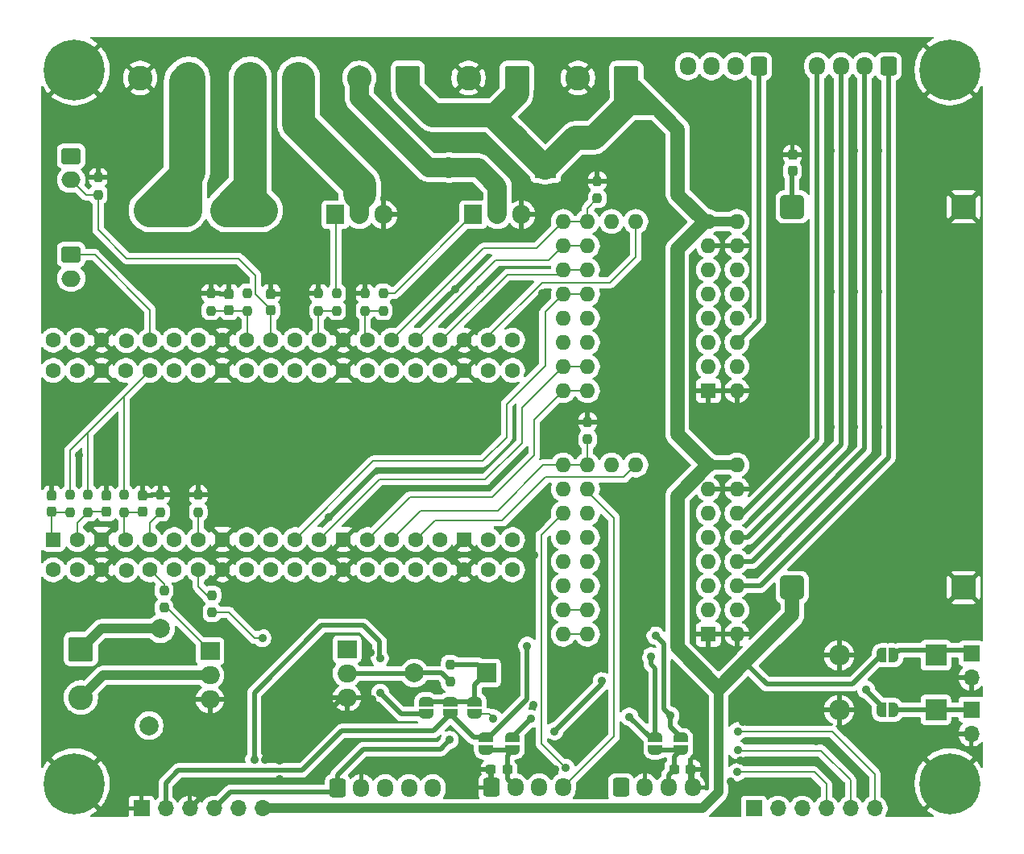
<source format=gbr>
%TF.GenerationSoftware,KiCad,Pcbnew,9.0.0*%
%TF.CreationDate,2025-04-09T12:02:38+02:00*%
%TF.ProjectId,LocalRoboCaster,4c6f6361-6c52-46f6-926f-436173746572,rev?*%
%TF.SameCoordinates,Original*%
%TF.FileFunction,Copper,L2,Bot*%
%TF.FilePolarity,Positive*%
%FSLAX46Y46*%
G04 Gerber Fmt 4.6, Leading zero omitted, Abs format (unit mm)*
G04 Created by KiCad (PCBNEW 9.0.0) date 2025-04-09 12:02:38*
%MOMM*%
%LPD*%
G01*
G04 APERTURE LIST*
G04 Aperture macros list*
%AMRoundRect*
0 Rectangle with rounded corners*
0 $1 Rounding radius*
0 $2 $3 $4 $5 $6 $7 $8 $9 X,Y pos of 4 corners*
0 Add a 4 corners polygon primitive as box body*
4,1,4,$2,$3,$4,$5,$6,$7,$8,$9,$2,$3,0*
0 Add four circle primitives for the rounded corners*
1,1,$1+$1,$2,$3*
1,1,$1+$1,$4,$5*
1,1,$1+$1,$6,$7*
1,1,$1+$1,$8,$9*
0 Add four rect primitives between the rounded corners*
20,1,$1+$1,$2,$3,$4,$5,0*
20,1,$1+$1,$4,$5,$6,$7,0*
20,1,$1+$1,$6,$7,$8,$9,0*
20,1,$1+$1,$8,$9,$2,$3,0*%
%AMFreePoly0*
4,1,37,0.603843,0.796157,0.639018,0.796157,0.711114,0.766294,0.766294,0.711114,0.796157,0.639018,0.796157,0.603843,0.800000,0.600000,0.800000,-0.600000,0.796157,-0.603843,0.796157,-0.639018,0.766294,-0.711114,0.711114,-0.766294,0.639018,-0.796157,0.603843,-0.796157,0.600000,-0.800000,0.000000,-0.800000,0.000000,-0.796148,-0.078414,-0.796148,-0.232228,-0.765552,-0.377117,-0.705537,
-0.507515,-0.618408,-0.618408,-0.507515,-0.705537,-0.377117,-0.765552,-0.232228,-0.796148,-0.078414,-0.796148,0.078414,-0.765552,0.232228,-0.705537,0.377117,-0.618408,0.507515,-0.507515,0.618408,-0.377117,0.705537,-0.232228,0.765552,-0.078414,0.796148,0.000000,0.796148,0.000000,0.800000,0.600000,0.800000,0.603843,0.796157,0.603843,0.796157,$1*%
%AMFreePoly1*
4,1,37,0.000000,0.796148,0.078414,0.796148,0.232228,0.765552,0.377117,0.705537,0.507515,0.618408,0.618408,0.507515,0.705537,0.377117,0.765552,0.232228,0.796148,0.078414,0.796148,-0.078414,0.765552,-0.232228,0.705537,-0.377117,0.618408,-0.507515,0.507515,-0.618408,0.377117,-0.705537,0.232228,-0.765552,0.078414,-0.796148,0.000000,-0.796148,0.000000,-0.800000,-0.600000,-0.800000,
-0.603843,-0.796157,-0.639018,-0.796157,-0.711114,-0.766294,-0.766294,-0.711114,-0.796157,-0.639018,-0.796157,-0.603843,-0.800000,-0.600000,-0.800000,0.600000,-0.796157,0.603843,-0.796157,0.639018,-0.766294,0.711114,-0.711114,0.766294,-0.639018,0.796157,-0.603843,0.796157,-0.600000,0.800000,0.000000,0.800000,0.000000,0.796148,0.000000,0.796148,$1*%
%AMFreePoly2*
4,1,23,0.500000,-0.750000,0.000000,-0.750000,0.000000,-0.745722,-0.065263,-0.745722,-0.191342,-0.711940,-0.304381,-0.646677,-0.396677,-0.554381,-0.461940,-0.441342,-0.495722,-0.315263,-0.495722,-0.250000,-0.500000,-0.250000,-0.500000,0.250000,-0.495722,0.250000,-0.495722,0.315263,-0.461940,0.441342,-0.396677,0.554381,-0.304381,0.646677,-0.191342,0.711940,-0.065263,0.745722,0.000000,0.745722,
0.000000,0.750000,0.500000,0.750000,0.500000,-0.750000,0.500000,-0.750000,$1*%
%AMFreePoly3*
4,1,23,0.000000,0.745722,0.065263,0.745722,0.191342,0.711940,0.304381,0.646677,0.396677,0.554381,0.461940,0.441342,0.495722,0.315263,0.495722,0.250000,0.500000,0.250000,0.500000,-0.250000,0.495722,-0.250000,0.495722,-0.315263,0.461940,-0.441342,0.396677,-0.554381,0.304381,-0.646677,0.191342,-0.711940,0.065263,-0.745722,0.000000,-0.745722,0.000000,-0.750000,-0.500000,-0.750000,
-0.500000,0.750000,0.000000,0.750000,0.000000,0.745722,0.000000,0.745722,$1*%
G04 Aperture macros list end*
%TA.AperFunction,ComponentPad*%
%ADD10O,2.000000X1.905000*%
%TD*%
%TA.AperFunction,ComponentPad*%
%ADD11R,2.000000X1.905000*%
%TD*%
%TA.AperFunction,ComponentPad*%
%ADD12C,2.010000*%
%TD*%
%TA.AperFunction,ComponentPad*%
%ADD13RoundRect,0.375000X0.875000X-0.875000X0.875000X0.875000X-0.875000X0.875000X-0.875000X-0.875000X0*%
%TD*%
%TA.AperFunction,ComponentPad*%
%ADD14R,1.700000X1.700000*%
%TD*%
%TA.AperFunction,ComponentPad*%
%ADD15O,1.700000X1.700000*%
%TD*%
%TA.AperFunction,ComponentPad*%
%ADD16RoundRect,0.250000X1.050000X1.050000X-1.050000X1.050000X-1.050000X-1.050000X1.050000X-1.050000X0*%
%TD*%
%TA.AperFunction,ComponentPad*%
%ADD17C,2.600000*%
%TD*%
%TA.AperFunction,ComponentPad*%
%ADD18R,2.000000X2.000000*%
%TD*%
%TA.AperFunction,ComponentPad*%
%ADD19C,2.000000*%
%TD*%
%TA.AperFunction,ComponentPad*%
%ADD20R,2.200000X2.200000*%
%TD*%
%TA.AperFunction,ComponentPad*%
%ADD21O,2.200000X2.200000*%
%TD*%
%TA.AperFunction,ComponentPad*%
%ADD22RoundRect,0.250000X-0.600000X-0.725000X0.600000X-0.725000X0.600000X0.725000X-0.600000X0.725000X0*%
%TD*%
%TA.AperFunction,ComponentPad*%
%ADD23O,1.700000X1.950000*%
%TD*%
%TA.AperFunction,ComponentPad*%
%ADD24C,0.800000*%
%TD*%
%TA.AperFunction,ComponentPad*%
%ADD25C,6.400000*%
%TD*%
%TA.AperFunction,ComponentPad*%
%ADD26RoundRect,0.250000X-1.050000X1.050000X-1.050000X-1.050000X1.050000X-1.050000X1.050000X1.050000X0*%
%TD*%
%TA.AperFunction,ComponentPad*%
%ADD27C,1.600000*%
%TD*%
%TA.AperFunction,ComponentPad*%
%ADD28RoundRect,0.200000X0.600000X-0.600000X0.600000X0.600000X-0.600000X0.600000X-0.600000X-0.600000X0*%
%TD*%
%TA.AperFunction,ComponentPad*%
%ADD29FreePoly0,90.000000*%
%TD*%
%TA.AperFunction,ComponentPad*%
%ADD30FreePoly1,90.000000*%
%TD*%
%TA.AperFunction,ComponentPad*%
%ADD31RoundRect,0.250000X-0.750000X0.600000X-0.750000X-0.600000X0.750000X-0.600000X0.750000X0.600000X0*%
%TD*%
%TA.AperFunction,ComponentPad*%
%ADD32O,2.000000X1.700000*%
%TD*%
%TA.AperFunction,ComponentPad*%
%ADD33O,1.600000X1.600000*%
%TD*%
%TA.AperFunction,ComponentPad*%
%ADD34R,1.600000X1.600000*%
%TD*%
%TA.AperFunction,ComponentPad*%
%ADD35O,1.905000X2.000000*%
%TD*%
%TA.AperFunction,ComponentPad*%
%ADD36R,1.905000X2.000000*%
%TD*%
%TA.AperFunction,ComponentPad*%
%ADD37RoundRect,0.250000X0.600000X0.725000X-0.600000X0.725000X-0.600000X-0.725000X0.600000X-0.725000X0*%
%TD*%
%TA.AperFunction,ComponentPad*%
%ADD38RoundRect,1.250000X-0.000010X-0.550000X0.000010X-0.550000X0.000010X0.550000X-0.000010X0.550000X0*%
%TD*%
%TA.AperFunction,SMDPad,CuDef*%
%ADD39RoundRect,0.237500X0.237500X-0.250000X0.237500X0.250000X-0.237500X0.250000X-0.237500X-0.250000X0*%
%TD*%
%TA.AperFunction,SMDPad,CuDef*%
%ADD40RoundRect,0.237500X0.237500X-0.300000X0.237500X0.300000X-0.237500X0.300000X-0.237500X-0.300000X0*%
%TD*%
%TA.AperFunction,SMDPad,CuDef*%
%ADD41RoundRect,0.237500X-0.237500X0.250000X-0.237500X-0.250000X0.237500X-0.250000X0.237500X0.250000X0*%
%TD*%
%TA.AperFunction,SMDPad,CuDef*%
%ADD42FreePoly2,180.000000*%
%TD*%
%TA.AperFunction,SMDPad,CuDef*%
%ADD43FreePoly3,180.000000*%
%TD*%
%TA.AperFunction,SMDPad,CuDef*%
%ADD44FreePoly2,270.000000*%
%TD*%
%TA.AperFunction,SMDPad,CuDef*%
%ADD45FreePoly3,270.000000*%
%TD*%
%TA.AperFunction,SMDPad,CuDef*%
%ADD46RoundRect,0.237500X0.300000X0.237500X-0.300000X0.237500X-0.300000X-0.237500X0.300000X-0.237500X0*%
%TD*%
%TA.AperFunction,SMDPad,CuDef*%
%ADD47FreePoly2,90.000000*%
%TD*%
%TA.AperFunction,SMDPad,CuDef*%
%ADD48FreePoly3,90.000000*%
%TD*%
%TA.AperFunction,SMDPad,CuDef*%
%ADD49RoundRect,0.237500X-0.300000X-0.237500X0.300000X-0.237500X0.300000X0.237500X-0.300000X0.237500X0*%
%TD*%
%TA.AperFunction,ViaPad*%
%ADD50C,0.900000*%
%TD*%
%TA.AperFunction,Conductor*%
%ADD51C,0.200000*%
%TD*%
%TA.AperFunction,Conductor*%
%ADD52C,1.000000*%
%TD*%
%TA.AperFunction,Conductor*%
%ADD53C,0.500000*%
%TD*%
%TA.AperFunction,Conductor*%
%ADD54C,0.300000*%
%TD*%
%TA.AperFunction,Conductor*%
%ADD55C,2.500000*%
%TD*%
%TA.AperFunction,Conductor*%
%ADD56C,1.500000*%
%TD*%
%TA.AperFunction,Conductor*%
%ADD57C,2.000000*%
%TD*%
%TA.AperFunction,Conductor*%
%ADD58C,3.500000*%
%TD*%
G04 APERTURE END LIST*
D10*
%TO.P,Q7,3,S*%
%TO.N,GND*%
X59805000Y-103140000D03*
D11*
%TO.P,Q7,2,G*%
%TO.N,/Data In And Out/led gate*%
X59805000Y-98060000D03*
D10*
%TO.P,Q7,1,D*%
%TO.N,/Data In And Out/led-*%
X59805000Y-100600000D03*
%TD*%
D12*
%TO.P,F3,2*%
%TO.N,Net-(J2-Pin_1)*%
X54600000Y-95700000D03*
%TO.P,F3,1*%
%TO.N,+24V*%
X53400000Y-105900000D03*
%TD*%
D13*
%TO.P,U8,1,V_in*%
%TO.N,+24V*%
X120980000Y-91380000D03*
%TO.P,U8,2,GND*%
%TO.N,GND*%
X138980000Y-91380000D03*
%TO.P,U8,3,V_out*%
%TO.N,+5V5*%
X120980000Y-51380000D03*
%TO.P,U8,4,GND*%
%TO.N,GND*%
X138980000Y-51380000D03*
%TD*%
D14*
%TO.P,J1,1,Pin_1*%
%TO.N,MOSI*%
X116950000Y-114600000D03*
D15*
%TO.P,J1,2,Pin_2*%
%TO.N,SCK*%
X119490000Y-114600000D03*
%TO.P,J1,3,Pin_3*%
%TO.N,MISO*%
X122030000Y-114600000D03*
%TO.P,J1,4,Pin_4*%
%TO.N,GPIO6*%
X124570000Y-114600000D03*
%TO.P,J1,5,Pin_5*%
%TO.N,GPIO7*%
X127110000Y-114600000D03*
%TO.P,J1,6,Pin_6*%
%TO.N,GPIO28*%
X129650000Y-114600000D03*
%TD*%
D16*
%TO.P,J6,1,Pin_1*%
%TO.N,+24V*%
X92045000Y-37827500D03*
D17*
%TO.P,J6,2,Pin_2*%
%TO.N,GND*%
X86965000Y-37827500D03*
%TD*%
D14*
%TO.P,M3,1,+*%
%TO.N,Net-(D2-K)*%
X139800000Y-98315000D03*
D15*
%TO.P,M3,2,-*%
%TO.N,GND*%
X139800000Y-100855000D03*
%TD*%
D14*
%TO.P,M5,1,+*%
%TO.N,Net-(D3-K)*%
X139795000Y-104210000D03*
D15*
%TO.P,M5,2,-*%
%TO.N,GND*%
X139795000Y-106750000D03*
%TD*%
D18*
%TO.P,BZ1,1,+*%
%TO.N,/Data In And Out/Buzzer Voltage Select*%
X88850000Y-100370000D03*
D19*
%TO.P,BZ1,2,-*%
%TO.N,/Data In And Out/buzzer-*%
X81250000Y-100370000D03*
%TD*%
D20*
%TO.P,D3,1,K*%
%TO.N,Net-(D3-K)*%
X136080000Y-104240000D03*
D21*
%TO.P,D3,2,A*%
%TO.N,GND*%
X125920000Y-104240000D03*
%TD*%
D22*
%TO.P,U4,1,Vcc*%
%TO.N,+3.3V*%
X73200000Y-112475000D03*
D23*
%TO.P,U4,2,GND*%
%TO.N,GND*%
X75700000Y-112475000D03*
%TO.P,U4,3,CLK*%
%TO.N,BUTTON_CLK*%
X78200000Y-112475000D03*
%TO.P,U4,4,DT*%
%TO.N,BUTTON_DT*%
X80700000Y-112475000D03*
%TO.P,U4,5,SW*%
%TO.N,BUTTON_SW*%
X83200000Y-112475000D03*
%TD*%
D14*
%TO.P,J8,1,Pin_1*%
%TO.N,GND*%
X52590000Y-114600000D03*
D15*
%TO.P,J8,2,Pin_2*%
%TO.N,+5V5*%
X55130000Y-114600000D03*
%TO.P,J8,3,Pin_3*%
%TO.N,GND*%
X57670000Y-114600000D03*
%TO.P,J8,4,Pin_4*%
%TO.N,+3.3V*%
X60210000Y-114600000D03*
%TO.P,J8,5,Pin_5*%
%TO.N,GND*%
X62750000Y-114600000D03*
%TO.P,J8,6,Pin_6*%
%TO.N,+24V*%
X65290000Y-114600000D03*
%TD*%
D24*
%TO.P,H7,1,1*%
%TO.N,GND*%
X45540000Y-109600000D03*
X47237056Y-110302944D03*
X43842944Y-110302944D03*
X47940000Y-112000000D03*
D25*
X45540000Y-112000000D03*
D24*
X43140000Y-112000000D03*
X47237056Y-113697056D03*
X43842944Y-113697056D03*
X45540000Y-114400000D03*
%TD*%
D20*
%TO.P,D1,1,K*%
%TO.N,+24V*%
X95080000Y-47250000D03*
D21*
%TO.P,D1,2,A*%
%TO.N,/Data In And Out/fan-*%
X84920000Y-47250000D03*
%TD*%
D26*
%TO.P,J2,1,Pin_1*%
%TO.N,Net-(J2-Pin_1)*%
X46227500Y-97855000D03*
D17*
%TO.P,J2,2,Pin_2*%
%TO.N,/Data In And Out/led-*%
X46227500Y-102935000D03*
%TD*%
D24*
%TO.P,H6,1,1*%
%TO.N,GND*%
X45540000Y-34600000D03*
X47237056Y-35302944D03*
X43842944Y-35302944D03*
X47940000Y-37000000D03*
D25*
X45540000Y-37000000D03*
D24*
X43140000Y-37000000D03*
X47237056Y-38697056D03*
X43842944Y-38697056D03*
X45540000Y-39400000D03*
%TD*%
D22*
%TO.P,J5,1,Pin_1*%
%TO.N,GND*%
X89400000Y-112400000D03*
D23*
%TO.P,J5,2,Pin_2*%
%TO.N,/Data In And Out/LCD Power Select*%
X91900000Y-112400000D03*
%TO.P,J5,3,Pin_3*%
%TO.N,SCREEN_CS*%
X94400000Y-112400000D03*
%TO.P,J5,4,Pin_4*%
%TO.N,MOSI*%
X96900000Y-112400000D03*
%TD*%
D27*
%TO.P,A1,1,GPIO0*%
%TO.N,BUTTON_CLK*%
X43332500Y-89520895D03*
D28*
X43332500Y-86345895D03*
D27*
%TO.P,A1,2,GPIO1*%
%TO.N,BUTTON_DT*%
X45872500Y-89520895D03*
X45872500Y-86345895D03*
%TO.P,A1,3,GND*%
%TO.N,GND*%
X48412500Y-89520895D03*
D29*
X48412500Y-86345895D03*
D27*
%TO.P,A1,4,GPIO2*%
%TO.N,BUTTON_SW*%
X51007983Y-89549106D03*
X50952500Y-86345895D03*
%TO.P,A1,5,GPIO3*%
%TO.N,LED*%
X53492500Y-89520895D03*
X53492500Y-86345895D03*
%TO.P,A1,6,GPIO4*%
%TO.N,SCREEN_CS*%
X56032500Y-89520895D03*
X56032500Y-86345895D03*
%TO.P,A1,7,GPIO5*%
%TO.N,buzzer*%
X58572500Y-89520895D03*
X58572500Y-86345895D03*
%TO.P,A1,8,GND*%
%TO.N,GND*%
X61112500Y-89520895D03*
D29*
X61112500Y-86345895D03*
D27*
%TO.P,A1,9,GPIO6*%
%TO.N,GPIO6*%
X63652500Y-89520895D03*
X63652500Y-86345895D03*
%TO.P,A1,10,GPIO7*%
%TO.N,GPIO7*%
X66192500Y-89520895D03*
X66192500Y-86345895D03*
%TO.P,A1,11,GPIO8*%
%TO.N,chip_select_driver2*%
X68732500Y-89520895D03*
X68732500Y-86345895D03*
%TO.P,A1,12,GPIO9*%
%TO.N,STEP_driver2*%
X71272500Y-89520895D03*
X71272500Y-86345895D03*
%TO.P,A1,13,GND*%
%TO.N,GND*%
X73812500Y-89520895D03*
D29*
X73812500Y-86345895D03*
D27*
%TO.P,A1,14,GPIO10*%
%TO.N,Direction_driver2*%
X76352500Y-89520895D03*
X76352500Y-86345895D03*
%TO.P,A1,15,GPIO11*%
%TO.N,enable_driver1*%
X78892500Y-89520895D03*
X78892500Y-86345895D03*
%TO.P,A1,16,GPIO12*%
%TO.N,DIAGO_driver1*%
X81432500Y-89520895D03*
X81432500Y-86345895D03*
%TO.P,A1,17,GPIO13*%
%TO.N,Direction_driver1*%
X83972500Y-89520895D03*
X83972500Y-86345895D03*
%TO.P,A1,18,GND*%
%TO.N,GND*%
X86512500Y-89520895D03*
D29*
X86512500Y-86345895D03*
D27*
%TO.P,A1,19,GPIO14*%
%TO.N,STEP_driver1*%
X89052500Y-89520895D03*
X89052500Y-86345895D03*
%TO.P,A1,20,GPIO15*%
%TO.N,chip_select_driver1*%
X91592500Y-89520895D03*
X91592500Y-86345895D03*
%TO.P,A1,21,GPIO16*%
%TO.N,MISO*%
X91592500Y-68565895D03*
X91592500Y-65390895D03*
%TO.P,A1,22,GPIO17*%
%TO.N,DIAGO_driver2*%
X89052500Y-68565895D03*
X89052500Y-65390895D03*
D30*
%TO.P,A1,23,GND*%
%TO.N,GND*%
X86512500Y-68565895D03*
D27*
X86512500Y-65390895D03*
%TO.P,A1,24,GPIO18*%
%TO.N,SCK*%
X83972500Y-68565895D03*
X83972500Y-65390895D03*
%TO.P,A1,25,GPIO19*%
%TO.N,MOSI*%
X81432500Y-68565895D03*
X81432500Y-65390895D03*
%TO.P,A1,26,GPIO20*%
%TO.N,enable_driver2*%
X78892500Y-68565895D03*
X78892500Y-65390895D03*
%TO.P,A1,27,GPIO21*%
%TO.N,PWM_fan*%
X76352500Y-68565895D03*
X76352500Y-65390895D03*
D30*
%TO.P,A1,28,GND*%
%TO.N,GND*%
X73812500Y-68565895D03*
D27*
X73812500Y-65390895D03*
%TO.P,A1,29,GPIO22*%
%TO.N,PWM_heater*%
X71272500Y-68565895D03*
X71272500Y-65390895D03*
%TO.P,A1,30,RUN*%
%TO.N,unconnected-(A1-RUN-Pad30)_1*%
X68732500Y-68565895D03*
%TO.N,unconnected-(A1-RUN-Pad30)*%
X68732500Y-65390895D03*
%TO.P,A1,31,GPIO26_ADC0*%
%TO.N,temp_signal*%
X66192500Y-68565895D03*
X66192500Y-65390895D03*
%TO.P,A1,32,GPIO27_ADC1*%
%TO.N,LIMIT_SENSE*%
X63652500Y-68565895D03*
X63652500Y-65390895D03*
D30*
%TO.P,A1,33,AGND*%
%TO.N,GND*%
X61112500Y-68565895D03*
D27*
X61112500Y-65390895D03*
%TO.P,A1,34,GPIO28_ADC2*%
%TO.N,GPIO28*%
X58572500Y-68565895D03*
X58572500Y-65390895D03*
%TO.P,A1,35,ADC_VREF*%
%TO.N,unconnected-(A1-ADC_VREF-Pad35)_1*%
X56032500Y-68565895D03*
%TO.N,unconnected-(A1-ADC_VREF-Pad35)*%
X56032500Y-65390895D03*
%TO.P,A1,36,3V3*%
%TO.N,+3.3V*%
X53492500Y-68565895D03*
X53492500Y-65390895D03*
%TO.P,A1,37,3V3_EN*%
%TO.N,unconnected-(A1-3V3_EN-Pad37)_1*%
X50952500Y-68565895D03*
%TO.N,unconnected-(A1-3V3_EN-Pad37)*%
X51007983Y-65419106D03*
D30*
%TO.P,A1,38,GND*%
%TO.N,GND*%
X48412500Y-68565895D03*
D27*
X48412500Y-65390895D03*
%TO.P,A1,39,VSYS*%
%TO.N,Net-(A1-VSYS)*%
X45872500Y-68565895D03*
X45872500Y-65390895D03*
%TO.P,A1,40,VBUS*%
%TO.N,unconnected-(A1-VBUS-Pad40)_1*%
X43332500Y-68565895D03*
%TO.N,unconnected-(A1-VBUS-Pad40)*%
X43332500Y-65390895D03*
%TD*%
D31*
%TO.P,TH1,1*%
%TO.N,+3.3V*%
X45200000Y-46050000D03*
D32*
%TO.P,TH1,2*%
%TO.N,temp_signal*%
X45200000Y-48550000D03*
%TD*%
D16*
%TO.P,J7,1,Pin_1*%
%TO.N,+24V*%
X103545000Y-37827500D03*
D17*
%TO.P,J7,2,Pin_2*%
%TO.N,GND*%
X98465000Y-37827500D03*
%TD*%
D33*
%TO.P,U1,1,GND*%
%TO.N,GND*%
X115165000Y-96290000D03*
D34*
X112165000Y-96290000D03*
D33*
%TO.P,U1,2,VIO*%
%TO.N,+3.3V*%
X115165000Y-93750000D03*
X112165000Y-93750000D03*
%TO.P,U1,3,M1B*%
%TO.N,M1B_driver1*%
X115165000Y-91210000D03*
X112165000Y-91210000D03*
%TO.P,U1,4,M1A*%
%TO.N,M1A_driver1*%
X115165000Y-88670000D03*
X112165000Y-88670000D03*
%TO.P,U1,5,M2A*%
%TO.N,M2A_driver1*%
X115165000Y-86130000D03*
X112165000Y-86130000D03*
%TO.P,U1,6,M2B*%
%TO.N,M2B_driver1*%
X115165000Y-83590000D03*
X112165000Y-83590000D03*
%TO.P,U1,7,GND*%
%TO.N,GND*%
X115165000Y-81050000D03*
X112165000Y-81050000D03*
%TO.P,U1,8,VM*%
%TO.N,+24V*%
X115165000Y-78510000D03*
X112165000Y-78510000D03*
%TO.P,U1,9,DIR*%
%TO.N,Direction_driver1*%
X99465000Y-96290000D03*
X96925000Y-96290000D03*
%TO.P,U1,10,STEP*%
%TO.N,STEP_driver1*%
X99465000Y-93750000D03*
X96925000Y-93750000D03*
%TO.P,U1,11,NC*%
%TO.N,unconnected-(U1-NC-Pad11)_1*%
X99465000Y-91210000D03*
%TO.N,unconnected-(U1-NC-Pad11)*%
X96925000Y-91210000D03*
%TO.P,U1,12,SDO*%
%TO.N,MISO*%
X99465000Y-88670000D03*
X96925000Y-88670000D03*
%TO.P,U1,13,CS*%
%TO.N,chip_select_driver1*%
X99465000Y-86130000D03*
X96925000Y-86130000D03*
%TO.P,U1,14,SCK*%
%TO.N,SCK*%
X99465000Y-83590000D03*
X96925000Y-83590000D03*
%TO.P,U1,15,SDI*%
%TO.N,MOSI*%
X99465000Y-81050000D03*
X96925000Y-81050000D03*
%TO.P,U1,16,EN*%
%TO.N,enable_driver1*%
X99465000Y-78510000D03*
X96925000Y-78510000D03*
%TO.P,U1,17,AIN*%
%TO.N,unconnected-(U1-AIN-Pad17)*%
X102005000Y-78510000D03*
%TO.P,U1,18,DIAG0*%
%TO.N,DIAGO_driver1*%
X104545000Y-78510000D03*
%TD*%
D10*
%TO.P,Q6,1,D*%
%TO.N,/Data In And Out/buzzer-*%
X74200000Y-100400000D03*
D11*
%TO.P,Q6,2,G*%
%TO.N,/Data In And Out/buzzer_gate*%
X74200000Y-97860000D03*
D10*
%TO.P,Q6,3,S*%
%TO.N,GND*%
X74200000Y-102940000D03*
%TD*%
D24*
%TO.P,H5,1,1*%
%TO.N,GND*%
X137540000Y-109600000D03*
X139237056Y-110302944D03*
X135842944Y-110302944D03*
X139940000Y-112000000D03*
D25*
X137540000Y-112000000D03*
D24*
X135140000Y-112000000D03*
X139237056Y-113697056D03*
X135842944Y-113697056D03*
X137540000Y-114400000D03*
%TD*%
D35*
%TO.P,Q4,1,D*%
%TO.N,/Data In And Out/fan-*%
X90000000Y-52195000D03*
D36*
%TO.P,Q4,2,G*%
%TO.N,/Data In And Out/fan gate*%
X87460000Y-52195000D03*
D35*
%TO.P,Q4,3,S*%
%TO.N,GND*%
X92540000Y-52195000D03*
%TD*%
D16*
%TO.P,J3,1,Pin_1*%
%TO.N,+24V*%
X57545000Y-37827500D03*
D17*
%TO.P,J3,2,Pin_2*%
%TO.N,GND*%
X52465000Y-37827500D03*
%TD*%
D22*
%TO.P,J4,1,Pin_1*%
%TO.N,SCK*%
X103000000Y-112400000D03*
D23*
%TO.P,J4,2,Pin_2*%
%TO.N,GND*%
X105500000Y-112400000D03*
%TO.P,J4,3,Pin_3*%
%TO.N,/Data In And Out/LCD Backlight Select*%
X108000000Y-112400000D03*
%TO.P,J4,4,Pin_4*%
%TO.N,GND*%
X110500000Y-112400000D03*
%TD*%
D16*
%TO.P,M1,1,+*%
%TO.N,+24V*%
X80573800Y-37820700D03*
D17*
%TO.P,M1,2,-*%
%TO.N,/Data In And Out/fan-*%
X75493800Y-37820700D03*
%TD*%
D24*
%TO.P,H8,1,1*%
%TO.N,GND*%
X137540000Y-34600000D03*
X139237056Y-35302944D03*
X135842944Y-35302944D03*
X139940000Y-37000000D03*
D25*
X137540000Y-37000000D03*
D24*
X135140000Y-37000000D03*
X139237056Y-38697056D03*
X135842944Y-38697056D03*
X137540000Y-39400000D03*
%TD*%
D35*
%TO.P,Q5,1,D*%
%TO.N,/Data In And Out/heater-*%
X75500000Y-52195000D03*
D36*
%TO.P,Q5,2,G*%
%TO.N,/Data In And Out/heater gate*%
X72960000Y-52195000D03*
D35*
%TO.P,Q5,3,S*%
%TO.N,GND*%
X78040000Y-52195000D03*
%TD*%
D33*
%TO.P,U2,1,GND*%
%TO.N,GND*%
X115165000Y-70690000D03*
D34*
X112165000Y-70690000D03*
D33*
%TO.P,U2,2,VIO*%
%TO.N,+3.3V*%
X115165000Y-68150000D03*
X112165000Y-68150000D03*
%TO.P,U2,3,M1B*%
%TO.N,M1B_driver2*%
X115165000Y-65610000D03*
X112165000Y-65610000D03*
%TO.P,U2,4,M1A*%
%TO.N,M1A_driver2*%
X115165000Y-63070000D03*
X112165000Y-63070000D03*
%TO.P,U2,5,M2A*%
%TO.N,M2A_driver2*%
X115165000Y-60530000D03*
X112165000Y-60530000D03*
%TO.P,U2,6,M2B*%
%TO.N,M2B_driver2*%
X115165000Y-57990000D03*
X112165000Y-57990000D03*
%TO.P,U2,7,GND*%
%TO.N,GND*%
X115165000Y-55450000D03*
X112165000Y-55450000D03*
%TO.P,U2,8,VM*%
%TO.N,+24V*%
X115165000Y-52910000D03*
X112165000Y-52910000D03*
%TO.P,U2,9,DIR*%
%TO.N,Direction_driver2*%
X99465000Y-70690000D03*
X96925000Y-70690000D03*
%TO.P,U2,10,STEP*%
%TO.N,STEP_driver2*%
X99465000Y-68150000D03*
X96925000Y-68150000D03*
%TO.P,U2,11,NC*%
%TO.N,unconnected-(U2-NC-Pad11)*%
X99465000Y-65610000D03*
%TO.N,unconnected-(U2-NC-Pad11)_1*%
X96925000Y-65610000D03*
%TO.P,U2,12,SDO*%
%TO.N,MISO*%
X99465000Y-63070000D03*
X96925000Y-63070000D03*
%TO.P,U2,13,CS*%
%TO.N,chip_select_driver2*%
X99465000Y-60530000D03*
X96925000Y-60530000D03*
%TO.P,U2,14,SCK*%
%TO.N,SCK*%
X99465000Y-57990000D03*
X96925000Y-57990000D03*
%TO.P,U2,15,SDI*%
%TO.N,MOSI*%
X99465000Y-55450000D03*
X96925000Y-55450000D03*
%TO.P,U2,16,EN*%
%TO.N,enable_driver2*%
X99465000Y-52910000D03*
X96925000Y-52910000D03*
%TO.P,U2,17,AIN*%
%TO.N,unconnected-(U2-AIN-Pad17)*%
X102005000Y-52910000D03*
%TO.P,U2,18,DIAG0*%
%TO.N,DIAGO_driver2*%
X104545000Y-52910000D03*
%TD*%
D16*
%TO.P,R2,1*%
%TO.N,/Data In And Out/heater-*%
X69093000Y-37827500D03*
D17*
%TO.P,R2,2*%
%TO.N,/Data In And Out/heater+*%
X64013000Y-37827500D03*
%TD*%
D37*
%TO.P,M2,1*%
%TO.N,M1B_driver1*%
X131100000Y-36600000D03*
D23*
%TO.P,M2,2,-*%
%TO.N,M1A_driver1*%
X128600000Y-36600000D03*
%TO.P,M2,3*%
%TO.N,M2A_driver1*%
X126100000Y-36600000D03*
%TO.P,M2,4*%
%TO.N,M2B_driver1*%
X123600000Y-36600000D03*
%TD*%
D20*
%TO.P,D2,1,K*%
%TO.N,Net-(D2-K)*%
X136080000Y-98500000D03*
D21*
%TO.P,D2,2,A*%
%TO.N,GND*%
X125920000Y-98500000D03*
%TD*%
D38*
%TO.P,F2,1*%
%TO.N,+24V*%
X53500000Y-51750000D03*
X57200000Y-51750000D03*
%TO.P,F2,2*%
%TO.N,/Data In And Out/heater+*%
X61500000Y-51750000D03*
X65200000Y-51750000D03*
%TD*%
D31*
%TO.P,U3,1,c*%
%TO.N,+3.3V*%
X45200000Y-56400000D03*
D32*
%TO.P,U3,2,no*%
%TO.N,unconnected-(U3-no-Pad2)*%
X45200000Y-58900000D03*
%TD*%
D37*
%TO.P,M4,1*%
%TO.N,M1B_driver2*%
X117500000Y-36600000D03*
D23*
%TO.P,M4,2,-*%
%TO.N,M1A_driver2*%
X115000000Y-36600000D03*
%TO.P,M4,3*%
%TO.N,M2A_driver2*%
X112500000Y-36600000D03*
%TO.P,M4,4*%
%TO.N,M2B_driver2*%
X110000000Y-36600000D03*
%TD*%
D39*
%TO.P,R13,1*%
%TO.N,PWM_fan*%
X78000000Y-62288395D03*
%TO.P,R13,2*%
%TO.N,/Data In And Out/fan gate*%
X78000000Y-60463395D03*
%TD*%
%TO.P,R9,1*%
%TO.N,PWM_heater*%
X71200000Y-62288395D03*
%TO.P,R9,2*%
%TO.N,GND*%
X71200000Y-60463395D03*
%TD*%
D40*
%TO.P,C6,1*%
%TO.N,+5V5*%
X121000000Y-47622500D03*
%TO.P,C6,2*%
%TO.N,GND*%
X121000000Y-45897500D03*
%TD*%
D41*
%TO.P,R15,1*%
%TO.N,LED*%
X54960000Y-91687500D03*
%TO.P,R15,2*%
%TO.N,/Data In And Out/led gate*%
X54960000Y-93512500D03*
%TD*%
%TO.P,R18,1*%
%TO.N,buzzer*%
X60000000Y-92175000D03*
%TO.P,R18,2*%
%TO.N,/Data In And Out/buzzer_gate*%
X60000000Y-94000000D03*
%TD*%
D42*
%TO.P,JP5V8,1,A*%
%TO.N,Net-(D2-K)*%
X131650000Y-98500000D03*
D43*
%TO.P,JP5V8,2,B*%
%TO.N,+24V*%
X130350000Y-98500000D03*
%TD*%
D44*
%TO.P,JP3V4,1,A*%
%TO.N,/Data In And Out/Buzzer Voltage Select*%
X87590000Y-103380000D03*
D45*
%TO.P,JP3V4,2,B*%
%TO.N,+3.3V*%
X87590000Y-104680000D03*
%TD*%
D41*
%TO.P,R12,1*%
%TO.N,/Data In And Out/Buzzer Voltage Select*%
X85050000Y-99457500D03*
%TO.P,R12,2*%
%TO.N,/Data In And Out/buzzer-*%
X85050000Y-101282500D03*
%TD*%
D39*
%TO.P,R8,1*%
%TO.N,BUTTON_SW*%
X50800000Y-83468395D03*
%TO.P,R8,2*%
%TO.N,+3.3V*%
X50800000Y-81643395D03*
%TD*%
D46*
%TO.P,C7,1*%
%TO.N,GND*%
X110310000Y-110475000D03*
%TO.P,C7,2*%
%TO.N,/Data In And Out/LCD Backlight Select*%
X108585000Y-110475000D03*
%TD*%
D40*
%TO.P,C2,1*%
%TO.N,BUTTON_SW*%
X52705000Y-83418395D03*
%TO.P,C2,2*%
%TO.N,GND*%
X52705000Y-81693395D03*
%TD*%
D44*
%TO.P,JP5V5,1,A*%
%TO.N,/Data In And Out/Buzzer Voltage Select*%
X85050000Y-103380000D03*
D45*
%TO.P,JP5V5,2,B*%
%TO.N,+5V5*%
X85050000Y-104680000D03*
%TD*%
D40*
%TO.P,C3,1*%
%TO.N,BUTTON_CLK*%
X43180000Y-83418395D03*
%TO.P,C3,2*%
%TO.N,GND*%
X43180000Y-81693395D03*
%TD*%
D39*
%TO.P,R6,1*%
%TO.N,BUTTON_DT*%
X46990000Y-83468395D03*
%TO.P,R6,2*%
%TO.N,+3.3V*%
X46990000Y-81643395D03*
%TD*%
D41*
%TO.P,R4,1*%
%TO.N,GND*%
X59895000Y-60463395D03*
%TO.P,R4,2*%
%TO.N,LIMIT_SENSE*%
X59895000Y-62288395D03*
%TD*%
D39*
%TO.P,R7,1*%
%TO.N,BUTTON_CLK*%
X45085000Y-83468395D03*
%TO.P,R7,2*%
%TO.N,+3.3V*%
X45085000Y-81643395D03*
%TD*%
D47*
%TO.P,JP3V7,1,A*%
%TO.N,/Data In And Out/LCD Backlight Select*%
X109300000Y-108450000D03*
D48*
%TO.P,JP3V7,2,B*%
%TO.N,+3.3V*%
X109300000Y-107150000D03*
%TD*%
D39*
%TO.P,R3,1*%
%TO.N,LIMIT_SENSE*%
X63705000Y-62288395D03*
%TO.P,R3,2*%
%TO.N,/Data In And Out/switch_nc*%
X63705000Y-60463395D03*
%TD*%
D42*
%TO.P,JP5V6,1,A*%
%TO.N,Net-(D3-K)*%
X131650000Y-104240000D03*
D43*
%TO.P,JP5V6,2,B*%
%TO.N,+5V5*%
X130350000Y-104240000D03*
%TD*%
D47*
%TO.P,JP5V9,1,A*%
%TO.N,/Data In And Out/LCD Backlight Select*%
X106600000Y-108450000D03*
D48*
%TO.P,JP5V9,2,B*%
%TO.N,+5V5*%
X106600000Y-107150000D03*
%TD*%
D49*
%TO.P,C8,1*%
%TO.N,GND*%
X89307500Y-110490000D03*
%TO.P,C8,2*%
%TO.N,/Data In And Out/LCD Power Select*%
X91032500Y-110490000D03*
%TD*%
D39*
%TO.P,R14,1*%
%TO.N,PWM_heater*%
X73105000Y-62288395D03*
%TO.P,R14,2*%
%TO.N,/Data In And Out/heater gate*%
X73105000Y-60463395D03*
%TD*%
%TO.P,R5,1*%
%TO.N,PWM_fan*%
X76095000Y-62288395D03*
%TO.P,R5,2*%
%TO.N,GND*%
X76095000Y-60463395D03*
%TD*%
D47*
%TO.P,JP5V10,1,A*%
%TO.N,/Data In And Out/LCD Power Select*%
X88800000Y-108450000D03*
D48*
%TO.P,JP5V10,2,B*%
%TO.N,+5V5*%
X88800000Y-107150000D03*
%TD*%
D40*
%TO.P,C1,1*%
%TO.N,LIMIT_SENSE*%
X61800000Y-62238395D03*
%TO.P,C1,2*%
%TO.N,GND*%
X61800000Y-60513395D03*
%TD*%
D39*
%TO.P,R16,1*%
%TO.N,enable_driver1*%
X99480000Y-75802500D03*
%TO.P,R16,2*%
%TO.N,GND*%
X99480000Y-73977500D03*
%TD*%
D40*
%TO.P,C5,1*%
%TO.N,temp_signal*%
X66200000Y-62238395D03*
%TO.P,C5,2*%
%TO.N,GND*%
X66200000Y-60513395D03*
%TD*%
D39*
%TO.P,R10,1*%
%TO.N,LED*%
X54610000Y-83468395D03*
%TO.P,R10,2*%
%TO.N,GND*%
X54610000Y-81643395D03*
%TD*%
D44*
%TO.P,JP24V2,1,A*%
%TO.N,/Data In And Out/Buzzer Voltage Select*%
X82510000Y-103380000D03*
D45*
%TO.P,JP24V2,2,B*%
%TO.N,+24V*%
X82510000Y-104680000D03*
%TD*%
D39*
%TO.P,R11,1*%
%TO.N,buzzer*%
X58560000Y-83452500D03*
%TO.P,R11,2*%
%TO.N,GND*%
X58560000Y-81627500D03*
%TD*%
%TO.P,R1,1*%
%TO.N,temp_signal*%
X48050000Y-50112500D03*
%TO.P,R1,2*%
%TO.N,GND*%
X48050000Y-48287500D03*
%TD*%
D40*
%TO.P,C4,1*%
%TO.N,BUTTON_DT*%
X48895000Y-83418395D03*
%TO.P,C4,2*%
%TO.N,GND*%
X48895000Y-81693395D03*
%TD*%
D47*
%TO.P,JP3V8,1,A*%
%TO.N,/Data In And Out/LCD Power Select*%
X91600000Y-108450000D03*
D48*
%TO.P,JP3V8,2,B*%
%TO.N,+3.3V*%
X91600000Y-107150000D03*
%TD*%
D39*
%TO.P,R17,1*%
%TO.N,enable_driver2*%
X100500000Y-50502500D03*
%TO.P,R17,2*%
%TO.N,GND*%
X100500000Y-48677500D03*
%TD*%
D50*
%TO.N,GND*%
X49400000Y-107600000D03*
X52000000Y-54600000D03*
X50600000Y-53200000D03*
X50600000Y-51100000D03*
X50600000Y-48900000D03*
X52500000Y-48900000D03*
X52500000Y-46900000D03*
X54500000Y-46800000D03*
X54500000Y-44400000D03*
X50600000Y-44400000D03*
X52500000Y-44400000D03*
%TO.N,/Data In And Out/heater+*%
X64800000Y-49300000D03*
X63200000Y-49300000D03*
%TO.N,GND*%
X101300000Y-36000000D03*
X89500000Y-36000000D03*
X78100000Y-35900000D03*
X66600000Y-35800000D03*
X71386977Y-49783979D03*
X77600000Y-46100000D03*
X74000000Y-42000000D03*
X75600000Y-44000000D03*
X100100000Y-112700000D03*
X55300000Y-102500000D03*
X109500000Y-105250000D03*
X62000000Y-93000000D03*
X114500000Y-45500000D03*
X62000000Y-100500000D03*
X123500000Y-107500000D03*
X114500000Y-111750000D03*
X76700575Y-98244485D03*
X54250000Y-72500000D03*
X105000000Y-74500000D03*
X102200000Y-82200000D03*
X120750000Y-60250000D03*
X105000000Y-60250000D03*
X127500000Y-74500000D03*
X130750000Y-87500000D03*
X66000000Y-93000000D03*
X94750000Y-60500000D03*
X67090000Y-109590000D03*
X69000000Y-52750000D03*
X125000000Y-74500000D03*
X80946500Y-54500000D03*
X119000000Y-42500000D03*
X136000000Y-74500000D03*
X127500000Y-45500000D03*
X117980000Y-109690000D03*
X50500000Y-35750000D03*
X93751397Y-103751397D03*
X50605000Y-39750000D03*
X123520000Y-109660000D03*
X74750000Y-60000000D03*
X101110000Y-99880000D03*
X136000000Y-87500000D03*
X125000000Y-87500000D03*
X54250000Y-54850000D03*
X99000000Y-41000000D03*
X130000000Y-60250000D03*
X61000000Y-45000000D03*
X76500000Y-54750000D03*
X113250000Y-74500000D03*
X70000000Y-93000000D03*
X72250000Y-77500000D03*
X115751936Y-105496128D03*
X56250000Y-54850000D03*
X83500000Y-54500000D03*
X72302628Y-84000000D03*
X96500000Y-41000000D03*
X46000000Y-72500000D03*
X130000000Y-45500000D03*
X61000000Y-47500000D03*
X63250000Y-82000000D03*
X69500000Y-56750000D03*
X76824736Y-103141758D03*
X61000000Y-42000000D03*
X105720000Y-95570000D03*
X98957780Y-106212206D03*
X72500000Y-39000000D03*
X88220000Y-60010000D03*
X85530000Y-108610000D03*
X43000000Y-96000000D03*
X83500000Y-52250000D03*
X79500000Y-72500000D03*
X54250000Y-77500000D03*
X72250000Y-72500000D03*
X93865000Y-88000000D03*
X130000000Y-74500000D03*
X64900000Y-95500000D03*
X66250000Y-54850000D03*
X44500000Y-100500000D03*
X52500000Y-42000000D03*
X130270000Y-101770000D03*
X96094033Y-110525156D03*
X50600000Y-42000000D03*
X58500000Y-60000000D03*
X80750000Y-50250000D03*
X65548630Y-109514931D03*
X98830000Y-99210000D03*
X68500000Y-60000000D03*
X48820000Y-77500000D03*
X125000000Y-96250000D03*
X131750000Y-91000000D03*
X61000000Y-39500000D03*
X67000000Y-47250000D03*
X125000000Y-60250000D03*
X62250000Y-54850000D03*
X69000000Y-50500000D03*
X127500000Y-60250000D03*
X54500000Y-39750000D03*
X136000000Y-45500000D03*
X85560000Y-60030000D03*
X84000000Y-72500000D03*
X115514302Y-109557778D03*
X104940000Y-98220000D03*
X64250000Y-54850000D03*
X54750000Y-35750000D03*
X67090000Y-111500000D03*
X79500000Y-47250000D03*
X126750000Y-91500000D03*
X62500000Y-104900000D03*
X82180000Y-59830000D03*
X125000000Y-45500000D03*
X63250000Y-77500000D03*
X50600000Y-46800000D03*
X120250000Y-74500000D03*
X83500000Y-50250000D03*
X46000000Y-77455895D03*
X68250000Y-54500000D03*
X102190000Y-55590000D03*
X136000000Y-60250000D03*
X103250000Y-103750000D03*
X54500000Y-42000000D03*
X63250000Y-72500000D03*
X69000000Y-48500000D03*
X58250000Y-54850000D03*
X70000000Y-100500000D03*
X60250000Y-54850000D03*
%TO.N,+24V*%
X56750000Y-45750000D03*
X81250000Y-39750000D03*
X82500000Y-41000000D03*
X96790000Y-45540000D03*
X102000000Y-42250000D03*
X58250000Y-42000000D03*
X86750000Y-41750000D03*
X89000000Y-41750000D03*
X98205000Y-44125000D03*
X56750000Y-44000000D03*
X56750000Y-47500000D03*
X77680000Y-102450000D03*
X84500000Y-41750000D03*
X58250000Y-44000000D03*
X58250000Y-47500000D03*
X90750000Y-40750000D03*
X93000000Y-44750000D03*
X91000000Y-43000000D03*
X92045355Y-39687607D03*
X55000000Y-49250000D03*
X64450000Y-109460000D03*
X56750000Y-42000000D03*
X58250000Y-40250000D03*
X100500000Y-43750000D03*
X58250000Y-45750000D03*
X103545000Y-40705000D03*
X56750000Y-49250000D03*
X56750000Y-40250000D03*
X77650000Y-98800000D03*
%TO.N,+5V5*%
X103860000Y-104960000D03*
X128750000Y-102110000D03*
X93140000Y-97520000D03*
X106130000Y-98610000D03*
%TO.N,+3.3V*%
X100970000Y-101220000D03*
X108190000Y-104860000D03*
X96000000Y-106480000D03*
X89570000Y-105130000D03*
X93500000Y-105180000D03*
X84990000Y-107400000D03*
X106620000Y-96440000D03*
%TO.N,SCK*%
X97180000Y-110350000D03*
%TO.N,/Data In And Out/fan-*%
X86770000Y-47250000D03*
X75500000Y-40000000D03*
X88825192Y-48020192D03*
X78500000Y-43000000D03*
X80000000Y-44500000D03*
X81500000Y-46000000D03*
X90000000Y-49500000D03*
X82750000Y-47250000D03*
X77000000Y-41500000D03*
%TO.N,/Data In And Out/heater+*%
X63250000Y-45750000D03*
X63250000Y-42250000D03*
X63250000Y-47500000D03*
X63250000Y-40250000D03*
X64750000Y-45750000D03*
X64750000Y-42250000D03*
X64750000Y-47500000D03*
X63250000Y-44000000D03*
X64750000Y-40250000D03*
X64750000Y-44000000D03*
%TO.N,/Data In And Out/heater-*%
X68500000Y-40250000D03*
X70000000Y-42250000D03*
X71750000Y-44000000D03*
X75500000Y-50250000D03*
X73500000Y-45750000D03*
X75250000Y-47500000D03*
X70000000Y-44000000D03*
X73500000Y-47500000D03*
X76500000Y-49147500D03*
X74500000Y-49250000D03*
X71750000Y-45750000D03*
X70000000Y-40250000D03*
X68500000Y-42250000D03*
%TO.N,GPIO28*%
X115260000Y-106480000D03*
%TO.N,GPIO6*%
X115200000Y-110780000D03*
%TO.N,GPIO7*%
X115250000Y-108490000D03*
%TO.N,/Data In And Out/buzzer_gate*%
X65300000Y-96700000D03*
%TD*%
D51*
%TO.N,/Data In And Out/buzzer_gate*%
X64500000Y-96700000D02*
X61800000Y-94000000D01*
X61800000Y-94000000D02*
X60000000Y-94000000D01*
X65300000Y-96700000D02*
X64500000Y-96700000D01*
%TO.N,/Data In And Out/led gate*%
X55257500Y-93512500D02*
X59805000Y-98060000D01*
X54960000Y-93512500D02*
X55257500Y-93512500D01*
%TO.N,LED*%
X54960000Y-90988395D02*
X54960000Y-91687500D01*
X53492500Y-89520895D02*
X54960000Y-90988395D01*
D52*
%TO.N,/Data In And Out/led-*%
X48562500Y-100600000D02*
X46227500Y-102935000D01*
X59805000Y-100600000D02*
X48562500Y-100600000D01*
%TO.N,Net-(J2-Pin_1)*%
X48382500Y-95700000D02*
X46227500Y-97855000D01*
X54600000Y-95700000D02*
X48382500Y-95700000D01*
D53*
%TO.N,GND*%
X67030000Y-111560000D02*
X60710000Y-111560000D01*
X67090000Y-111500000D02*
X67030000Y-111560000D01*
D51*
X47712500Y-48550000D02*
X48050000Y-48212500D01*
D53*
X74200000Y-102940000D02*
X73740000Y-102940000D01*
X73740000Y-102940000D02*
X67090000Y-109590000D01*
X60710000Y-111560000D02*
X57670000Y-114600000D01*
D54*
X110310000Y-110475000D02*
X110310000Y-112210000D01*
X110310000Y-112210000D02*
X110500000Y-112400000D01*
D51*
%TO.N,LIMIT_SENSE*%
X63600000Y-65338395D02*
X63652500Y-65390895D01*
X59895000Y-62288395D02*
X63705000Y-62288395D01*
X63705000Y-62288395D02*
X63705000Y-65338395D01*
X63705000Y-65338395D02*
X63652500Y-65390895D01*
%TO.N,temp_signal*%
X48050000Y-50450000D02*
X48050000Y-53800000D01*
X48050000Y-53800000D02*
X51050000Y-56800000D01*
X46762500Y-50112500D02*
X45200000Y-48550000D01*
X64600000Y-58600000D02*
X64600000Y-60525000D01*
X48050000Y-50112500D02*
X46762500Y-50112500D01*
X64600000Y-60525000D02*
X66200000Y-62125000D01*
X66200000Y-62125000D02*
X66200000Y-64642500D01*
X51050000Y-56800000D02*
X62800000Y-56800000D01*
X62800000Y-56800000D02*
X64600000Y-58600000D01*
D55*
%TO.N,+24V*%
X92045000Y-44295000D02*
X89500000Y-41750000D01*
X89795000Y-41750000D02*
X92045000Y-39500000D01*
X89500000Y-41750000D02*
X89795000Y-41750000D01*
D56*
X108950000Y-43232500D02*
X108950000Y-50090000D01*
D55*
X92045000Y-39500000D02*
X92045000Y-37827500D01*
X83210000Y-41750000D02*
X89500000Y-41750000D01*
D57*
X103545000Y-40705000D02*
X105045000Y-40705000D01*
D56*
X108920000Y-81755000D02*
X112165000Y-78510000D01*
D53*
X115990000Y-99240000D02*
X118290000Y-101540000D01*
D56*
X108890000Y-75235000D02*
X108890000Y-55840000D01*
X103545000Y-40705000D02*
X106295000Y-40705000D01*
X111820000Y-52910000D02*
X112165000Y-52910000D01*
D55*
X98205000Y-44125000D02*
X100125000Y-44125000D01*
X100125000Y-44125000D02*
X103545000Y-40705000D01*
D56*
X106295000Y-40705000D02*
X106358750Y-40641250D01*
X108950000Y-50090000D02*
X111770000Y-52910000D01*
D58*
X57200000Y-48050000D02*
X57200000Y-44500000D01*
D56*
X111770000Y-52910000D02*
X112165000Y-52910000D01*
D58*
X57200000Y-38172500D02*
X57545000Y-37827500D01*
D53*
X64450000Y-102440000D02*
X71510000Y-95380000D01*
D55*
X95080000Y-47250000D02*
X95000000Y-47250000D01*
D53*
X79910000Y-104680000D02*
X82510000Y-104680000D01*
X75920000Y-95380000D02*
X77610000Y-97070000D01*
D52*
X103545000Y-40705000D02*
X104955000Y-40705000D01*
D55*
X95080000Y-47250000D02*
X98205000Y-44125000D01*
D52*
X115165000Y-52910000D02*
X112165000Y-52910000D01*
D58*
X57545000Y-47705000D02*
X57545000Y-37827500D01*
X57200000Y-51750000D02*
X57200000Y-44500000D01*
D56*
X115990000Y-99240000D02*
X120980000Y-94250000D01*
D53*
X77610000Y-97070000D02*
X77610000Y-98760000D01*
D58*
X53500000Y-51750000D02*
X57200000Y-51750000D01*
X53500000Y-51750000D02*
X57200000Y-48050000D01*
D55*
X95000000Y-47250000D02*
X89500000Y-41750000D01*
D56*
X113240000Y-101990000D02*
X115990000Y-99240000D01*
D53*
X77680000Y-102450000D02*
X79910000Y-104680000D01*
D55*
X80573800Y-39113800D02*
X80573800Y-37820700D01*
D56*
X120980000Y-94250000D02*
X120980000Y-91380000D01*
X106358750Y-40641250D02*
X108950000Y-43232500D01*
D52*
X113240000Y-105730000D02*
X113240000Y-101990000D01*
D58*
X57200000Y-44500000D02*
X57200000Y-38172500D01*
D53*
X64450000Y-109460000D02*
X64450000Y-102440000D01*
D55*
X103545000Y-40705000D02*
X103545000Y-37827500D01*
D53*
X127310000Y-101540000D02*
X130350000Y-98500000D01*
D52*
X113240000Y-112880000D02*
X113240000Y-105730000D01*
D53*
X77610000Y-98760000D02*
X77650000Y-98800000D01*
D52*
X65290000Y-114600000D02*
X111520000Y-114600000D01*
D53*
X118290000Y-101540000D02*
X127310000Y-101540000D01*
D52*
X111520000Y-114600000D02*
X113240000Y-112880000D01*
D58*
X53500000Y-51750000D02*
X57545000Y-47705000D01*
D56*
X104000000Y-41000000D02*
X106750000Y-41000000D01*
D52*
X115165000Y-78510000D02*
X112165000Y-78510000D01*
D56*
X108920000Y-97670000D02*
X108920000Y-81755000D01*
X113240000Y-101990000D02*
X108920000Y-97670000D01*
D53*
X71510000Y-95380000D02*
X75920000Y-95380000D01*
D55*
X80573800Y-39113800D02*
X83210000Y-41750000D01*
D56*
X112165000Y-78510000D02*
X108890000Y-75235000D01*
X103545000Y-37827500D02*
X106358750Y-40641250D01*
X108890000Y-55840000D02*
X111820000Y-52910000D01*
D53*
%TO.N,Net-(D2-K)*%
X132190000Y-97960000D02*
X139750000Y-97960000D01*
X131650000Y-98500000D02*
X132190000Y-97960000D01*
D51*
%TO.N,MOSI*%
X99465000Y-81279349D02*
X102235000Y-84049349D01*
X99465000Y-55450000D02*
X96925000Y-55450000D01*
X95375000Y-57000000D02*
X89823395Y-57000000D01*
X102235000Y-84049349D02*
X102235000Y-107065000D01*
X99465000Y-81050000D02*
X99465000Y-81279349D01*
X96925000Y-55450000D02*
X95375000Y-57000000D01*
X89823395Y-57000000D02*
X81432500Y-65390895D01*
X102235000Y-107065000D02*
X97183550Y-112116450D01*
D53*
%TO.N,+5V5*%
X106130000Y-99440000D02*
X106600000Y-99910000D01*
X128750000Y-102180000D02*
X130350000Y-103780000D01*
X106600000Y-107150000D02*
X106050000Y-107150000D01*
X93140000Y-97520000D02*
X93140000Y-103090000D01*
X130350000Y-103780000D02*
X130350000Y-104240000D01*
X55130000Y-114600000D02*
X55130000Y-111930000D01*
X106130000Y-98610000D02*
X106130000Y-99440000D01*
X106600000Y-99910000D02*
X106600000Y-107150000D01*
X120980000Y-47642500D02*
X121000000Y-47622500D01*
X56460000Y-110600000D02*
X69490000Y-110600000D01*
X85050000Y-104680000D02*
X87520000Y-107150000D01*
X128750000Y-102110000D02*
X128750000Y-102180000D01*
X89080000Y-107150000D02*
X88800000Y-107150000D01*
X120980000Y-50780000D02*
X120980000Y-47642500D01*
X106050000Y-107150000D02*
X103860000Y-104960000D01*
X73640000Y-106450000D02*
X83280000Y-106450000D01*
X69490000Y-110600000D02*
X73640000Y-106450000D01*
X93140000Y-103090000D02*
X89080000Y-107150000D01*
X83280000Y-106450000D02*
X85050000Y-104680000D01*
X87520000Y-107150000D02*
X88800000Y-107150000D01*
X55130000Y-111930000D02*
X56460000Y-110600000D01*
%TO.N,M1A_driver1*%
X128600000Y-76840000D02*
X128600000Y-36600000D01*
X115165000Y-88670000D02*
X116770000Y-88670000D01*
X116770000Y-88670000D02*
X128600000Y-76840000D01*
%TO.N,M1B_driver1*%
X117630000Y-91210000D02*
X131100000Y-77740000D01*
X115165000Y-91210000D02*
X117630000Y-91210000D01*
X131100000Y-77740000D02*
X131100000Y-36600000D01*
%TO.N,M2B_driver1*%
X115165000Y-83590000D02*
X115820000Y-83590000D01*
X123600000Y-75810000D02*
X123600000Y-36600000D01*
X115820000Y-83590000D02*
X123600000Y-75810000D01*
%TO.N,M2A_driver1*%
X116310000Y-86130000D02*
X126100000Y-76340000D01*
X115165000Y-86130000D02*
X116310000Y-86130000D01*
X126100000Y-76340000D02*
X126100000Y-36600000D01*
%TO.N,M1B_driver2*%
X117500000Y-63275000D02*
X117500000Y-36600000D01*
X115165000Y-65610000D02*
X117500000Y-63275000D01*
D51*
%TO.N,PWM_fan*%
X76095000Y-62288395D02*
X78000000Y-62288395D01*
X76095000Y-62288395D02*
X76095000Y-65133395D01*
X76095000Y-65133395D02*
X76352500Y-65390895D01*
D53*
%TO.N,+3.3V*%
X60210000Y-114600000D02*
X61970000Y-112840000D01*
D51*
X89120000Y-104680000D02*
X87590000Y-104680000D01*
D53*
X61970000Y-112840000D02*
X72835000Y-112840000D01*
X75920000Y-108370000D02*
X84020000Y-108370000D01*
X96000000Y-106480000D02*
X100970000Y-101510000D01*
X73200000Y-111090000D02*
X75920000Y-108370000D01*
D51*
X89570000Y-105130000D02*
X89120000Y-104680000D01*
X45085000Y-81643395D02*
X45085000Y-76973395D01*
X45085000Y-76973395D02*
X53492500Y-68565895D01*
X53492500Y-62202500D02*
X47690000Y-56400000D01*
D53*
X72835000Y-112840000D02*
X73200000Y-112475000D01*
D51*
X46990000Y-75068395D02*
X53492500Y-68565895D01*
X46990000Y-81643395D02*
X46990000Y-75068395D01*
X50800000Y-81643395D02*
X50800000Y-71258395D01*
X53492500Y-65390895D02*
X53492500Y-62202500D01*
D53*
X108190000Y-106040000D02*
X109300000Y-107150000D01*
X100970000Y-101510000D02*
X100970000Y-101220000D01*
X108190000Y-104860000D02*
X108190000Y-106040000D01*
D51*
X47690000Y-56400000D02*
X45200000Y-56400000D01*
D53*
X73200000Y-112475000D02*
X73200000Y-111090000D01*
D51*
X93500000Y-105250000D02*
X93500000Y-105180000D01*
D53*
X91600000Y-107150000D02*
X91600000Y-107080000D01*
X91600000Y-107080000D02*
X93500000Y-105180000D01*
X84020000Y-108370000D02*
X84990000Y-107400000D01*
X107461000Y-97281000D02*
X106620000Y-96440000D01*
D51*
X50800000Y-71258395D02*
X53492500Y-68565895D01*
D53*
X108190000Y-104860000D02*
X107461000Y-104131000D01*
X107461000Y-104131000D02*
X107461000Y-97281000D01*
D51*
%TO.N,PWM_heater*%
X71200000Y-62288395D02*
X73105000Y-62288395D01*
X71200000Y-62288395D02*
X71200000Y-65318395D01*
X71200000Y-65318395D02*
X71272500Y-65390895D01*
%TO.N,LED*%
X53490000Y-86343395D02*
X53492500Y-86345895D01*
X54610000Y-83468395D02*
X53490000Y-84588395D01*
X53490000Y-84588395D02*
X53490000Y-86343395D01*
%TO.N,buzzer*%
X58560000Y-86333395D02*
X58572500Y-86345895D01*
X59475000Y-92175000D02*
X58572500Y-91272500D01*
X58560000Y-83452500D02*
X58560000Y-86333395D01*
X58572500Y-91272500D02*
X58572500Y-89520895D01*
X60000000Y-92175000D02*
X59475000Y-92175000D01*
%TO.N,enable_driver2*%
X100497500Y-50502500D02*
X100500000Y-50502500D01*
X99465000Y-52910000D02*
X99465000Y-51535000D01*
X96925000Y-52910000D02*
X99465000Y-52910000D01*
X94085000Y-55750000D02*
X88533395Y-55750000D01*
X99465000Y-51535000D02*
X100497500Y-50502500D01*
X96925000Y-52910000D02*
X94085000Y-55750000D01*
X88533395Y-55750000D02*
X78892500Y-65390895D01*
%TO.N,STEP_driver2*%
X88730000Y-80030000D02*
X77588395Y-80030000D01*
X92570000Y-72505000D02*
X92570000Y-76190000D01*
X77588395Y-80030000D02*
X71272500Y-86345895D01*
X99465000Y-68150000D02*
X96925000Y-68150000D01*
X92570000Y-76190000D02*
X88730000Y-80030000D01*
X96925000Y-68150000D02*
X92570000Y-72505000D01*
%TO.N,Direction_driver1*%
X96925000Y-96290000D02*
X99465000Y-96290000D01*
%TO.N,STEP_driver1*%
X99465000Y-93750000D02*
X96925000Y-93750000D01*
%TO.N,chip_select_driver2*%
X95010000Y-68070000D02*
X90950000Y-72130000D01*
X88450000Y-78110000D02*
X76968395Y-78110000D01*
X90950000Y-75610000D02*
X88450000Y-78110000D01*
X95010000Y-62445000D02*
X95010000Y-68070000D01*
X90950000Y-72130000D02*
X90950000Y-75610000D01*
X96925000Y-60530000D02*
X95010000Y-62445000D01*
X76968395Y-78110000D02*
X68732500Y-86345895D01*
X99465000Y-60530000D02*
X96925000Y-60530000D01*
%TO.N,enable_driver1*%
X99465000Y-75817500D02*
X99480000Y-75802500D01*
X90040000Y-83280000D02*
X81958395Y-83280000D01*
X96925000Y-78510000D02*
X94810000Y-78510000D01*
X81958395Y-83280000D02*
X78892500Y-86345895D01*
X94810000Y-78510000D02*
X90040000Y-83280000D01*
X99465000Y-78510000D02*
X99465000Y-75817500D01*
X99465000Y-78510000D02*
X96925000Y-78510000D01*
%TO.N,DIAGO_driver1*%
X104545000Y-78510000D02*
X103275000Y-79780000D01*
X95080000Y-79780000D02*
X90500000Y-84360000D01*
X83418395Y-84360000D02*
X81432500Y-86345895D01*
X90500000Y-84360000D02*
X83418395Y-84360000D01*
X81504105Y-86345895D02*
X81432500Y-86345895D01*
X103275000Y-79780000D02*
X95080000Y-79780000D01*
%TO.N,DIAGO_driver2*%
X94668821Y-59331179D02*
X101848821Y-59331179D01*
X101848821Y-59331179D02*
X104545000Y-56635000D01*
X104545000Y-56635000D02*
X104545000Y-52910000D01*
X89052500Y-65390895D02*
X89052500Y-64947500D01*
X89052500Y-64947500D02*
X94668821Y-59331179D01*
%TO.N,Direction_driver2*%
X89460000Y-81890000D02*
X80808395Y-81890000D01*
X93880000Y-77470000D02*
X89460000Y-81890000D01*
X93880000Y-73735000D02*
X93880000Y-77470000D01*
X96925000Y-70690000D02*
X93880000Y-73735000D01*
X80808395Y-81890000D02*
X76352500Y-86345895D01*
X99465000Y-70690000D02*
X96925000Y-70690000D01*
%TO.N,SCK*%
X91056698Y-58500000D02*
X96415000Y-58500000D01*
X96925000Y-57990000D02*
X99465000Y-57990000D01*
X84165803Y-65390895D02*
X91056698Y-58500000D01*
X102235000Y-111635000D02*
X103000000Y-112400000D01*
X97180000Y-110340000D02*
X94615000Y-107775000D01*
X94615000Y-107775000D02*
X94615000Y-85900000D01*
X97180000Y-110350000D02*
X97180000Y-110340000D01*
X94615000Y-85900000D02*
X96925000Y-83590000D01*
X83972500Y-65390895D02*
X84165803Y-65390895D01*
X96415000Y-58500000D02*
X96925000Y-57990000D01*
%TO.N,BUTTON_DT*%
X48895000Y-83418395D02*
X47040000Y-83418395D01*
X46990000Y-83468395D02*
X46990000Y-83510000D01*
X47040000Y-83418395D02*
X46990000Y-83468395D01*
X45872500Y-84627500D02*
X45872500Y-86345895D01*
X46990000Y-83510000D02*
X45872500Y-84627500D01*
%TO.N,BUTTON_CLK*%
X43180000Y-83418395D02*
X43180000Y-86193395D01*
X45085000Y-83468395D02*
X43230000Y-83468395D01*
X43230000Y-83468395D02*
X43180000Y-83418395D01*
X43180000Y-86193395D02*
X43332500Y-86345895D01*
%TO.N,BUTTON_SW*%
X50800000Y-86193395D02*
X50952500Y-86345895D01*
X50800000Y-83468395D02*
X52655000Y-83468395D01*
X50800000Y-83468395D02*
X50800000Y-86193395D01*
X52655000Y-83468395D02*
X52705000Y-83418395D01*
D53*
%TO.N,/Data In And Out/Buzzer Voltage Select*%
X87590000Y-101630000D02*
X88850000Y-100370000D01*
X87937500Y-99457500D02*
X88850000Y-100370000D01*
X85050000Y-99457500D02*
X87937500Y-99457500D01*
X85050000Y-103380000D02*
X87590000Y-103380000D01*
X82510000Y-103380000D02*
X85050000Y-103380000D01*
X87590000Y-103380000D02*
X87590000Y-101630000D01*
%TO.N,/Data In And Out/LCD Power Select*%
X91032500Y-110490000D02*
X91032500Y-111532500D01*
X91032500Y-111532500D02*
X91900000Y-112400000D01*
X91032500Y-109017500D02*
X91600000Y-108450000D01*
X88800000Y-108450000D02*
X91600000Y-108450000D01*
X91032500Y-110490000D02*
X91032500Y-109017500D01*
%TO.N,/Data In And Out/LCD Backlight Select*%
X108585000Y-110475000D02*
X108585000Y-109165000D01*
X106600000Y-108450000D02*
X109300000Y-108450000D01*
X108585000Y-109165000D02*
X109300000Y-108450000D01*
X108000000Y-111060000D02*
X108585000Y-110475000D01*
X108000000Y-112400000D02*
X108000000Y-111060000D01*
D51*
%TO.N,SCREEN_CS*%
X56020000Y-86333395D02*
X56032500Y-86345895D01*
D53*
%TO.N,/Data In And Out/buzzer-*%
X74200000Y-100400000D02*
X81220000Y-100400000D01*
X81250000Y-100370000D02*
X84137500Y-100370000D01*
X81220000Y-100400000D02*
X81250000Y-100370000D01*
X84137500Y-100370000D02*
X85050000Y-101282500D01*
D57*
%TO.N,/Data In And Out/fan-*%
X82750000Y-47250000D02*
X80250000Y-44750000D01*
X88000000Y-47250000D02*
X86500000Y-47250000D01*
X87632500Y-47250000D02*
X84687500Y-47250000D01*
X90000000Y-49250000D02*
X89250000Y-48500000D01*
X84920000Y-47250000D02*
X82750000Y-47250000D01*
X89250000Y-48500000D02*
X88000000Y-47250000D01*
X90000000Y-52195000D02*
X90000000Y-49250000D01*
X75500000Y-40000000D02*
X75500000Y-37527500D01*
X75500000Y-40000000D02*
X75500000Y-39500000D01*
X80250000Y-44750000D02*
X75500000Y-40000000D01*
D58*
%TO.N,/Data In And Out/heater+*%
X61500000Y-51750000D02*
X62000000Y-51250000D01*
X62500000Y-51750000D02*
X62000000Y-51250000D01*
X61500000Y-51750000D02*
X62500000Y-51750000D01*
X65200000Y-51750000D02*
X62500000Y-51750000D01*
D57*
%TO.N,/Data In And Out/heater-*%
X75500000Y-50000000D02*
X75500000Y-52195000D01*
D58*
X69093000Y-42593000D02*
X69093000Y-37827500D01*
X75500000Y-50000000D02*
X75500000Y-49000000D01*
X75500000Y-49000000D02*
X69093000Y-42593000D01*
D51*
%TO.N,GPIO28*%
X115280000Y-106500000D02*
X125180000Y-106500000D01*
X125180000Y-106500000D02*
X129650000Y-110970000D01*
X115260000Y-106480000D02*
X115280000Y-106500000D01*
X129650000Y-110970000D02*
X129650000Y-114600000D01*
%TO.N,/Data In And Out/fan gate*%
X78000000Y-60463395D02*
X79191605Y-60463395D01*
X79191605Y-60463395D02*
X87460000Y-52195000D01*
%TO.N,/Data In And Out/heater gate*%
X73105000Y-60463395D02*
X73000000Y-60358395D01*
X73000000Y-52235000D02*
X72960000Y-52195000D01*
X73000000Y-60358395D02*
X73000000Y-52235000D01*
%TO.N,GPIO6*%
X124570000Y-112060000D02*
X124570000Y-114600000D01*
X115200000Y-110780000D02*
X123290000Y-110780000D01*
X123290000Y-110780000D02*
X124570000Y-112060000D01*
%TO.N,GPIO7*%
X115250000Y-108490000D02*
X115270000Y-108510000D01*
X124000000Y-108510000D02*
X127110000Y-111620000D01*
X115270000Y-108510000D02*
X124000000Y-108510000D01*
X127110000Y-111620000D02*
X127110000Y-114600000D01*
D53*
%TO.N,Net-(D3-K)*%
X139765000Y-104240000D02*
X139795000Y-104210000D01*
X131650000Y-104240000D02*
X139765000Y-104240000D01*
D58*
%TO.N,/Data In And Out/heater+*%
X62000000Y-51250000D02*
X64013000Y-49237000D01*
X64013000Y-49237000D02*
X64013000Y-37827500D01*
X64013000Y-50563000D02*
X64013000Y-49237000D01*
X65200000Y-51750000D02*
X64013000Y-50563000D01*
%TD*%
%TA.AperFunction,Conductor*%
%TO.N,GND*%
G36*
X95671773Y-80400185D02*
G01*
X95717528Y-80452989D01*
X95727472Y-80522147D01*
X95720919Y-80546029D01*
X95721286Y-80546148D01*
X95719781Y-80550777D01*
X95719780Y-80550781D01*
X95700040Y-80611534D01*
X95656522Y-80745465D01*
X95624500Y-80947648D01*
X95624500Y-81152351D01*
X95656522Y-81354534D01*
X95719781Y-81549223D01*
X95783211Y-81673710D01*
X95810793Y-81727842D01*
X95812715Y-81731613D01*
X95933028Y-81897213D01*
X96077786Y-82041971D01*
X96232749Y-82154556D01*
X96243390Y-82162287D01*
X96300353Y-82191311D01*
X96336080Y-82209515D01*
X96386876Y-82257490D01*
X96403671Y-82325311D01*
X96381134Y-82391446D01*
X96336080Y-82430485D01*
X96243386Y-82477715D01*
X96077786Y-82598028D01*
X95933028Y-82742786D01*
X95812715Y-82908386D01*
X95719781Y-83090776D01*
X95656522Y-83285465D01*
X95624500Y-83487648D01*
X95624500Y-83692351D01*
X95656522Y-83894534D01*
X95661173Y-83908848D01*
X95663165Y-83978690D01*
X95630921Y-84034842D01*
X94937051Y-84728713D01*
X94246286Y-85419478D01*
X94246284Y-85419480D01*
X94217378Y-85448386D01*
X94134481Y-85531282D01*
X94130664Y-85537893D01*
X94120231Y-85555965D01*
X94055423Y-85668215D01*
X94014499Y-85820943D01*
X94014499Y-85820945D01*
X94014499Y-85989046D01*
X94014500Y-85989059D01*
X94014500Y-96750927D01*
X93994815Y-96817966D01*
X93942011Y-96863721D01*
X93872853Y-96873665D01*
X93809297Y-96844640D01*
X93802819Y-96838608D01*
X93745911Y-96781700D01*
X93745907Y-96781697D01*
X93590237Y-96677681D01*
X93590228Y-96677676D01*
X93417251Y-96606027D01*
X93417243Y-96606025D01*
X93233620Y-96569500D01*
X93233616Y-96569500D01*
X93046384Y-96569500D01*
X93046379Y-96569500D01*
X92862756Y-96606025D01*
X92862748Y-96606027D01*
X92689771Y-96677676D01*
X92689762Y-96677681D01*
X92534092Y-96781697D01*
X92534088Y-96781700D01*
X92401700Y-96914088D01*
X92401697Y-96914092D01*
X92297681Y-97069762D01*
X92297676Y-97069771D01*
X92226027Y-97242748D01*
X92226025Y-97242756D01*
X92189500Y-97426379D01*
X92189500Y-97613620D01*
X92226025Y-97797243D01*
X92226027Y-97797251D01*
X92297676Y-97970228D01*
X92297681Y-97970236D01*
X92368602Y-98076376D01*
X92389480Y-98143053D01*
X92389500Y-98145267D01*
X92389500Y-102727769D01*
X92369815Y-102794808D01*
X92353181Y-102815450D01*
X90549819Y-104618811D01*
X90488496Y-104652296D01*
X90418804Y-104647312D01*
X90362871Y-104605440D01*
X90359035Y-104600020D01*
X90347494Y-104582748D01*
X90308302Y-104524092D01*
X90308300Y-104524089D01*
X90175911Y-104391700D01*
X90175907Y-104391697D01*
X90020237Y-104287681D01*
X90020228Y-104287676D01*
X89847251Y-104216027D01*
X89847243Y-104216025D01*
X89663620Y-104179500D01*
X89663616Y-104179500D01*
X89487336Y-104179500D01*
X89471848Y-104175350D01*
X89458103Y-104176005D01*
X89425337Y-104162888D01*
X89382821Y-104138342D01*
X89351785Y-104120423D01*
X89351784Y-104120422D01*
X89351783Y-104120422D01*
X89295881Y-104105443D01*
X89199057Y-104079499D01*
X89040943Y-104079499D01*
X89033347Y-104079499D01*
X89033331Y-104079500D01*
X88959920Y-104079500D01*
X88892881Y-104059815D01*
X88847126Y-104007011D01*
X88837182Y-103937854D01*
X88839994Y-103918294D01*
X88845500Y-103880000D01*
X88845500Y-103314174D01*
X88828275Y-103183338D01*
X88794200Y-103056171D01*
X88743701Y-102934257D01*
X88743698Y-102934252D01*
X88743697Y-102934249D01*
X88743696Y-102934248D01*
X88677879Y-102820250D01*
X88677875Y-102820243D01*
X88675378Y-102816989D01*
X88597544Y-102715555D01*
X88597541Y-102715551D01*
X88504449Y-102622459D01*
X88504444Y-102622455D01*
X88399760Y-102542127D01*
X88396375Y-102539865D01*
X88397386Y-102538350D01*
X88354277Y-102493127D01*
X88340500Y-102436321D01*
X88340500Y-101994499D01*
X88360185Y-101927460D01*
X88412989Y-101881705D01*
X88464500Y-101870499D01*
X89897871Y-101870499D01*
X89897872Y-101870499D01*
X89957483Y-101864091D01*
X90092331Y-101813796D01*
X90207546Y-101727546D01*
X90293796Y-101612331D01*
X90344091Y-101477483D01*
X90350500Y-101417873D01*
X90350499Y-99322128D01*
X90344091Y-99262517D01*
X90341224Y-99254831D01*
X90293797Y-99127671D01*
X90293793Y-99127664D01*
X90207547Y-99012455D01*
X90207544Y-99012452D01*
X90092335Y-98926206D01*
X90092328Y-98926202D01*
X89957482Y-98875908D01*
X89957483Y-98875908D01*
X89897883Y-98869501D01*
X89897881Y-98869500D01*
X89897873Y-98869500D01*
X89897865Y-98869500D01*
X88445975Y-98869500D01*
X88427830Y-98864172D01*
X88408924Y-98863835D01*
X88380705Y-98850334D01*
X88378936Y-98849815D01*
X88377086Y-98848603D01*
X88329865Y-98817052D01*
X88329864Y-98817051D01*
X88292992Y-98792414D01*
X88156417Y-98735843D01*
X88156407Y-98735840D01*
X88011420Y-98707000D01*
X88011418Y-98707000D01*
X85882052Y-98707000D01*
X85815013Y-98687315D01*
X85794371Y-98670681D01*
X85748351Y-98624661D01*
X85748350Y-98624660D01*
X85601516Y-98534092D01*
X85437753Y-98479826D01*
X85437751Y-98479825D01*
X85336678Y-98469500D01*
X84763330Y-98469500D01*
X84763312Y-98469501D01*
X84662247Y-98479825D01*
X84498484Y-98534092D01*
X84498481Y-98534093D01*
X84351648Y-98624661D01*
X84229661Y-98746648D01*
X84139093Y-98893481D01*
X84139091Y-98893486D01*
X84116289Y-98962297D01*
X84084826Y-99057247D01*
X84084826Y-99057248D01*
X84084825Y-99057248D01*
X84074500Y-99158315D01*
X84074500Y-99158323D01*
X84074500Y-99376233D01*
X84074501Y-99495500D01*
X84054817Y-99562539D01*
X84002013Y-99608294D01*
X83950501Y-99619500D01*
X82622631Y-99619500D01*
X82555592Y-99599815D01*
X82522313Y-99568386D01*
X82394517Y-99392490D01*
X82227510Y-99225483D01*
X82036433Y-99086657D01*
X82011257Y-99073829D01*
X81825996Y-98979433D01*
X81601368Y-98906446D01*
X81368097Y-98869500D01*
X81368092Y-98869500D01*
X81131908Y-98869500D01*
X81131903Y-98869500D01*
X80898631Y-98906446D01*
X80674003Y-98979433D01*
X80463566Y-99086657D01*
X80364921Y-99158328D01*
X80272490Y-99225483D01*
X80272488Y-99225485D01*
X80272487Y-99225485D01*
X80105485Y-99392487D01*
X80105485Y-99392488D01*
X80105483Y-99392490D01*
X80051573Y-99466690D01*
X79966652Y-99583573D01*
X79964112Y-99587719D01*
X79962751Y-99586885D01*
X79919584Y-99632591D01*
X79857075Y-99649500D01*
X78444073Y-99649500D01*
X78377034Y-99629815D01*
X78331279Y-99577011D01*
X78321335Y-99507853D01*
X78350360Y-99444297D01*
X78356392Y-99437819D01*
X78388299Y-99405911D01*
X78388302Y-99405908D01*
X78492322Y-99250231D01*
X78563973Y-99077251D01*
X78600500Y-98893616D01*
X78600500Y-98706384D01*
X78563973Y-98522749D01*
X78492322Y-98349769D01*
X78492321Y-98349768D01*
X78492318Y-98349762D01*
X78384918Y-98189027D01*
X78386006Y-98188299D01*
X78361332Y-98130189D01*
X78360500Y-98115846D01*
X78360500Y-96996079D01*
X78331659Y-96851092D01*
X78331658Y-96851091D01*
X78331658Y-96851087D01*
X78331656Y-96851082D01*
X78275087Y-96714511D01*
X78275083Y-96714504D01*
X78233455Y-96652203D01*
X78192952Y-96591584D01*
X76398416Y-94797048D01*
X76309966Y-94737949D01*
X76275495Y-94714916D01*
X76275493Y-94714915D01*
X76275490Y-94714913D01*
X76138917Y-94658343D01*
X76138907Y-94658340D01*
X75993920Y-94629500D01*
X75993918Y-94629500D01*
X71436082Y-94629500D01*
X71436076Y-94629500D01*
X71407242Y-94635234D01*
X71407243Y-94635235D01*
X71291093Y-94658339D01*
X71291083Y-94658342D01*
X71211081Y-94691479D01*
X71211082Y-94691480D01*
X71154506Y-94714915D01*
X71120034Y-94737949D01*
X71031582Y-94797049D01*
X63867045Y-101961586D01*
X63838604Y-102004155D01*
X63838602Y-102004158D01*
X63784914Y-102084507D01*
X63728343Y-102221082D01*
X63728340Y-102221092D01*
X63699500Y-102366079D01*
X63699500Y-108834732D01*
X63679815Y-108901771D01*
X63678602Y-108903622D01*
X63607678Y-109009767D01*
X63536027Y-109182748D01*
X63536025Y-109182756D01*
X63499500Y-109366379D01*
X63499500Y-109553620D01*
X63528877Y-109701309D01*
X63522650Y-109770901D01*
X63479786Y-109826078D01*
X63413897Y-109849322D01*
X63407260Y-109849500D01*
X56386080Y-109849500D01*
X56241092Y-109878340D01*
X56241086Y-109878342D01*
X56104508Y-109934914D01*
X56104496Y-109934921D01*
X56055269Y-109967813D01*
X55981588Y-110017044D01*
X55981580Y-110017050D01*
X54547050Y-111451581D01*
X54547049Y-111451582D01*
X54499864Y-111522202D01*
X54499863Y-111522203D01*
X54464919Y-111574499D01*
X54464912Y-111574511D01*
X54408343Y-111711082D01*
X54408340Y-111711092D01*
X54379500Y-111856079D01*
X54379500Y-113412779D01*
X54359815Y-113479818D01*
X54328385Y-113513097D01*
X54250211Y-113569893D01*
X54136285Y-113683819D01*
X54074962Y-113717303D01*
X54005270Y-113712319D01*
X53949337Y-113670447D01*
X53932422Y-113639470D01*
X53883354Y-113507913D01*
X53883350Y-113507906D01*
X53797190Y-113392812D01*
X53797187Y-113392809D01*
X53682093Y-113306649D01*
X53682086Y-113306645D01*
X53547379Y-113256403D01*
X53547372Y-113256401D01*
X53487844Y-113250000D01*
X52840000Y-113250000D01*
X52840000Y-114166988D01*
X52782993Y-114134075D01*
X52655826Y-114100000D01*
X52524174Y-114100000D01*
X52397007Y-114134075D01*
X52340000Y-114166988D01*
X52340000Y-113250000D01*
X51692155Y-113250000D01*
X51632627Y-113256401D01*
X51632620Y-113256403D01*
X51497913Y-113306645D01*
X51497906Y-113306649D01*
X51382812Y-113392809D01*
X51382809Y-113392812D01*
X51296649Y-113507906D01*
X51296645Y-113507913D01*
X51246403Y-113642620D01*
X51246401Y-113642627D01*
X51240000Y-113702155D01*
X51240000Y-114350000D01*
X52156988Y-114350000D01*
X52124075Y-114407007D01*
X52090000Y-114534174D01*
X52090000Y-114665826D01*
X52124075Y-114792993D01*
X52156988Y-114850000D01*
X51240000Y-114850000D01*
X51240000Y-115375500D01*
X51220315Y-115442539D01*
X51167511Y-115488294D01*
X51116000Y-115499500D01*
X47336946Y-115499500D01*
X47269907Y-115479815D01*
X47224152Y-115427011D01*
X47214208Y-115357853D01*
X47243233Y-115294297D01*
X47278493Y-115266142D01*
X47444462Y-115177429D01*
X47444480Y-115177418D01*
X47746736Y-114975457D01*
X47746750Y-114975447D01*
X47974765Y-114788320D01*
X47974766Y-114788319D01*
X46480698Y-113294251D01*
X46582330Y-113220412D01*
X46760412Y-113042330D01*
X46834251Y-112940698D01*
X48328319Y-114434766D01*
X48328320Y-114434765D01*
X48515447Y-114206750D01*
X48515457Y-114206736D01*
X48717418Y-113904480D01*
X48717429Y-113904462D01*
X48858575Y-113640398D01*
X48858575Y-113640397D01*
X48888793Y-113583862D01*
X49027913Y-113247997D01*
X49133446Y-112900101D01*
X49133449Y-112900090D01*
X49204367Y-112543556D01*
X49240000Y-112181765D01*
X49240000Y-111818234D01*
X49204367Y-111456443D01*
X49133449Y-111099909D01*
X49133446Y-111099898D01*
X49027913Y-110752002D01*
X48888792Y-110416135D01*
X48888790Y-110416130D01*
X48717429Y-110095537D01*
X48717418Y-110095519D01*
X48515448Y-109793249D01*
X48328320Y-109565233D01*
X48328319Y-109565232D01*
X46834251Y-111059300D01*
X46760412Y-110957670D01*
X46582330Y-110779588D01*
X46480698Y-110705748D01*
X47974766Y-109211679D01*
X47974765Y-109211678D01*
X47746750Y-109024551D01*
X47444480Y-108822581D01*
X47444462Y-108822570D01*
X47123869Y-108651209D01*
X47123864Y-108651207D01*
X46787997Y-108512086D01*
X46440101Y-108406553D01*
X46440090Y-108406550D01*
X46083556Y-108335632D01*
X45721766Y-108300000D01*
X45358234Y-108300000D01*
X44996443Y-108335632D01*
X44639909Y-108406550D01*
X44639898Y-108406553D01*
X44292002Y-108512086D01*
X43956135Y-108651207D01*
X43956130Y-108651209D01*
X43635537Y-108822570D01*
X43635519Y-108822581D01*
X43333258Y-109024545D01*
X43333254Y-109024548D01*
X43105233Y-109211679D01*
X43105233Y-109211680D01*
X44599301Y-110705748D01*
X44497670Y-110779588D01*
X44319588Y-110957670D01*
X44245748Y-111059301D01*
X42751680Y-109565233D01*
X42751679Y-109565233D01*
X42564548Y-109793254D01*
X42564545Y-109793258D01*
X42362581Y-110095519D01*
X42362575Y-110095529D01*
X42273858Y-110261507D01*
X42224895Y-110311351D01*
X42156758Y-110326811D01*
X42091078Y-110302979D01*
X42048709Y-110247421D01*
X42040500Y-110203053D01*
X42040500Y-105781515D01*
X51894500Y-105781515D01*
X51894500Y-106018485D01*
X51900957Y-106059250D01*
X51931168Y-106250000D01*
X51931571Y-106252539D01*
X52004799Y-106477911D01*
X52112381Y-106689054D01*
X52251669Y-106880767D01*
X52419233Y-107048331D01*
X52610946Y-107187619D01*
X52822089Y-107295201D01*
X53047461Y-107368429D01*
X53281515Y-107405500D01*
X53281516Y-107405500D01*
X53518484Y-107405500D01*
X53518485Y-107405500D01*
X53752539Y-107368429D01*
X53977911Y-107295201D01*
X54189054Y-107187619D01*
X54380767Y-107048331D01*
X54548331Y-106880767D01*
X54687619Y-106689054D01*
X54795201Y-106477911D01*
X54868429Y-106252539D01*
X54905500Y-106018485D01*
X54905500Y-105781515D01*
X54868429Y-105547461D01*
X54795201Y-105322089D01*
X54687619Y-105110946D01*
X54548331Y-104919233D01*
X54380767Y-104751669D01*
X54189054Y-104612381D01*
X53977911Y-104504799D01*
X53752539Y-104431571D01*
X53752537Y-104431570D01*
X53752535Y-104431570D01*
X53589115Y-104405686D01*
X53518485Y-104394500D01*
X53281515Y-104394500D01*
X53227257Y-104403093D01*
X53047464Y-104431570D01*
X52822086Y-104504800D01*
X52610945Y-104612381D01*
X52517725Y-104680110D01*
X52419233Y-104751669D01*
X52419231Y-104751671D01*
X52419230Y-104751671D01*
X52251671Y-104919230D01*
X52251671Y-104919231D01*
X52251669Y-104919233D01*
X52199890Y-104990500D01*
X52112381Y-105110945D01*
X52004800Y-105322086D01*
X51931570Y-105547464D01*
X51901723Y-105735911D01*
X51894500Y-105781515D01*
X42040500Y-105781515D01*
X42040500Y-90336785D01*
X42060185Y-90269746D01*
X42112989Y-90223991D01*
X42182147Y-90214047D01*
X42245703Y-90243072D01*
X42264819Y-90263900D01*
X42340534Y-90368114D01*
X42485286Y-90512866D01*
X42605726Y-90600369D01*
X42650890Y-90633182D01*
X42731999Y-90674509D01*
X42833276Y-90726113D01*
X42833278Y-90726113D01*
X42833281Y-90726115D01*
X42920106Y-90754326D01*
X43027965Y-90789372D01*
X43129057Y-90805383D01*
X43230148Y-90821395D01*
X43230149Y-90821395D01*
X43434851Y-90821395D01*
X43434852Y-90821395D01*
X43637034Y-90789372D01*
X43831719Y-90726115D01*
X44014110Y-90633182D01*
X44140890Y-90541072D01*
X44179713Y-90512866D01*
X44179715Y-90512863D01*
X44179719Y-90512861D01*
X44324466Y-90368114D01*
X44324468Y-90368110D01*
X44324471Y-90368108D01*
X44444784Y-90202509D01*
X44444786Y-90202506D01*
X44444787Y-90202505D01*
X44492016Y-90109812D01*
X44539989Y-90059018D01*
X44607810Y-90042223D01*
X44673945Y-90064760D01*
X44712983Y-90109812D01*
X44747913Y-90178365D01*
X44760215Y-90202509D01*
X44880528Y-90368108D01*
X45025286Y-90512866D01*
X45145726Y-90600369D01*
X45190890Y-90633182D01*
X45271999Y-90674509D01*
X45373276Y-90726113D01*
X45373278Y-90726113D01*
X45373281Y-90726115D01*
X45460106Y-90754326D01*
X45567965Y-90789372D01*
X45669057Y-90805383D01*
X45770148Y-90821395D01*
X45770149Y-90821395D01*
X45974851Y-90821395D01*
X45974852Y-90821395D01*
X46177034Y-90789372D01*
X46371719Y-90726115D01*
X46554110Y-90633182D01*
X46680890Y-90541072D01*
X46719713Y-90512866D01*
X46719715Y-90512863D01*
X46719719Y-90512861D01*
X46864466Y-90368114D01*
X46864468Y-90368110D01*
X46864471Y-90368108D01*
X46964291Y-90230716D01*
X46984787Y-90202505D01*
X47032295Y-90109264D01*
X47080269Y-90058468D01*
X47148090Y-90041673D01*
X47214225Y-90064210D01*
X47253265Y-90109264D01*
X47300641Y-90202245D01*
X47300647Y-90202254D01*
X47333023Y-90246816D01*
X47333024Y-90246817D01*
X47929537Y-89650304D01*
X47946575Y-89713888D01*
X48012401Y-89827902D01*
X48105493Y-89920994D01*
X48219507Y-89986820D01*
X48283090Y-90003857D01*
X47686576Y-90600369D01*
X47731150Y-90632754D01*
X47913468Y-90725650D01*
X48108082Y-90788885D01*
X48310183Y-90820895D01*
X48514817Y-90820895D01*
X48716917Y-90788885D01*
X48911531Y-90725650D01*
X49093849Y-90632754D01*
X49138421Y-90600369D01*
X48541909Y-90003857D01*
X48605493Y-89986820D01*
X48719507Y-89920994D01*
X48812599Y-89827902D01*
X48878425Y-89713888D01*
X48895462Y-89650305D01*
X49491974Y-90246817D01*
X49491974Y-90246816D01*
X49524361Y-90202242D01*
X49524361Y-90202241D01*
X49592289Y-90068925D01*
X49640263Y-90018128D01*
X49708084Y-90001333D01*
X49774219Y-90023870D01*
X49813258Y-90068923D01*
X49846065Y-90133310D01*
X49895698Y-90230720D01*
X50016011Y-90396319D01*
X50160769Y-90541077D01*
X50315732Y-90653662D01*
X50326373Y-90661393D01*
X50432287Y-90715359D01*
X50508759Y-90754324D01*
X50508761Y-90754324D01*
X50508764Y-90754326D01*
X50602316Y-90784723D01*
X50703448Y-90817583D01*
X50777243Y-90829271D01*
X50905631Y-90849606D01*
X50905632Y-90849606D01*
X51110334Y-90849606D01*
X51110335Y-90849606D01*
X51312517Y-90817583D01*
X51507202Y-90754326D01*
X51689593Y-90661393D01*
X51782573Y-90593838D01*
X51855196Y-90541077D01*
X51855198Y-90541074D01*
X51855202Y-90541072D01*
X51999949Y-90396325D01*
X51999951Y-90396321D01*
X51999954Y-90396319D01*
X52120267Y-90230720D01*
X52120266Y-90230720D01*
X52120270Y-90230716D01*
X52146944Y-90178364D01*
X52194916Y-90127570D01*
X52262737Y-90110774D01*
X52328872Y-90133310D01*
X52367912Y-90178365D01*
X52380211Y-90202503D01*
X52380212Y-90202505D01*
X52500528Y-90368108D01*
X52645286Y-90512866D01*
X52765726Y-90600369D01*
X52810890Y-90633182D01*
X52891999Y-90674509D01*
X52993276Y-90726113D01*
X52993278Y-90726113D01*
X52993281Y-90726115D01*
X53080106Y-90754326D01*
X53187965Y-90789372D01*
X53289057Y-90805383D01*
X53390148Y-90821395D01*
X53390149Y-90821395D01*
X53594851Y-90821395D01*
X53594852Y-90821395D01*
X53797034Y-90789372D01*
X53811342Y-90784722D01*
X53826554Y-90784287D01*
X53840815Y-90778969D01*
X53860768Y-90783309D01*
X53881182Y-90782726D01*
X53895269Y-90790815D01*
X53909088Y-90793821D01*
X53937342Y-90814972D01*
X54054826Y-90932456D01*
X54088311Y-90993779D01*
X54083327Y-91063471D01*
X54072686Y-91085230D01*
X54049092Y-91123483D01*
X54049092Y-91123484D01*
X53994826Y-91287247D01*
X53994826Y-91287248D01*
X53994825Y-91287248D01*
X53984500Y-91388315D01*
X53984500Y-91986669D01*
X53984501Y-91986687D01*
X53994825Y-92087752D01*
X54008825Y-92130000D01*
X54049092Y-92251516D01*
X54124572Y-92373889D01*
X54139661Y-92398351D01*
X54253629Y-92512319D01*
X54287114Y-92573642D01*
X54282130Y-92643334D01*
X54253629Y-92687681D01*
X54139661Y-92801648D01*
X54049093Y-92948481D01*
X54049091Y-92948486D01*
X54023701Y-93025108D01*
X53994826Y-93112247D01*
X53994826Y-93112248D01*
X53994825Y-93112248D01*
X53984500Y-93213315D01*
X53984500Y-93811669D01*
X53984501Y-93811687D01*
X53994825Y-93912752D01*
X54049092Y-94076515D01*
X54049093Y-94076518D01*
X54079306Y-94125500D01*
X54097746Y-94192893D01*
X54076823Y-94259556D01*
X54026082Y-94301904D01*
X54026430Y-94302587D01*
X54023438Y-94304111D01*
X54023181Y-94304326D01*
X54022198Y-94304742D01*
X53810945Y-94412381D01*
X53701566Y-94491850D01*
X53619233Y-94551669D01*
X53619231Y-94551671D01*
X53619230Y-94551671D01*
X53507721Y-94663181D01*
X53446398Y-94696666D01*
X53420040Y-94699500D01*
X48283955Y-94699500D01*
X48187312Y-94718724D01*
X48090667Y-94737947D01*
X48090661Y-94737949D01*
X48037334Y-94760037D01*
X48037334Y-94760038D01*
X47993167Y-94778333D01*
X47908589Y-94813366D01*
X47908579Y-94813371D01*
X47744719Y-94922859D01*
X47709809Y-94957770D01*
X47605361Y-95062218D01*
X47605358Y-95062221D01*
X46649397Y-96018181D01*
X46588074Y-96051666D01*
X46561716Y-96054500D01*
X45127498Y-96054500D01*
X45127481Y-96054501D01*
X45024703Y-96065000D01*
X45024700Y-96065001D01*
X44858168Y-96120185D01*
X44858163Y-96120187D01*
X44708842Y-96212289D01*
X44584789Y-96336342D01*
X44492687Y-96485663D01*
X44492685Y-96485668D01*
X44476137Y-96535606D01*
X44450357Y-96613408D01*
X44437502Y-96652201D01*
X44437500Y-96652204D01*
X44427000Y-96754983D01*
X44427000Y-98955001D01*
X44427001Y-98955018D01*
X44437500Y-99057796D01*
X44437501Y-99057799D01*
X44492685Y-99224331D01*
X44492687Y-99224336D01*
X44511499Y-99254835D01*
X44584788Y-99373656D01*
X44708844Y-99497712D01*
X44858166Y-99589814D01*
X45024703Y-99644999D01*
X45127491Y-99655500D01*
X47327508Y-99655499D01*
X47430297Y-99644999D01*
X47596834Y-99589814D01*
X47746156Y-99497712D01*
X47870212Y-99373656D01*
X47962314Y-99224334D01*
X48017499Y-99057797D01*
X48028000Y-98955009D01*
X48027999Y-97520781D01*
X48047684Y-97453743D01*
X48064318Y-97433101D01*
X48760601Y-96736819D01*
X48821924Y-96703334D01*
X48848282Y-96700500D01*
X53420040Y-96700500D01*
X53487079Y-96720185D01*
X53507721Y-96736819D01*
X53619233Y-96848331D01*
X53810946Y-96987619D01*
X54022089Y-97095201D01*
X54247461Y-97168429D01*
X54481515Y-97205500D01*
X54481516Y-97205500D01*
X54718484Y-97205500D01*
X54718485Y-97205500D01*
X54952539Y-97168429D01*
X55177911Y-97095201D01*
X55389054Y-96987619D01*
X55580767Y-96848331D01*
X55748331Y-96680767D01*
X55887619Y-96489054D01*
X55995201Y-96277911D01*
X56068429Y-96052539D01*
X56105500Y-95818485D01*
X56105500Y-95581515D01*
X56095234Y-95516700D01*
X56104188Y-95447409D01*
X56149184Y-95393957D01*
X56215936Y-95373317D01*
X56283249Y-95392041D01*
X56305388Y-95409623D01*
X58268181Y-97372416D01*
X58301666Y-97433739D01*
X58304500Y-97460097D01*
X58304500Y-99060370D01*
X58304501Y-99060376D01*
X58310908Y-99119983D01*
X58361202Y-99254828D01*
X58361206Y-99254835D01*
X58447452Y-99370044D01*
X58447453Y-99370045D01*
X58447454Y-99370046D01*
X58452278Y-99373657D01*
X58455719Y-99376233D01*
X58497591Y-99432166D01*
X58502575Y-99501858D01*
X58469091Y-99563181D01*
X58407768Y-99596666D01*
X58381409Y-99599500D01*
X48463954Y-99599500D01*
X48431891Y-99605876D01*
X48431892Y-99605877D01*
X48270670Y-99637946D01*
X48270664Y-99637948D01*
X48088588Y-99713366D01*
X48088579Y-99713371D01*
X47924719Y-99822859D01*
X47924715Y-99822862D01*
X46625190Y-101122387D01*
X46563867Y-101155872D01*
X46521324Y-101157645D01*
X46345521Y-101134501D01*
X46345516Y-101134500D01*
X46345511Y-101134500D01*
X46109489Y-101134500D01*
X46109483Y-101134500D01*
X46109479Y-101134501D01*
X45875489Y-101165306D01*
X45647506Y-101226394D01*
X45429454Y-101316714D01*
X45429443Y-101316719D01*
X45251027Y-101419729D01*
X45230103Y-101431810D01*
X45225045Y-101434730D01*
X45037802Y-101578406D01*
X45037795Y-101578412D01*
X44870912Y-101745295D01*
X44870906Y-101745302D01*
X44727230Y-101932545D01*
X44609219Y-102136943D01*
X44609214Y-102136954D01*
X44518894Y-102355006D01*
X44457806Y-102582989D01*
X44427001Y-102816979D01*
X44427000Y-102816995D01*
X44427000Y-103053004D01*
X44427001Y-103053020D01*
X44450624Y-103232459D01*
X44457807Y-103287014D01*
X44509552Y-103480128D01*
X44518894Y-103514993D01*
X44609214Y-103733045D01*
X44609219Y-103733056D01*
X44659493Y-103820132D01*
X44727227Y-103937450D01*
X44727229Y-103937453D01*
X44727230Y-103937454D01*
X44870906Y-104124697D01*
X44870912Y-104124704D01*
X45037795Y-104291587D01*
X45037802Y-104291593D01*
X45119247Y-104354088D01*
X45225050Y-104435273D01*
X45319840Y-104490000D01*
X45429443Y-104553280D01*
X45429448Y-104553282D01*
X45429451Y-104553284D01*
X45647507Y-104643606D01*
X45875486Y-104704693D01*
X46109489Y-104735500D01*
X46109496Y-104735500D01*
X46345504Y-104735500D01*
X46345511Y-104735500D01*
X46579514Y-104704693D01*
X46807493Y-104643606D01*
X47025549Y-104553284D01*
X47229950Y-104435273D01*
X47417199Y-104291592D01*
X47584092Y-104124699D01*
X47727773Y-103937450D01*
X47845784Y-103733049D01*
X47936106Y-103514993D01*
X47997193Y-103287014D01*
X48028000Y-103053011D01*
X48028000Y-102816989D01*
X48004853Y-102641172D01*
X48015618Y-102572139D01*
X48040108Y-102537311D01*
X48940602Y-101636819D01*
X49001925Y-101603334D01*
X49028283Y-101600500D01*
X58651786Y-101600500D01*
X58676653Y-101607801D01*
X58702337Y-101611272D01*
X58712660Y-101618374D01*
X58718825Y-101620185D01*
X58732189Y-101630100D01*
X58735959Y-101633311D01*
X58810934Y-101708286D01*
X58899736Y-101772805D01*
X58903381Y-101775909D01*
X58920001Y-101801293D01*
X58938529Y-101825321D01*
X58938951Y-101830235D01*
X58941654Y-101834364D01*
X58941911Y-101864709D01*
X58944508Y-101894935D01*
X58942206Y-101899297D01*
X58942248Y-101904231D01*
X58926061Y-101929895D01*
X58911902Y-101956730D01*
X58905803Y-101962014D01*
X58904975Y-101963328D01*
X58903483Y-101964024D01*
X58895864Y-101970627D01*
X58811257Y-102032097D01*
X58649597Y-102193757D01*
X58515211Y-102378723D01*
X58411417Y-102582429D01*
X58340765Y-102799871D01*
X58326491Y-102890000D01*
X59256518Y-102890000D01*
X59245889Y-102908409D01*
X59205000Y-103061009D01*
X59205000Y-103218991D01*
X59245889Y-103371591D01*
X59256518Y-103390000D01*
X58326491Y-103390000D01*
X58340765Y-103480128D01*
X58411417Y-103697570D01*
X58515211Y-103901276D01*
X58649597Y-104086242D01*
X58811257Y-104247902D01*
X58996223Y-104382288D01*
X59199929Y-104486082D01*
X59417371Y-104556734D01*
X59555000Y-104578532D01*
X59555000Y-103688482D01*
X59573409Y-103699111D01*
X59726009Y-103740000D01*
X59883991Y-103740000D01*
X60036591Y-103699111D01*
X60055000Y-103688482D01*
X60055000Y-104578531D01*
X60192628Y-104556734D01*
X60410070Y-104486082D01*
X60613776Y-104382288D01*
X60798742Y-104247902D01*
X60960402Y-104086242D01*
X61094788Y-103901276D01*
X61198582Y-103697570D01*
X61269234Y-103480128D01*
X61283509Y-103390000D01*
X60353482Y-103390000D01*
X60364111Y-103371591D01*
X60405000Y-103218991D01*
X60405000Y-103061009D01*
X60364111Y-102908409D01*
X60353482Y-102890000D01*
X61283509Y-102890000D01*
X61269234Y-102799871D01*
X61198582Y-102582429D01*
X61094788Y-102378723D01*
X60960402Y-102193757D01*
X60798742Y-102032097D01*
X60714135Y-101970626D01*
X60671470Y-101915296D01*
X60665491Y-101845682D01*
X60698097Y-101783887D01*
X60714125Y-101769999D01*
X60799066Y-101708286D01*
X60960786Y-101546566D01*
X61095217Y-101361538D01*
X61199048Y-101157758D01*
X61205006Y-101139422D01*
X61269721Y-100940249D01*
X61269721Y-100940248D01*
X61269722Y-100940245D01*
X61305500Y-100714354D01*
X61305500Y-100485646D01*
X61269722Y-100259755D01*
X61269721Y-100259751D01*
X61269721Y-100259750D01*
X61199049Y-100042244D01*
X61199048Y-100042242D01*
X61095217Y-99838462D01*
X60962472Y-99655755D01*
X60938994Y-99589953D01*
X60954819Y-99521899D01*
X61004925Y-99473204D01*
X61019455Y-99466692D01*
X61047331Y-99456296D01*
X61162546Y-99370046D01*
X61248796Y-99254831D01*
X61299091Y-99119983D01*
X61305500Y-99060373D01*
X61305499Y-97059628D01*
X61299091Y-97000017D01*
X61297623Y-96996082D01*
X61248797Y-96865171D01*
X61248793Y-96865164D01*
X61162547Y-96749955D01*
X61162544Y-96749952D01*
X61047335Y-96663706D01*
X61047328Y-96663702D01*
X60912482Y-96613408D01*
X60912483Y-96613408D01*
X60852883Y-96607001D01*
X60852881Y-96607000D01*
X60852873Y-96607000D01*
X60852865Y-96607000D01*
X59252597Y-96607000D01*
X59185558Y-96587315D01*
X59164916Y-96570681D01*
X55971818Y-93377583D01*
X55938333Y-93316260D01*
X55935499Y-93289902D01*
X55935499Y-93213330D01*
X55935498Y-93213313D01*
X55925174Y-93112247D01*
X55918749Y-93092859D01*
X55870908Y-92948484D01*
X55780340Y-92801650D01*
X55666371Y-92687681D01*
X55632886Y-92626358D01*
X55637870Y-92556666D01*
X55666371Y-92512319D01*
X55704513Y-92474177D01*
X55780340Y-92398350D01*
X55870908Y-92251516D01*
X55925174Y-92087753D01*
X55935500Y-91986677D01*
X55935499Y-91388324D01*
X55930783Y-91342161D01*
X55925174Y-91287247D01*
X55913359Y-91251592D01*
X55870908Y-91123484D01*
X55799735Y-91008095D01*
X55781296Y-90940705D01*
X55802218Y-90874041D01*
X55855860Y-90829271D01*
X55924677Y-90820528D01*
X55930148Y-90821395D01*
X55930153Y-90821395D01*
X56134851Y-90821395D01*
X56134852Y-90821395D01*
X56337034Y-90789372D01*
X56531719Y-90726115D01*
X56714110Y-90633182D01*
X56840890Y-90541072D01*
X56879713Y-90512866D01*
X56879715Y-90512863D01*
X56879719Y-90512861D01*
X57024466Y-90368114D01*
X57024468Y-90368110D01*
X57024471Y-90368108D01*
X57144784Y-90202509D01*
X57144786Y-90202506D01*
X57144787Y-90202505D01*
X57192016Y-90109812D01*
X57239989Y-90059018D01*
X57307810Y-90042223D01*
X57373945Y-90064760D01*
X57412983Y-90109812D01*
X57447913Y-90178365D01*
X57460215Y-90202509D01*
X57580528Y-90368108D01*
X57580534Y-90368114D01*
X57725281Y-90512861D01*
X57890890Y-90633182D01*
X57904293Y-90640011D01*
X57955089Y-90687983D01*
X57972000Y-90750496D01*
X57972000Y-91185830D01*
X57971999Y-91185848D01*
X57971999Y-91351554D01*
X57971998Y-91351554D01*
X58012923Y-91504286D01*
X58012924Y-91504287D01*
X58038145Y-91547971D01*
X58091980Y-91641216D01*
X58091982Y-91641218D01*
X58210849Y-91760085D01*
X58210855Y-91760090D01*
X59018409Y-92567645D01*
X59048434Y-92616321D01*
X59066737Y-92671555D01*
X59089092Y-92739016D01*
X59174646Y-92877721D01*
X59179661Y-92885851D01*
X59293629Y-92999819D01*
X59327114Y-93061142D01*
X59322130Y-93130834D01*
X59293629Y-93175181D01*
X59179661Y-93289148D01*
X59089093Y-93435981D01*
X59089091Y-93435986D01*
X59078032Y-93469360D01*
X59034826Y-93599747D01*
X59034826Y-93599748D01*
X59034825Y-93599748D01*
X59024500Y-93700815D01*
X59024500Y-94299169D01*
X59024501Y-94299187D01*
X59034825Y-94400252D01*
X59045218Y-94431614D01*
X59085001Y-94551671D01*
X59089092Y-94564015D01*
X59089093Y-94564018D01*
X59119108Y-94612679D01*
X59179660Y-94710850D01*
X59301650Y-94832840D01*
X59448484Y-94923408D01*
X59612247Y-94977674D01*
X59713323Y-94988000D01*
X60286676Y-94987999D01*
X60286684Y-94987998D01*
X60286687Y-94987998D01*
X60342030Y-94982344D01*
X60387753Y-94977674D01*
X60551516Y-94923408D01*
X60698350Y-94832840D01*
X60820340Y-94710850D01*
X60852072Y-94659404D01*
X60904020Y-94612679D01*
X60957611Y-94600500D01*
X61499903Y-94600500D01*
X61566942Y-94620185D01*
X61587583Y-94636818D01*
X64131284Y-97180520D01*
X64131286Y-97180521D01*
X64131290Y-97180524D01*
X64251011Y-97249644D01*
X64268216Y-97259577D01*
X64420943Y-97300501D01*
X64504929Y-97300501D01*
X64571968Y-97320186D01*
X64592605Y-97336815D01*
X64643432Y-97387642D01*
X64694093Y-97438303D01*
X64849762Y-97542318D01*
X64849768Y-97542321D01*
X64849769Y-97542322D01*
X65022749Y-97613973D01*
X65206379Y-97650499D01*
X65206383Y-97650500D01*
X65206384Y-97650500D01*
X65393617Y-97650500D01*
X65393618Y-97650499D01*
X65577251Y-97613973D01*
X65750231Y-97542322D01*
X65905908Y-97438302D01*
X66038302Y-97305908D01*
X66142322Y-97150231D01*
X66213973Y-96977251D01*
X66250500Y-96793616D01*
X66250500Y-96606384D01*
X66213973Y-96422749D01*
X66142322Y-96249769D01*
X66142321Y-96249768D01*
X66142318Y-96249762D01*
X66038302Y-96094092D01*
X66038299Y-96094088D01*
X65905911Y-95961700D01*
X65905907Y-95961697D01*
X65750237Y-95857681D01*
X65750228Y-95857676D01*
X65577251Y-95786027D01*
X65577243Y-95786025D01*
X65393620Y-95749500D01*
X65393616Y-95749500D01*
X65206384Y-95749500D01*
X65206379Y-95749500D01*
X65022756Y-95786025D01*
X65022748Y-95786027D01*
X64849771Y-95857676D01*
X64849757Y-95857684D01*
X64728854Y-95938469D01*
X64662177Y-95959347D01*
X64594797Y-95940862D01*
X64572283Y-95923048D01*
X62287590Y-93638355D01*
X62287588Y-93638352D01*
X62168717Y-93519481D01*
X62168716Y-93519480D01*
X62081904Y-93469360D01*
X62081904Y-93469359D01*
X62081900Y-93469358D01*
X62031785Y-93440423D01*
X61879057Y-93399499D01*
X61720943Y-93399499D01*
X61713347Y-93399499D01*
X61713331Y-93399500D01*
X60957611Y-93399500D01*
X60890572Y-93379815D01*
X60864060Y-93356889D01*
X60857399Y-93349232D01*
X60820340Y-93289150D01*
X60703325Y-93172135D01*
X60700501Y-93168889D01*
X60687646Y-93140889D01*
X60672886Y-93113858D01*
X60673202Y-93109428D01*
X60671349Y-93105391D01*
X60675673Y-93074886D01*
X60677870Y-93044166D01*
X60680638Y-93039858D01*
X60681155Y-93036213D01*
X60688307Y-93027925D01*
X60706371Y-92999819D01*
X60757709Y-92948481D01*
X60820340Y-92885850D01*
X60910908Y-92739016D01*
X60965174Y-92575253D01*
X60975500Y-92474177D01*
X60975499Y-91875824D01*
X60975423Y-91875084D01*
X60965174Y-91774747D01*
X60957974Y-91753020D01*
X60910908Y-91610984D01*
X60820340Y-91464150D01*
X60698350Y-91342160D01*
X60607129Y-91285895D01*
X60551518Y-91251593D01*
X60551513Y-91251591D01*
X60532748Y-91245373D01*
X60387753Y-91197326D01*
X60387751Y-91197325D01*
X60286678Y-91187000D01*
X59713330Y-91187000D01*
X59713312Y-91187001D01*
X59612247Y-91197325D01*
X59612244Y-91197326D01*
X59485291Y-91239395D01*
X59469724Y-91239930D01*
X59455133Y-91245373D01*
X59435522Y-91241106D01*
X59415463Y-91241797D01*
X59401137Y-91233626D01*
X59386860Y-91230521D01*
X59358606Y-91209370D01*
X59209319Y-91060083D01*
X59175834Y-90998760D01*
X59173000Y-90972402D01*
X59173000Y-90750496D01*
X59192685Y-90683457D01*
X59240706Y-90640011D01*
X59254110Y-90633182D01*
X59419719Y-90512861D01*
X59564466Y-90368114D01*
X59564468Y-90368110D01*
X59564471Y-90368108D01*
X59664291Y-90230716D01*
X59684787Y-90202505D01*
X59732295Y-90109264D01*
X59780269Y-90058468D01*
X59848090Y-90041673D01*
X59914225Y-90064210D01*
X59953265Y-90109264D01*
X60000641Y-90202245D01*
X60000647Y-90202254D01*
X60033023Y-90246816D01*
X60033024Y-90246817D01*
X60629537Y-89650304D01*
X60646575Y-89713888D01*
X60712401Y-89827902D01*
X60805493Y-89920994D01*
X60919507Y-89986820D01*
X60983090Y-90003857D01*
X60386576Y-90600369D01*
X60431150Y-90632754D01*
X60613468Y-90725650D01*
X60808082Y-90788885D01*
X61010183Y-90820895D01*
X61214817Y-90820895D01*
X61416917Y-90788885D01*
X61611531Y-90725650D01*
X61793849Y-90632754D01*
X61838421Y-90600369D01*
X61241909Y-90003857D01*
X61305493Y-89986820D01*
X61419507Y-89920994D01*
X61512599Y-89827902D01*
X61578425Y-89713888D01*
X61595462Y-89650304D01*
X62191974Y-90246816D01*
X62224361Y-90202242D01*
X62224361Y-90202241D01*
X62271734Y-90109266D01*
X62319708Y-90058470D01*
X62387528Y-90041674D01*
X62453664Y-90064211D01*
X62492703Y-90109264D01*
X62540213Y-90202506D01*
X62660528Y-90368108D01*
X62805286Y-90512866D01*
X62925726Y-90600369D01*
X62970890Y-90633182D01*
X63051999Y-90674509D01*
X63153276Y-90726113D01*
X63153278Y-90726113D01*
X63153281Y-90726115D01*
X63240106Y-90754326D01*
X63347965Y-90789372D01*
X63449057Y-90805383D01*
X63550148Y-90821395D01*
X63550149Y-90821395D01*
X63754851Y-90821395D01*
X63754852Y-90821395D01*
X63957034Y-90789372D01*
X64151719Y-90726115D01*
X64334110Y-90633182D01*
X64460890Y-90541072D01*
X64499713Y-90512866D01*
X64499715Y-90512863D01*
X64499719Y-90512861D01*
X64644466Y-90368114D01*
X64644468Y-90368110D01*
X64644471Y-90368108D01*
X64764784Y-90202509D01*
X64764786Y-90202506D01*
X64764787Y-90202505D01*
X64812016Y-90109812D01*
X64859989Y-90059018D01*
X64927810Y-90042223D01*
X64993945Y-90064760D01*
X65032983Y-90109812D01*
X65067913Y-90178365D01*
X65080215Y-90202509D01*
X65200528Y-90368108D01*
X65345286Y-90512866D01*
X65465726Y-90600369D01*
X65510890Y-90633182D01*
X65591999Y-90674509D01*
X65693276Y-90726113D01*
X65693278Y-90726113D01*
X65693281Y-90726115D01*
X65780106Y-90754326D01*
X65887965Y-90789372D01*
X65989057Y-90805383D01*
X66090148Y-90821395D01*
X66090149Y-90821395D01*
X66294851Y-90821395D01*
X66294852Y-90821395D01*
X66497034Y-90789372D01*
X66691719Y-90726115D01*
X66874110Y-90633182D01*
X67000890Y-90541072D01*
X67039713Y-90512866D01*
X67039715Y-90512863D01*
X67039719Y-90512861D01*
X67184466Y-90368114D01*
X67184468Y-90368110D01*
X67184471Y-90368108D01*
X67304784Y-90202509D01*
X67304786Y-90202506D01*
X67304787Y-90202505D01*
X67352016Y-90109812D01*
X67399989Y-90059018D01*
X67467810Y-90042223D01*
X67533945Y-90064760D01*
X67572983Y-90109812D01*
X67607913Y-90178365D01*
X67620215Y-90202509D01*
X67740528Y-90368108D01*
X67885286Y-90512866D01*
X68005726Y-90600369D01*
X68050890Y-90633182D01*
X68131999Y-90674509D01*
X68233276Y-90726113D01*
X68233278Y-90726113D01*
X68233281Y-90726115D01*
X68320106Y-90754326D01*
X68427965Y-90789372D01*
X68529057Y-90805383D01*
X68630148Y-90821395D01*
X68630149Y-90821395D01*
X68834851Y-90821395D01*
X68834852Y-90821395D01*
X69037034Y-90789372D01*
X69231719Y-90726115D01*
X69414110Y-90633182D01*
X69540890Y-90541072D01*
X69579713Y-90512866D01*
X69579715Y-90512863D01*
X69579719Y-90512861D01*
X69724466Y-90368114D01*
X69724468Y-90368110D01*
X69724471Y-90368108D01*
X69844784Y-90202509D01*
X69844786Y-90202506D01*
X69844787Y-90202505D01*
X69892016Y-90109812D01*
X69939989Y-90059018D01*
X70007810Y-90042223D01*
X70073945Y-90064760D01*
X70112983Y-90109812D01*
X70147913Y-90178365D01*
X70160215Y-90202509D01*
X70280528Y-90368108D01*
X70425286Y-90512866D01*
X70545726Y-90600369D01*
X70590890Y-90633182D01*
X70671999Y-90674509D01*
X70773276Y-90726113D01*
X70773278Y-90726113D01*
X70773281Y-90726115D01*
X70860106Y-90754326D01*
X70967965Y-90789372D01*
X71069057Y-90805383D01*
X71170148Y-90821395D01*
X71170149Y-90821395D01*
X71374851Y-90821395D01*
X71374852Y-90821395D01*
X71577034Y-90789372D01*
X71771719Y-90726115D01*
X71954110Y-90633182D01*
X72080890Y-90541072D01*
X72119713Y-90512866D01*
X72119715Y-90512863D01*
X72119719Y-90512861D01*
X72264466Y-90368114D01*
X72264468Y-90368110D01*
X72264471Y-90368108D01*
X72364291Y-90230716D01*
X72384787Y-90202505D01*
X72432295Y-90109264D01*
X72480269Y-90058468D01*
X72548090Y-90041673D01*
X72614225Y-90064210D01*
X72653265Y-90109264D01*
X72700641Y-90202245D01*
X72700647Y-90202254D01*
X72733023Y-90246816D01*
X72733024Y-90246817D01*
X73329537Y-89650304D01*
X73346575Y-89713888D01*
X73412401Y-89827902D01*
X73505493Y-89920994D01*
X73619507Y-89986820D01*
X73683090Y-90003857D01*
X73086576Y-90600369D01*
X73131150Y-90632754D01*
X73313468Y-90725650D01*
X73508082Y-90788885D01*
X73710183Y-90820895D01*
X73914817Y-90820895D01*
X74116917Y-90788885D01*
X74311531Y-90725650D01*
X74493849Y-90632754D01*
X74538421Y-90600369D01*
X73941909Y-90003857D01*
X74005493Y-89986820D01*
X74119507Y-89920994D01*
X74212599Y-89827902D01*
X74278425Y-89713888D01*
X74295462Y-89650304D01*
X74891974Y-90246816D01*
X74924361Y-90202242D01*
X74924361Y-90202241D01*
X74971734Y-90109266D01*
X75019708Y-90058470D01*
X75087528Y-90041674D01*
X75153664Y-90064211D01*
X75192703Y-90109264D01*
X75240213Y-90202506D01*
X75360528Y-90368108D01*
X75505286Y-90512866D01*
X75625726Y-90600369D01*
X75670890Y-90633182D01*
X75751999Y-90674509D01*
X75853276Y-90726113D01*
X75853278Y-90726113D01*
X75853281Y-90726115D01*
X75940106Y-90754326D01*
X76047965Y-90789372D01*
X76149057Y-90805383D01*
X76250148Y-90821395D01*
X76250149Y-90821395D01*
X76454851Y-90821395D01*
X76454852Y-90821395D01*
X76657034Y-90789372D01*
X76851719Y-90726115D01*
X77034110Y-90633182D01*
X77160890Y-90541072D01*
X77199713Y-90512866D01*
X77199715Y-90512863D01*
X77199719Y-90512861D01*
X77344466Y-90368114D01*
X77344468Y-90368110D01*
X77344471Y-90368108D01*
X77464784Y-90202509D01*
X77464786Y-90202506D01*
X77464787Y-90202505D01*
X77512016Y-90109812D01*
X77559989Y-90059018D01*
X77627810Y-90042223D01*
X77693945Y-90064760D01*
X77732983Y-90109812D01*
X77767913Y-90178365D01*
X77780215Y-90202509D01*
X77900528Y-90368108D01*
X78045286Y-90512866D01*
X78165726Y-90600369D01*
X78210890Y-90633182D01*
X78291999Y-90674509D01*
X78393276Y-90726113D01*
X78393278Y-90726113D01*
X78393281Y-90726115D01*
X78480106Y-90754326D01*
X78587965Y-90789372D01*
X78689057Y-90805383D01*
X78790148Y-90821395D01*
X78790149Y-90821395D01*
X78994851Y-90821395D01*
X78994852Y-90821395D01*
X79197034Y-90789372D01*
X79391719Y-90726115D01*
X79574110Y-90633182D01*
X79700890Y-90541072D01*
X79739713Y-90512866D01*
X79739715Y-90512863D01*
X79739719Y-90512861D01*
X79884466Y-90368114D01*
X79884468Y-90368110D01*
X79884471Y-90368108D01*
X80004784Y-90202509D01*
X80004786Y-90202506D01*
X80004787Y-90202505D01*
X80052016Y-90109812D01*
X80099989Y-90059018D01*
X80167810Y-90042223D01*
X80233945Y-90064760D01*
X80272983Y-90109812D01*
X80307913Y-90178365D01*
X80320215Y-90202509D01*
X80440528Y-90368108D01*
X80585286Y-90512866D01*
X80705726Y-90600369D01*
X80750890Y-90633182D01*
X80831999Y-90674509D01*
X80933276Y-90726113D01*
X80933278Y-90726113D01*
X80933281Y-90726115D01*
X81020106Y-90754326D01*
X81127965Y-90789372D01*
X81229057Y-90805383D01*
X81330148Y-90821395D01*
X81330149Y-90821395D01*
X81534851Y-90821395D01*
X81534852Y-90821395D01*
X81737034Y-90789372D01*
X81931719Y-90726115D01*
X82114110Y-90633182D01*
X82240890Y-90541072D01*
X82279713Y-90512866D01*
X82279715Y-90512863D01*
X82279719Y-90512861D01*
X82424466Y-90368114D01*
X82424468Y-90368110D01*
X82424471Y-90368108D01*
X82544784Y-90202509D01*
X82544786Y-90202506D01*
X82544787Y-90202505D01*
X82592016Y-90109812D01*
X82639989Y-90059018D01*
X82707810Y-90042223D01*
X82773945Y-90064760D01*
X82812983Y-90109812D01*
X82847913Y-90178365D01*
X82860215Y-90202509D01*
X82980528Y-90368108D01*
X83125286Y-90512866D01*
X83245726Y-90600369D01*
X83290890Y-90633182D01*
X83371999Y-90674509D01*
X83473276Y-90726113D01*
X83473278Y-90726113D01*
X83473281Y-90726115D01*
X83560106Y-90754326D01*
X83667965Y-90789372D01*
X83769057Y-90805383D01*
X83870148Y-90821395D01*
X83870149Y-90821395D01*
X84074851Y-90821395D01*
X84074852Y-90821395D01*
X84277034Y-90789372D01*
X84471719Y-90726115D01*
X84654110Y-90633182D01*
X84780890Y-90541072D01*
X84819713Y-90512866D01*
X84819715Y-90512863D01*
X84819719Y-90512861D01*
X84964466Y-90368114D01*
X84964468Y-90368110D01*
X84964471Y-90368108D01*
X85064291Y-90230716D01*
X85084787Y-90202505D01*
X85132295Y-90109264D01*
X85180269Y-90058468D01*
X85248090Y-90041673D01*
X85314225Y-90064210D01*
X85353265Y-90109264D01*
X85400641Y-90202245D01*
X85400647Y-90202254D01*
X85433023Y-90246816D01*
X85433024Y-90246817D01*
X86029537Y-89650304D01*
X86046575Y-89713888D01*
X86112401Y-89827902D01*
X86205493Y-89920994D01*
X86319507Y-89986820D01*
X86383090Y-90003857D01*
X85786576Y-90600369D01*
X85831150Y-90632754D01*
X86013468Y-90725650D01*
X86208082Y-90788885D01*
X86410183Y-90820895D01*
X86614817Y-90820895D01*
X86816917Y-90788885D01*
X87011531Y-90725650D01*
X87193849Y-90632754D01*
X87238421Y-90600369D01*
X86641909Y-90003857D01*
X86705493Y-89986820D01*
X86819507Y-89920994D01*
X86912599Y-89827902D01*
X86978425Y-89713888D01*
X86995462Y-89650304D01*
X87591974Y-90246816D01*
X87624361Y-90202242D01*
X87624361Y-90202241D01*
X87671734Y-90109266D01*
X87719708Y-90058470D01*
X87787528Y-90041674D01*
X87853664Y-90064211D01*
X87892703Y-90109264D01*
X87940213Y-90202506D01*
X88060528Y-90368108D01*
X88205286Y-90512866D01*
X88325726Y-90600369D01*
X88370890Y-90633182D01*
X88451999Y-90674509D01*
X88553276Y-90726113D01*
X88553278Y-90726113D01*
X88553281Y-90726115D01*
X88640106Y-90754326D01*
X88747965Y-90789372D01*
X88849057Y-90805383D01*
X88950148Y-90821395D01*
X88950149Y-90821395D01*
X89154851Y-90821395D01*
X89154852Y-90821395D01*
X89357034Y-90789372D01*
X89551719Y-90726115D01*
X89734110Y-90633182D01*
X89860890Y-90541072D01*
X89899713Y-90512866D01*
X89899715Y-90512863D01*
X89899719Y-90512861D01*
X90044466Y-90368114D01*
X90044468Y-90368110D01*
X90044471Y-90368108D01*
X90164784Y-90202509D01*
X90164786Y-90202506D01*
X90164787Y-90202505D01*
X90212016Y-90109812D01*
X90259989Y-90059018D01*
X90327810Y-90042223D01*
X90393945Y-90064760D01*
X90432983Y-90109812D01*
X90467913Y-90178365D01*
X90480215Y-90202509D01*
X90600528Y-90368108D01*
X90745286Y-90512866D01*
X90865726Y-90600369D01*
X90910890Y-90633182D01*
X90991999Y-90674509D01*
X91093276Y-90726113D01*
X91093278Y-90726113D01*
X91093281Y-90726115D01*
X91180106Y-90754326D01*
X91287965Y-90789372D01*
X91389057Y-90805383D01*
X91490148Y-90821395D01*
X91490149Y-90821395D01*
X91694851Y-90821395D01*
X91694852Y-90821395D01*
X91897034Y-90789372D01*
X92091719Y-90726115D01*
X92274110Y-90633182D01*
X92400890Y-90541072D01*
X92439713Y-90512866D01*
X92439715Y-90512863D01*
X92439719Y-90512861D01*
X92584466Y-90368114D01*
X92584468Y-90368110D01*
X92584471Y-90368108D01*
X92660181Y-90263900D01*
X92704787Y-90202505D01*
X92797720Y-90020114D01*
X92860977Y-89825429D01*
X92893000Y-89623247D01*
X92893000Y-89418543D01*
X92882399Y-89351610D01*
X92860977Y-89216360D01*
X92797718Y-89021671D01*
X92764003Y-88955502D01*
X92704787Y-88839285D01*
X92672592Y-88794972D01*
X92584471Y-88673681D01*
X92439713Y-88528923D01*
X92274113Y-88408610D01*
X92274112Y-88408609D01*
X92274110Y-88408608D01*
X92208310Y-88375081D01*
X92091723Y-88315676D01*
X91897034Y-88252417D01*
X91722495Y-88224773D01*
X91694852Y-88220395D01*
X91490148Y-88220395D01*
X91465829Y-88224246D01*
X91287965Y-88252417D01*
X91093276Y-88315676D01*
X90910886Y-88408610D01*
X90745286Y-88528923D01*
X90600528Y-88673681D01*
X90480215Y-88839281D01*
X90432985Y-88931975D01*
X90385010Y-88982771D01*
X90317189Y-88999566D01*
X90251054Y-88977029D01*
X90212015Y-88931975D01*
X90164919Y-88839545D01*
X90164787Y-88839285D01*
X90132592Y-88794972D01*
X90044471Y-88673681D01*
X89899713Y-88528923D01*
X89734113Y-88408610D01*
X89734112Y-88408609D01*
X89734110Y-88408608D01*
X89668310Y-88375081D01*
X89551723Y-88315676D01*
X89357034Y-88252417D01*
X89182495Y-88224773D01*
X89154852Y-88220395D01*
X88950148Y-88220395D01*
X88925829Y-88224246D01*
X88747965Y-88252417D01*
X88553276Y-88315676D01*
X88370886Y-88408610D01*
X88205286Y-88528923D01*
X88060528Y-88673681D01*
X87940213Y-88839283D01*
X87892703Y-88932525D01*
X87844728Y-88983321D01*
X87776907Y-89000115D01*
X87710772Y-88977577D01*
X87671734Y-88932523D01*
X87624361Y-88839547D01*
X87591974Y-88794972D01*
X87591974Y-88794971D01*
X86995462Y-89391484D01*
X86978425Y-89327902D01*
X86912599Y-89213888D01*
X86819507Y-89120796D01*
X86705493Y-89054970D01*
X86641908Y-89037932D01*
X87238422Y-88441419D01*
X87238421Y-88441418D01*
X87193859Y-88409042D01*
X87193850Y-88409036D01*
X87011531Y-88316139D01*
X86816917Y-88252904D01*
X86614817Y-88220895D01*
X86410183Y-88220895D01*
X86208082Y-88252904D01*
X86013468Y-88316139D01*
X85831144Y-88409038D01*
X85786577Y-88441418D01*
X85786577Y-88441419D01*
X86383091Y-89037932D01*
X86319507Y-89054970D01*
X86205493Y-89120796D01*
X86112401Y-89213888D01*
X86046575Y-89327902D01*
X86029537Y-89391485D01*
X85433024Y-88794972D01*
X85433023Y-88794972D01*
X85400643Y-88839539D01*
X85353265Y-88932525D01*
X85305290Y-88983321D01*
X85237469Y-89000116D01*
X85171334Y-88977578D01*
X85132295Y-88932525D01*
X85084784Y-88839280D01*
X84964471Y-88673681D01*
X84819713Y-88528923D01*
X84654113Y-88408610D01*
X84654112Y-88408609D01*
X84654110Y-88408608D01*
X84588310Y-88375081D01*
X84471723Y-88315676D01*
X84277034Y-88252417D01*
X84102495Y-88224773D01*
X84074852Y-88220395D01*
X83870148Y-88220395D01*
X83845829Y-88224246D01*
X83667965Y-88252417D01*
X83473276Y-88315676D01*
X83290886Y-88408610D01*
X83125286Y-88528923D01*
X82980528Y-88673681D01*
X82860215Y-88839281D01*
X82812985Y-88931975D01*
X82765010Y-88982771D01*
X82697189Y-88999566D01*
X82631054Y-88977029D01*
X82592015Y-88931975D01*
X82544919Y-88839545D01*
X82544787Y-88839285D01*
X82512592Y-88794972D01*
X82424471Y-88673681D01*
X82279713Y-88528923D01*
X82114113Y-88408610D01*
X82114112Y-88408609D01*
X82114110Y-88408608D01*
X82048310Y-88375081D01*
X81931723Y-88315676D01*
X81737034Y-88252417D01*
X81562495Y-88224773D01*
X81534852Y-88220395D01*
X81330148Y-88220395D01*
X81305829Y-88224246D01*
X81127965Y-88252417D01*
X80933276Y-88315676D01*
X80750886Y-88408610D01*
X80585286Y-88528923D01*
X80440528Y-88673681D01*
X80320215Y-88839281D01*
X80272985Y-88931975D01*
X80225010Y-88982771D01*
X80157189Y-88999566D01*
X80091054Y-88977029D01*
X80052015Y-88931975D01*
X80004919Y-88839545D01*
X80004787Y-88839285D01*
X79972592Y-88794972D01*
X79884471Y-88673681D01*
X79739713Y-88528923D01*
X79574113Y-88408610D01*
X79574112Y-88408609D01*
X79574110Y-88408608D01*
X79508310Y-88375081D01*
X79391723Y-88315676D01*
X79197034Y-88252417D01*
X79022495Y-88224773D01*
X78994852Y-88220395D01*
X78790148Y-88220395D01*
X78765829Y-88224246D01*
X78587965Y-88252417D01*
X78393276Y-88315676D01*
X78210886Y-88408610D01*
X78045286Y-88528923D01*
X77900528Y-88673681D01*
X77780215Y-88839281D01*
X77732985Y-88931975D01*
X77685010Y-88982771D01*
X77617189Y-88999566D01*
X77551054Y-88977029D01*
X77512015Y-88931975D01*
X77464919Y-88839545D01*
X77464787Y-88839285D01*
X77432592Y-88794972D01*
X77344471Y-88673681D01*
X77199713Y-88528923D01*
X77034113Y-88408610D01*
X77034112Y-88408609D01*
X77034110Y-88408608D01*
X76968310Y-88375081D01*
X76851723Y-88315676D01*
X76657034Y-88252417D01*
X76482495Y-88224773D01*
X76454852Y-88220395D01*
X76250148Y-88220395D01*
X76225829Y-88224246D01*
X76047965Y-88252417D01*
X75853276Y-88315676D01*
X75670886Y-88408610D01*
X75505286Y-88528923D01*
X75360528Y-88673681D01*
X75240213Y-88839283D01*
X75192703Y-88932525D01*
X75144728Y-88983321D01*
X75076907Y-89000115D01*
X75010772Y-88977577D01*
X74971734Y-88932523D01*
X74924361Y-88839547D01*
X74891974Y-88794972D01*
X74891974Y-88794971D01*
X74295462Y-89391484D01*
X74278425Y-89327902D01*
X74212599Y-89213888D01*
X74119507Y-89120796D01*
X74005493Y-89054970D01*
X73941908Y-89037932D01*
X74538422Y-88441419D01*
X74538421Y-88441418D01*
X74493859Y-88409042D01*
X74493850Y-88409036D01*
X74311531Y-88316139D01*
X74116917Y-88252904D01*
X73914817Y-88220895D01*
X73710183Y-88220895D01*
X73508082Y-88252904D01*
X73313468Y-88316139D01*
X73131144Y-88409038D01*
X73086577Y-88441418D01*
X73086577Y-88441419D01*
X73683091Y-89037932D01*
X73619507Y-89054970D01*
X73505493Y-89120796D01*
X73412401Y-89213888D01*
X73346575Y-89327902D01*
X73329537Y-89391485D01*
X72733024Y-88794972D01*
X72733023Y-88794972D01*
X72700643Y-88839539D01*
X72653265Y-88932525D01*
X72605290Y-88983321D01*
X72537469Y-89000116D01*
X72471334Y-88977578D01*
X72432295Y-88932525D01*
X72384784Y-88839280D01*
X72264471Y-88673681D01*
X72119713Y-88528923D01*
X71954113Y-88408610D01*
X71954112Y-88408609D01*
X71954110Y-88408608D01*
X71888310Y-88375081D01*
X71771723Y-88315676D01*
X71577034Y-88252417D01*
X71402495Y-88224773D01*
X71374852Y-88220395D01*
X71170148Y-88220395D01*
X71145829Y-88224246D01*
X70967965Y-88252417D01*
X70773276Y-88315676D01*
X70590886Y-88408610D01*
X70425286Y-88528923D01*
X70280528Y-88673681D01*
X70160215Y-88839281D01*
X70112985Y-88931975D01*
X70065010Y-88982771D01*
X69997189Y-88999566D01*
X69931054Y-88977029D01*
X69892015Y-88931975D01*
X69844919Y-88839545D01*
X69844787Y-88839285D01*
X69812592Y-88794972D01*
X69724471Y-88673681D01*
X69579713Y-88528923D01*
X69414113Y-88408610D01*
X69414112Y-88408609D01*
X69414110Y-88408608D01*
X69348310Y-88375081D01*
X69231723Y-88315676D01*
X69037034Y-88252417D01*
X68862495Y-88224773D01*
X68834852Y-88220395D01*
X68630148Y-88220395D01*
X68605829Y-88224246D01*
X68427965Y-88252417D01*
X68233276Y-88315676D01*
X68050886Y-88408610D01*
X67885286Y-88528923D01*
X67740528Y-88673681D01*
X67620215Y-88839281D01*
X67572985Y-88931975D01*
X67525010Y-88982771D01*
X67457189Y-88999566D01*
X67391054Y-88977029D01*
X67352015Y-88931975D01*
X67304919Y-88839545D01*
X67304787Y-88839285D01*
X67272592Y-88794972D01*
X67184471Y-88673681D01*
X67039713Y-88528923D01*
X66874113Y-88408610D01*
X66874112Y-88408609D01*
X66874110Y-88408608D01*
X66808310Y-88375081D01*
X66691723Y-88315676D01*
X66497034Y-88252417D01*
X66322495Y-88224773D01*
X66294852Y-88220395D01*
X66090148Y-88220395D01*
X66065829Y-88224246D01*
X65887965Y-88252417D01*
X65693276Y-88315676D01*
X65510886Y-88408610D01*
X65345286Y-88528923D01*
X65200528Y-88673681D01*
X65080215Y-88839281D01*
X65032985Y-88931975D01*
X64985010Y-88982771D01*
X64917189Y-88999566D01*
X64851054Y-88977029D01*
X64812015Y-88931975D01*
X64764919Y-88839545D01*
X64764787Y-88839285D01*
X64732592Y-88794972D01*
X64644471Y-88673681D01*
X64499713Y-88528923D01*
X64334113Y-88408610D01*
X64334112Y-88408609D01*
X64334110Y-88408608D01*
X64268310Y-88375081D01*
X64151723Y-88315676D01*
X63957034Y-88252417D01*
X63782495Y-88224773D01*
X63754852Y-88220395D01*
X63550148Y-88220395D01*
X63525829Y-88224246D01*
X63347965Y-88252417D01*
X63153276Y-88315676D01*
X62970886Y-88408610D01*
X62805286Y-88528923D01*
X62660528Y-88673681D01*
X62540213Y-88839283D01*
X62492703Y-88932525D01*
X62444728Y-88983321D01*
X62376907Y-89000115D01*
X62310772Y-88977577D01*
X62271734Y-88932523D01*
X62224361Y-88839547D01*
X62191974Y-88794972D01*
X62191974Y-88794971D01*
X61595462Y-89391484D01*
X61578425Y-89327902D01*
X61512599Y-89213888D01*
X61419507Y-89120796D01*
X61305493Y-89054970D01*
X61241908Y-89037932D01*
X61838422Y-88441419D01*
X61838421Y-88441418D01*
X61793859Y-88409042D01*
X61793850Y-88409036D01*
X61611531Y-88316139D01*
X61416917Y-88252904D01*
X61214817Y-88220895D01*
X61010183Y-88220895D01*
X60808082Y-88252904D01*
X60613468Y-88316139D01*
X60431144Y-88409038D01*
X60386577Y-88441418D01*
X60386577Y-88441419D01*
X60983091Y-89037932D01*
X60919507Y-89054970D01*
X60805493Y-89120796D01*
X60712401Y-89213888D01*
X60646575Y-89327902D01*
X60629537Y-89391485D01*
X60033024Y-88794972D01*
X60033023Y-88794972D01*
X60000643Y-88839539D01*
X59953265Y-88932525D01*
X59905290Y-88983321D01*
X59837469Y-89000116D01*
X59771334Y-88977578D01*
X59732295Y-88932525D01*
X59684784Y-88839280D01*
X59564471Y-88673681D01*
X59419713Y-88528923D01*
X59254113Y-88408610D01*
X59254112Y-88408609D01*
X59254110Y-88408608D01*
X59188310Y-88375081D01*
X59071723Y-88315676D01*
X58877034Y-88252417D01*
X58702495Y-88224773D01*
X58674852Y-88220395D01*
X58470148Y-88220395D01*
X58445829Y-88224246D01*
X58267965Y-88252417D01*
X58073276Y-88315676D01*
X57890886Y-88408610D01*
X57725286Y-88528923D01*
X57580528Y-88673681D01*
X57460215Y-88839281D01*
X57412985Y-88931975D01*
X57365010Y-88982771D01*
X57297189Y-88999566D01*
X57231054Y-88977029D01*
X57192015Y-88931975D01*
X57144919Y-88839545D01*
X57144787Y-88839285D01*
X57112592Y-88794972D01*
X57024471Y-88673681D01*
X56879713Y-88528923D01*
X56714113Y-88408610D01*
X56714112Y-88408609D01*
X56714110Y-88408608D01*
X56648310Y-88375081D01*
X56531723Y-88315676D01*
X56337034Y-88252417D01*
X56162495Y-88224773D01*
X56134852Y-88220395D01*
X55930148Y-88220395D01*
X55905829Y-88224246D01*
X55727965Y-88252417D01*
X55533276Y-88315676D01*
X55350886Y-88408610D01*
X55185286Y-88528923D01*
X55040528Y-88673681D01*
X54920215Y-88839281D01*
X54872985Y-88931975D01*
X54825010Y-88982771D01*
X54757189Y-88999566D01*
X54691054Y-88977029D01*
X54652015Y-88931975D01*
X54604919Y-88839545D01*
X54604787Y-88839285D01*
X54572592Y-88794972D01*
X54484471Y-88673681D01*
X54339713Y-88528923D01*
X54174113Y-88408610D01*
X54174112Y-88408609D01*
X54174110Y-88408608D01*
X54108310Y-88375081D01*
X53991723Y-88315676D01*
X53797034Y-88252417D01*
X53622495Y-88224773D01*
X53594852Y-88220395D01*
X53390148Y-88220395D01*
X53365829Y-88224246D01*
X53187965Y-88252417D01*
X52993276Y-88315676D01*
X52810886Y-88408610D01*
X52645286Y-88528923D01*
X52500528Y-88673681D01*
X52380213Y-88839283D01*
X52353538Y-88891636D01*
X52305564Y-88942431D01*
X52237743Y-88959226D01*
X52171608Y-88936688D01*
X52132569Y-88891634D01*
X52120269Y-88867494D01*
X51999954Y-88701892D01*
X51855196Y-88557134D01*
X51689596Y-88436821D01*
X51689595Y-88436820D01*
X51689593Y-88436819D01*
X51632636Y-88407797D01*
X51507206Y-88343887D01*
X51312517Y-88280628D01*
X51134396Y-88252417D01*
X51110335Y-88248606D01*
X50905631Y-88248606D01*
X50881570Y-88252417D01*
X50703448Y-88280628D01*
X50508759Y-88343887D01*
X50326369Y-88436821D01*
X50160769Y-88557134D01*
X50016011Y-88701892D01*
X49895698Y-88867492D01*
X49827633Y-89001076D01*
X49779658Y-89051872D01*
X49711837Y-89068667D01*
X49645702Y-89046129D01*
X49606663Y-89001076D01*
X49524359Y-88839545D01*
X49491974Y-88794972D01*
X49491974Y-88794971D01*
X48895462Y-89391484D01*
X48878425Y-89327902D01*
X48812599Y-89213888D01*
X48719507Y-89120796D01*
X48605493Y-89054970D01*
X48541908Y-89037932D01*
X49138422Y-88441419D01*
X49138421Y-88441418D01*
X49093859Y-88409042D01*
X49093850Y-88409036D01*
X48911531Y-88316139D01*
X48716917Y-88252904D01*
X48514817Y-88220895D01*
X48310183Y-88220895D01*
X48108082Y-88252904D01*
X47913468Y-88316139D01*
X47731144Y-88409038D01*
X47686577Y-88441418D01*
X47686577Y-88441419D01*
X48283091Y-89037932D01*
X48219507Y-89054970D01*
X48105493Y-89120796D01*
X48012401Y-89213888D01*
X47946575Y-89327902D01*
X47929537Y-89391485D01*
X47333024Y-88794972D01*
X47333023Y-88794972D01*
X47300643Y-88839539D01*
X47253265Y-88932525D01*
X47205290Y-88983321D01*
X47137469Y-89000116D01*
X47071334Y-88977578D01*
X47032295Y-88932525D01*
X46984784Y-88839280D01*
X46864471Y-88673681D01*
X46719713Y-88528923D01*
X46554113Y-88408610D01*
X46554112Y-88408609D01*
X46554110Y-88408608D01*
X46488310Y-88375081D01*
X46371723Y-88315676D01*
X46177034Y-88252417D01*
X46002495Y-88224773D01*
X45974852Y-88220395D01*
X45770148Y-88220395D01*
X45745829Y-88224246D01*
X45567965Y-88252417D01*
X45373276Y-88315676D01*
X45190886Y-88408610D01*
X45025286Y-88528923D01*
X44880528Y-88673681D01*
X44760215Y-88839281D01*
X44712985Y-88931975D01*
X44665010Y-88982771D01*
X44597189Y-88999566D01*
X44531054Y-88977029D01*
X44492015Y-88931975D01*
X44444919Y-88839545D01*
X44444787Y-88839285D01*
X44412592Y-88794972D01*
X44324471Y-88673681D01*
X44179713Y-88528923D01*
X44014113Y-88408610D01*
X44014112Y-88408609D01*
X44014110Y-88408608D01*
X43948310Y-88375081D01*
X43831723Y-88315676D01*
X43637034Y-88252417D01*
X43462495Y-88224773D01*
X43434852Y-88220395D01*
X43230148Y-88220395D01*
X43205829Y-88224246D01*
X43027965Y-88252417D01*
X42833276Y-88315676D01*
X42650886Y-88408610D01*
X42485286Y-88528923D01*
X42340532Y-88673677D01*
X42340528Y-88673682D01*
X42264818Y-88777889D01*
X42209488Y-88820555D01*
X42139875Y-88826534D01*
X42078080Y-88793928D01*
X42043723Y-88733090D01*
X42040500Y-88705004D01*
X42040500Y-87543915D01*
X42060185Y-87476876D01*
X42112989Y-87431121D01*
X42182147Y-87421177D01*
X42245703Y-87450202D01*
X42252181Y-87456234D01*
X42297311Y-87501364D01*
X42297313Y-87501365D01*
X42297315Y-87501367D01*
X42442894Y-87589373D01*
X42605304Y-87639981D01*
X42675884Y-87646395D01*
X42675887Y-87646395D01*
X43989113Y-87646395D01*
X43989116Y-87646395D01*
X44059696Y-87639981D01*
X44222106Y-87589373D01*
X44367685Y-87501367D01*
X44487972Y-87381080D01*
X44575978Y-87235501D01*
X44603141Y-87148328D01*
X44641877Y-87090183D01*
X44705902Y-87062208D01*
X44774888Y-87073289D01*
X44821844Y-87112335D01*
X44880528Y-87193107D01*
X44880532Y-87193112D01*
X45025286Y-87337866D01*
X45149843Y-87428360D01*
X45190890Y-87458182D01*
X45293540Y-87510485D01*
X45373276Y-87551113D01*
X45373278Y-87551113D01*
X45373281Y-87551115D01*
X45467440Y-87581709D01*
X45567965Y-87614372D01*
X45669057Y-87630383D01*
X45770148Y-87646395D01*
X45770149Y-87646395D01*
X45974851Y-87646395D01*
X45974852Y-87646395D01*
X46177034Y-87614372D01*
X46371719Y-87551115D01*
X46554110Y-87458182D01*
X46660233Y-87381080D01*
X46719713Y-87337866D01*
X46719715Y-87337863D01*
X46719719Y-87337861D01*
X46864466Y-87193114D01*
X46864468Y-87193110D01*
X46864471Y-87193108D01*
X46984786Y-87027506D01*
X46984787Y-87027505D01*
X47028558Y-86941598D01*
X47076530Y-86890804D01*
X47144351Y-86874008D01*
X47210486Y-86896545D01*
X47248400Y-86939440D01*
X47283655Y-87005395D01*
X47283661Y-87005406D01*
X47330034Y-87074807D01*
X47929537Y-86475305D01*
X47946575Y-86538888D01*
X48012401Y-86652902D01*
X48105493Y-86745994D01*
X48219507Y-86811820D01*
X48283089Y-86828857D01*
X47683585Y-87428360D01*
X47752988Y-87474733D01*
X47752998Y-87474739D01*
X47840301Y-87521404D01*
X47985887Y-87581709D01*
X48080635Y-87610450D01*
X48235199Y-87641193D01*
X48333710Y-87650895D01*
X48491290Y-87650895D01*
X48589799Y-87641193D01*
X48589802Y-87641193D01*
X48744364Y-87610450D01*
X48839112Y-87581709D01*
X48984698Y-87521404D01*
X49072011Y-87474733D01*
X49072015Y-87474732D01*
X49141413Y-87428360D01*
X48541910Y-86828857D01*
X48605493Y-86811820D01*
X48719507Y-86745994D01*
X48812599Y-86652902D01*
X48878425Y-86538888D01*
X48895462Y-86475305D01*
X49494965Y-87074808D01*
X49541337Y-87005410D01*
X49541343Y-87005398D01*
X49576599Y-86939441D01*
X49625561Y-86889597D01*
X49693699Y-86874136D01*
X49759379Y-86897968D01*
X49796441Y-86941597D01*
X49814588Y-86977213D01*
X49840215Y-87027509D01*
X49960528Y-87193108D01*
X50105286Y-87337866D01*
X50229843Y-87428360D01*
X50270890Y-87458182D01*
X50373540Y-87510485D01*
X50453276Y-87551113D01*
X50453278Y-87551113D01*
X50453281Y-87551115D01*
X50547440Y-87581709D01*
X50647965Y-87614372D01*
X50749057Y-87630383D01*
X50850148Y-87646395D01*
X50850149Y-87646395D01*
X51054851Y-87646395D01*
X51054852Y-87646395D01*
X51257034Y-87614372D01*
X51451719Y-87551115D01*
X51634110Y-87458182D01*
X51740233Y-87381080D01*
X51799713Y-87337866D01*
X51799715Y-87337863D01*
X51799719Y-87337861D01*
X51944466Y-87193114D01*
X51944468Y-87193110D01*
X51944471Y-87193108D01*
X52064784Y-87027509D01*
X52064786Y-87027506D01*
X52064787Y-87027505D01*
X52112016Y-86934812D01*
X52159989Y-86884018D01*
X52227810Y-86867223D01*
X52293945Y-86889760D01*
X52332983Y-86934812D01*
X52354588Y-86977213D01*
X52380215Y-87027509D01*
X52500528Y-87193108D01*
X52645286Y-87337866D01*
X52769843Y-87428360D01*
X52810890Y-87458182D01*
X52913540Y-87510485D01*
X52993276Y-87551113D01*
X52993278Y-87551113D01*
X52993281Y-87551115D01*
X53087440Y-87581709D01*
X53187965Y-87614372D01*
X53289057Y-87630383D01*
X53390148Y-87646395D01*
X53390149Y-87646395D01*
X53594851Y-87646395D01*
X53594852Y-87646395D01*
X53797034Y-87614372D01*
X53991719Y-87551115D01*
X54174110Y-87458182D01*
X54280233Y-87381080D01*
X54339713Y-87337866D01*
X54339715Y-87337863D01*
X54339719Y-87337861D01*
X54484466Y-87193114D01*
X54484468Y-87193110D01*
X54484471Y-87193108D01*
X54604784Y-87027509D01*
X54604786Y-87027506D01*
X54604787Y-87027505D01*
X54652016Y-86934812D01*
X54699989Y-86884018D01*
X54767810Y-86867223D01*
X54833945Y-86889760D01*
X54872983Y-86934812D01*
X54894588Y-86977213D01*
X54920215Y-87027509D01*
X55040528Y-87193108D01*
X55185286Y-87337866D01*
X55309843Y-87428360D01*
X55350890Y-87458182D01*
X55453540Y-87510485D01*
X55533276Y-87551113D01*
X55533278Y-87551113D01*
X55533281Y-87551115D01*
X55627440Y-87581709D01*
X55727965Y-87614372D01*
X55829057Y-87630383D01*
X55930148Y-87646395D01*
X55930149Y-87646395D01*
X56134851Y-87646395D01*
X56134852Y-87646395D01*
X56337034Y-87614372D01*
X56531719Y-87551115D01*
X56714110Y-87458182D01*
X56820233Y-87381080D01*
X56879713Y-87337866D01*
X56879715Y-87337863D01*
X56879719Y-87337861D01*
X57024466Y-87193114D01*
X57024468Y-87193110D01*
X57024471Y-87193108D01*
X57144784Y-87027509D01*
X57144786Y-87027506D01*
X57144787Y-87027505D01*
X57192016Y-86934812D01*
X57239989Y-86884018D01*
X57307810Y-86867223D01*
X57373945Y-86889760D01*
X57412983Y-86934812D01*
X57434588Y-86977213D01*
X57460215Y-87027509D01*
X57580528Y-87193108D01*
X57725286Y-87337866D01*
X57849843Y-87428360D01*
X57890890Y-87458182D01*
X57993540Y-87510485D01*
X58073276Y-87551113D01*
X58073278Y-87551113D01*
X58073281Y-87551115D01*
X58167440Y-87581709D01*
X58267965Y-87614372D01*
X58369057Y-87630383D01*
X58470148Y-87646395D01*
X58470149Y-87646395D01*
X58674851Y-87646395D01*
X58674852Y-87646395D01*
X58877034Y-87614372D01*
X59071719Y-87551115D01*
X59254110Y-87458182D01*
X59360233Y-87381080D01*
X59419713Y-87337866D01*
X59419715Y-87337863D01*
X59419719Y-87337861D01*
X59564466Y-87193114D01*
X59564468Y-87193110D01*
X59564471Y-87193108D01*
X59684786Y-87027506D01*
X59684787Y-87027505D01*
X59728558Y-86941598D01*
X59776530Y-86890804D01*
X59844351Y-86874008D01*
X59910486Y-86896545D01*
X59948400Y-86939440D01*
X59983655Y-87005395D01*
X59983661Y-87005406D01*
X60030034Y-87074807D01*
X60629537Y-86475305D01*
X60646575Y-86538888D01*
X60712401Y-86652902D01*
X60805493Y-86745994D01*
X60919507Y-86811820D01*
X60983089Y-86828857D01*
X60383585Y-87428360D01*
X60452988Y-87474733D01*
X60452998Y-87474739D01*
X60540301Y-87521404D01*
X60685887Y-87581709D01*
X60780635Y-87610450D01*
X60935199Y-87641193D01*
X61033710Y-87650895D01*
X61191290Y-87650895D01*
X61289799Y-87641193D01*
X61289802Y-87641193D01*
X61444364Y-87610450D01*
X61539112Y-87581709D01*
X61684698Y-87521404D01*
X61772011Y-87474733D01*
X61772015Y-87474732D01*
X61841413Y-87428360D01*
X61241910Y-86828857D01*
X61305493Y-86811820D01*
X61419507Y-86745994D01*
X61512599Y-86652902D01*
X61578425Y-86538888D01*
X61595462Y-86475305D01*
X62194964Y-87074808D01*
X62194965Y-87074808D01*
X62241337Y-87005410D01*
X62241343Y-87005398D01*
X62276599Y-86939441D01*
X62325561Y-86889597D01*
X62393699Y-86874136D01*
X62459379Y-86897968D01*
X62496441Y-86941597D01*
X62514588Y-86977213D01*
X62540215Y-87027509D01*
X62660528Y-87193108D01*
X62805286Y-87337866D01*
X62929843Y-87428360D01*
X62970890Y-87458182D01*
X63073540Y-87510485D01*
X63153276Y-87551113D01*
X63153278Y-87551113D01*
X63153281Y-87551115D01*
X63247440Y-87581709D01*
X63347965Y-87614372D01*
X63449057Y-87630383D01*
X63550148Y-87646395D01*
X63550149Y-87646395D01*
X63754851Y-87646395D01*
X63754852Y-87646395D01*
X63957034Y-87614372D01*
X64151719Y-87551115D01*
X64334110Y-87458182D01*
X64440233Y-87381080D01*
X64499713Y-87337866D01*
X64499715Y-87337863D01*
X64499719Y-87337861D01*
X64644466Y-87193114D01*
X64644468Y-87193110D01*
X64644471Y-87193108D01*
X64764784Y-87027509D01*
X64764786Y-87027506D01*
X64764787Y-87027505D01*
X64812016Y-86934812D01*
X64859989Y-86884018D01*
X64927810Y-86867223D01*
X64993945Y-86889760D01*
X65032983Y-86934812D01*
X65054588Y-86977213D01*
X65080215Y-87027509D01*
X65200528Y-87193108D01*
X65345286Y-87337866D01*
X65469843Y-87428360D01*
X65510890Y-87458182D01*
X65613540Y-87510485D01*
X65693276Y-87551113D01*
X65693278Y-87551113D01*
X65693281Y-87551115D01*
X65787440Y-87581709D01*
X65887965Y-87614372D01*
X65989057Y-87630383D01*
X66090148Y-87646395D01*
X66090149Y-87646395D01*
X66294851Y-87646395D01*
X66294852Y-87646395D01*
X66497034Y-87614372D01*
X66691719Y-87551115D01*
X66874110Y-87458182D01*
X66980233Y-87381080D01*
X67039713Y-87337866D01*
X67039715Y-87337863D01*
X67039719Y-87337861D01*
X67184466Y-87193114D01*
X67184468Y-87193110D01*
X67184471Y-87193108D01*
X67304784Y-87027509D01*
X67304786Y-87027506D01*
X67304787Y-87027505D01*
X67352016Y-86934812D01*
X67399989Y-86884018D01*
X67467810Y-86867223D01*
X67533945Y-86889760D01*
X67572983Y-86934812D01*
X67594588Y-86977213D01*
X67620215Y-87027509D01*
X67740528Y-87193108D01*
X67885286Y-87337866D01*
X68009843Y-87428360D01*
X68050890Y-87458182D01*
X68153540Y-87510485D01*
X68233276Y-87551113D01*
X68233278Y-87551113D01*
X68233281Y-87551115D01*
X68327440Y-87581709D01*
X68427965Y-87614372D01*
X68529057Y-87630383D01*
X68630148Y-87646395D01*
X68630149Y-87646395D01*
X68834851Y-87646395D01*
X68834852Y-87646395D01*
X69037034Y-87614372D01*
X69231719Y-87551115D01*
X69414110Y-87458182D01*
X69520233Y-87381080D01*
X69579713Y-87337866D01*
X69579715Y-87337863D01*
X69579719Y-87337861D01*
X69724466Y-87193114D01*
X69724468Y-87193110D01*
X69724471Y-87193108D01*
X69844784Y-87027509D01*
X69844786Y-87027506D01*
X69844787Y-87027505D01*
X69892016Y-86934812D01*
X69939989Y-86884018D01*
X70007810Y-86867223D01*
X70073945Y-86889760D01*
X70112983Y-86934812D01*
X70134588Y-86977213D01*
X70160215Y-87027509D01*
X70280528Y-87193108D01*
X70425286Y-87337866D01*
X70549843Y-87428360D01*
X70590890Y-87458182D01*
X70693540Y-87510485D01*
X70773276Y-87551113D01*
X70773278Y-87551113D01*
X70773281Y-87551115D01*
X70867440Y-87581709D01*
X70967965Y-87614372D01*
X71069057Y-87630383D01*
X71170148Y-87646395D01*
X71170149Y-87646395D01*
X71374851Y-87646395D01*
X71374852Y-87646395D01*
X71577034Y-87614372D01*
X71771719Y-87551115D01*
X71954110Y-87458182D01*
X72060233Y-87381080D01*
X72119713Y-87337866D01*
X72119715Y-87337863D01*
X72119719Y-87337861D01*
X72264466Y-87193114D01*
X72264468Y-87193110D01*
X72264471Y-87193108D01*
X72384786Y-87027506D01*
X72384787Y-87027505D01*
X72428558Y-86941598D01*
X72476530Y-86890804D01*
X72544351Y-86874008D01*
X72610486Y-86896545D01*
X72648400Y-86939440D01*
X72683655Y-87005395D01*
X72683661Y-87005406D01*
X72730034Y-87074807D01*
X73329537Y-86475304D01*
X73346575Y-86538888D01*
X73412401Y-86652902D01*
X73505493Y-86745994D01*
X73619507Y-86811820D01*
X73683089Y-86828857D01*
X73083585Y-87428360D01*
X73152988Y-87474733D01*
X73152998Y-87474739D01*
X73240301Y-87521404D01*
X73385887Y-87581709D01*
X73480635Y-87610450D01*
X73635199Y-87641193D01*
X73733710Y-87650895D01*
X73891290Y-87650895D01*
X73989799Y-87641193D01*
X73989802Y-87641193D01*
X74144364Y-87610450D01*
X74239112Y-87581709D01*
X74384698Y-87521404D01*
X74472011Y-87474733D01*
X74472015Y-87474732D01*
X74541413Y-87428360D01*
X73941910Y-86828857D01*
X74005493Y-86811820D01*
X74119507Y-86745994D01*
X74212599Y-86652902D01*
X74278425Y-86538888D01*
X74295462Y-86475305D01*
X74894965Y-87074808D01*
X74941337Y-87005410D01*
X74941343Y-87005398D01*
X74976599Y-86939441D01*
X75025561Y-86889597D01*
X75093699Y-86874136D01*
X75159379Y-86897968D01*
X75196441Y-86941597D01*
X75214588Y-86977213D01*
X75240215Y-87027509D01*
X75360528Y-87193108D01*
X75505286Y-87337866D01*
X75629843Y-87428360D01*
X75670890Y-87458182D01*
X75773540Y-87510485D01*
X75853276Y-87551113D01*
X75853278Y-87551113D01*
X75853281Y-87551115D01*
X75947440Y-87581709D01*
X76047965Y-87614372D01*
X76149057Y-87630383D01*
X76250148Y-87646395D01*
X76250149Y-87646395D01*
X76454851Y-87646395D01*
X76454852Y-87646395D01*
X76657034Y-87614372D01*
X76851719Y-87551115D01*
X77034110Y-87458182D01*
X77140233Y-87381080D01*
X77199713Y-87337866D01*
X77199715Y-87337863D01*
X77199719Y-87337861D01*
X77344466Y-87193114D01*
X77344468Y-87193110D01*
X77344471Y-87193108D01*
X77464784Y-87027509D01*
X77464786Y-87027506D01*
X77464787Y-87027505D01*
X77512016Y-86934812D01*
X77559989Y-86884018D01*
X77627810Y-86867223D01*
X77693945Y-86889760D01*
X77732983Y-86934812D01*
X77754588Y-86977213D01*
X77780215Y-87027509D01*
X77900528Y-87193108D01*
X78045286Y-87337866D01*
X78169843Y-87428360D01*
X78210890Y-87458182D01*
X78313540Y-87510485D01*
X78393276Y-87551113D01*
X78393278Y-87551113D01*
X78393281Y-87551115D01*
X78487440Y-87581709D01*
X78587965Y-87614372D01*
X78689057Y-87630383D01*
X78790148Y-87646395D01*
X78790149Y-87646395D01*
X78994851Y-87646395D01*
X78994852Y-87646395D01*
X79197034Y-87614372D01*
X79391719Y-87551115D01*
X79574110Y-87458182D01*
X79680233Y-87381080D01*
X79739713Y-87337866D01*
X79739715Y-87337863D01*
X79739719Y-87337861D01*
X79884466Y-87193114D01*
X79884468Y-87193110D01*
X79884471Y-87193108D01*
X80004784Y-87027509D01*
X80004786Y-87027506D01*
X80004787Y-87027505D01*
X80052016Y-86934812D01*
X80099989Y-86884018D01*
X80167810Y-86867223D01*
X80233945Y-86889760D01*
X80272983Y-86934812D01*
X80294588Y-86977213D01*
X80320215Y-87027509D01*
X80440528Y-87193108D01*
X80585286Y-87337866D01*
X80709843Y-87428360D01*
X80750890Y-87458182D01*
X80853540Y-87510485D01*
X80933276Y-87551113D01*
X80933278Y-87551113D01*
X80933281Y-87551115D01*
X81027440Y-87581709D01*
X81127965Y-87614372D01*
X81229057Y-87630383D01*
X81330148Y-87646395D01*
X81330149Y-87646395D01*
X81534851Y-87646395D01*
X81534852Y-87646395D01*
X81737034Y-87614372D01*
X81931719Y-87551115D01*
X82114110Y-87458182D01*
X82220233Y-87381080D01*
X82279713Y-87337866D01*
X82279715Y-87337863D01*
X82279719Y-87337861D01*
X82424466Y-87193114D01*
X82424468Y-87193110D01*
X82424471Y-87193108D01*
X82544784Y-87027509D01*
X82544786Y-87027506D01*
X82544787Y-87027505D01*
X82592016Y-86934812D01*
X82639989Y-86884018D01*
X82707810Y-86867223D01*
X82773945Y-86889760D01*
X82812983Y-86934812D01*
X82834588Y-86977213D01*
X82860215Y-87027509D01*
X82980528Y-87193108D01*
X83125286Y-87337866D01*
X83249843Y-87428360D01*
X83290890Y-87458182D01*
X83393540Y-87510485D01*
X83473276Y-87551113D01*
X83473278Y-87551113D01*
X83473281Y-87551115D01*
X83567440Y-87581709D01*
X83667965Y-87614372D01*
X83769057Y-87630383D01*
X83870148Y-87646395D01*
X83870149Y-87646395D01*
X84074851Y-87646395D01*
X84074852Y-87646395D01*
X84277034Y-87614372D01*
X84471719Y-87551115D01*
X84654110Y-87458182D01*
X84760233Y-87381080D01*
X84819713Y-87337866D01*
X84819715Y-87337863D01*
X84819719Y-87337861D01*
X84964466Y-87193114D01*
X84964468Y-87193110D01*
X84964471Y-87193108D01*
X85084786Y-87027506D01*
X85084787Y-87027505D01*
X85128558Y-86941598D01*
X85176530Y-86890804D01*
X85244351Y-86874008D01*
X85310486Y-86896545D01*
X85348400Y-86939440D01*
X85383655Y-87005395D01*
X85383661Y-87005406D01*
X85430034Y-87074807D01*
X86029537Y-86475303D01*
X86046575Y-86538888D01*
X86112401Y-86652902D01*
X86205493Y-86745994D01*
X86319507Y-86811820D01*
X86383089Y-86828857D01*
X85783585Y-87428360D01*
X85852988Y-87474733D01*
X85852998Y-87474739D01*
X85940301Y-87521404D01*
X86085887Y-87581709D01*
X86180635Y-87610450D01*
X86335199Y-87641193D01*
X86433710Y-87650895D01*
X86591290Y-87650895D01*
X86689799Y-87641193D01*
X86689802Y-87641193D01*
X86844364Y-87610450D01*
X86939112Y-87581709D01*
X87084698Y-87521404D01*
X87172011Y-87474733D01*
X87172015Y-87474732D01*
X87241413Y-87428360D01*
X86641910Y-86828857D01*
X86705493Y-86811820D01*
X86819507Y-86745994D01*
X86912599Y-86652902D01*
X86978425Y-86538888D01*
X86995462Y-86475305D01*
X87594965Y-87074808D01*
X87641337Y-87005410D01*
X87641343Y-87005398D01*
X87676599Y-86939441D01*
X87725561Y-86889597D01*
X87793699Y-86874136D01*
X87859379Y-86897968D01*
X87896441Y-86941597D01*
X87914588Y-86977213D01*
X87940215Y-87027509D01*
X88060528Y-87193108D01*
X88205286Y-87337866D01*
X88329843Y-87428360D01*
X88370890Y-87458182D01*
X88473540Y-87510485D01*
X88553276Y-87551113D01*
X88553278Y-87551113D01*
X88553281Y-87551115D01*
X88647440Y-87581709D01*
X88747965Y-87614372D01*
X88849057Y-87630383D01*
X88950148Y-87646395D01*
X88950149Y-87646395D01*
X89154851Y-87646395D01*
X89154852Y-87646395D01*
X89357034Y-87614372D01*
X89551719Y-87551115D01*
X89734110Y-87458182D01*
X89840233Y-87381080D01*
X89899713Y-87337866D01*
X89899715Y-87337863D01*
X89899719Y-87337861D01*
X90044466Y-87193114D01*
X90044468Y-87193110D01*
X90044471Y-87193108D01*
X90164784Y-87027509D01*
X90164786Y-87027506D01*
X90164787Y-87027505D01*
X90212016Y-86934812D01*
X90259989Y-86884018D01*
X90327810Y-86867223D01*
X90393945Y-86889760D01*
X90432983Y-86934812D01*
X90454588Y-86977213D01*
X90480215Y-87027509D01*
X90600528Y-87193108D01*
X90745286Y-87337866D01*
X90869843Y-87428360D01*
X90910890Y-87458182D01*
X91013540Y-87510485D01*
X91093276Y-87551113D01*
X91093278Y-87551113D01*
X91093281Y-87551115D01*
X91187440Y-87581709D01*
X91287965Y-87614372D01*
X91389057Y-87630383D01*
X91490148Y-87646395D01*
X91490149Y-87646395D01*
X91694851Y-87646395D01*
X91694852Y-87646395D01*
X91897034Y-87614372D01*
X92091719Y-87551115D01*
X92274110Y-87458182D01*
X92380233Y-87381080D01*
X92439713Y-87337866D01*
X92439715Y-87337863D01*
X92439719Y-87337861D01*
X92584466Y-87193114D01*
X92584468Y-87193110D01*
X92584471Y-87193108D01*
X92659249Y-87090183D01*
X92704787Y-87027505D01*
X92797720Y-86845114D01*
X92860977Y-86650429D01*
X92893000Y-86448247D01*
X92893000Y-86243543D01*
X92886119Y-86200096D01*
X92860977Y-86041360D01*
X92808538Y-85879970D01*
X92797720Y-85846676D01*
X92797718Y-85846673D01*
X92797718Y-85846671D01*
X92752015Y-85756975D01*
X92704787Y-85664285D01*
X92680445Y-85630781D01*
X92584471Y-85498681D01*
X92439713Y-85353923D01*
X92274113Y-85233610D01*
X92274112Y-85233609D01*
X92274110Y-85233608D01*
X92205499Y-85198649D01*
X92091723Y-85140676D01*
X91897034Y-85077417D01*
X91722495Y-85049773D01*
X91694852Y-85045395D01*
X91490148Y-85045395D01*
X91465829Y-85049246D01*
X91287965Y-85077417D01*
X91093276Y-85140676D01*
X90910886Y-85233610D01*
X90745286Y-85353923D01*
X90600528Y-85498681D01*
X90480215Y-85664281D01*
X90432985Y-85756975D01*
X90385010Y-85807771D01*
X90317189Y-85824566D01*
X90251054Y-85802029D01*
X90212015Y-85756975D01*
X90211383Y-85755735D01*
X90164787Y-85664285D01*
X90140445Y-85630781D01*
X90044471Y-85498681D01*
X89899713Y-85353923D01*
X89734114Y-85233610D01*
X89658308Y-85194985D01*
X89607512Y-85147010D01*
X89590717Y-85079189D01*
X89613254Y-85013054D01*
X89667970Y-84969603D01*
X89714603Y-84960500D01*
X90413331Y-84960500D01*
X90413347Y-84960501D01*
X90420943Y-84960501D01*
X90579054Y-84960501D01*
X90579057Y-84960501D01*
X90731785Y-84919577D01*
X90782147Y-84890500D01*
X90868716Y-84840520D01*
X90980520Y-84728716D01*
X90980520Y-84728714D01*
X90990724Y-84718511D01*
X90990727Y-84718506D01*
X95292416Y-80416819D01*
X95319343Y-80402115D01*
X95345162Y-80385523D01*
X95351362Y-80384631D01*
X95353739Y-80383334D01*
X95380097Y-80380500D01*
X95604734Y-80380500D01*
X95671773Y-80400185D01*
G37*
%TD.AperFunction*%
%TA.AperFunction,Conductor*%
G36*
X114445703Y-111369221D02*
G01*
X114460358Y-111384275D01*
X114461702Y-111385913D01*
X114594088Y-111518299D01*
X114594092Y-111518302D01*
X114749762Y-111622318D01*
X114749771Y-111622323D01*
X114788956Y-111638554D01*
X114922749Y-111693973D01*
X115106379Y-111730499D01*
X115106383Y-111730500D01*
X115106384Y-111730500D01*
X115293617Y-111730500D01*
X115293618Y-111730499D01*
X115477251Y-111693973D01*
X115650231Y-111622322D01*
X115805908Y-111518302D01*
X115907392Y-111416817D01*
X115968713Y-111383334D01*
X115995072Y-111380500D01*
X122989903Y-111380500D01*
X123056942Y-111400185D01*
X123077584Y-111416819D01*
X123933181Y-112272416D01*
X123966666Y-112333739D01*
X123969500Y-112360097D01*
X123969500Y-113314281D01*
X123949815Y-113381320D01*
X123901795Y-113424765D01*
X123862185Y-113444947D01*
X123862184Y-113444948D01*
X123690213Y-113569890D01*
X123539890Y-113720213D01*
X123414949Y-113892182D01*
X123410484Y-113900946D01*
X123362509Y-113951742D01*
X123294688Y-113968536D01*
X123228553Y-113945998D01*
X123189516Y-113900946D01*
X123185050Y-113892182D01*
X123060109Y-113720213D01*
X122909786Y-113569890D01*
X122737820Y-113444951D01*
X122548414Y-113348444D01*
X122548413Y-113348443D01*
X122548412Y-113348443D01*
X122346243Y-113282754D01*
X122346241Y-113282753D01*
X122346240Y-113282753D01*
X122184957Y-113257208D01*
X122136287Y-113249500D01*
X121923713Y-113249500D01*
X121875042Y-113257208D01*
X121713760Y-113282753D01*
X121511585Y-113348444D01*
X121322179Y-113444951D01*
X121150213Y-113569890D01*
X120999890Y-113720213D01*
X120874949Y-113892182D01*
X120870484Y-113900946D01*
X120822509Y-113951742D01*
X120754688Y-113968536D01*
X120688553Y-113945998D01*
X120649516Y-113900946D01*
X120645050Y-113892182D01*
X120520109Y-113720213D01*
X120369786Y-113569890D01*
X120197820Y-113444951D01*
X120008414Y-113348444D01*
X120008413Y-113348443D01*
X120008412Y-113348443D01*
X119806243Y-113282754D01*
X119806241Y-113282753D01*
X119806240Y-113282753D01*
X119644957Y-113257208D01*
X119596287Y-113249500D01*
X119383713Y-113249500D01*
X119335042Y-113257208D01*
X119173760Y-113282753D01*
X118971585Y-113348444D01*
X118782179Y-113444951D01*
X118610215Y-113569889D01*
X118496673Y-113683431D01*
X118435350Y-113716915D01*
X118365658Y-113711931D01*
X118309725Y-113670059D01*
X118292810Y-113639082D01*
X118243797Y-113507671D01*
X118243793Y-113507664D01*
X118157547Y-113392455D01*
X118157544Y-113392452D01*
X118042335Y-113306206D01*
X118042328Y-113306202D01*
X117907482Y-113255908D01*
X117907483Y-113255908D01*
X117847883Y-113249501D01*
X117847881Y-113249500D01*
X117847873Y-113249500D01*
X117847864Y-113249500D01*
X116052129Y-113249500D01*
X116052123Y-113249501D01*
X115992516Y-113255908D01*
X115857671Y-113306202D01*
X115857664Y-113306206D01*
X115742455Y-113392452D01*
X115742452Y-113392455D01*
X115656206Y-113507664D01*
X115656202Y-113507671D01*
X115605908Y-113642517D01*
X115601510Y-113683431D01*
X115599500Y-113702127D01*
X115599500Y-114588794D01*
X115599501Y-115375500D01*
X115579816Y-115442539D01*
X115527013Y-115488294D01*
X115475501Y-115499500D01*
X112334783Y-115499500D01*
X112313539Y-115493262D01*
X112291452Y-115491683D01*
X112280666Y-115483609D01*
X112267744Y-115479815D01*
X112253246Y-115463083D01*
X112235518Y-115449813D01*
X112230809Y-115437190D01*
X112221989Y-115427011D01*
X112218837Y-115405095D01*
X112211099Y-115384349D01*
X112213962Y-115371185D01*
X112212045Y-115357853D01*
X112221242Y-115337712D01*
X112225949Y-115316076D01*
X112239219Y-115298348D01*
X112241070Y-115294297D01*
X112247100Y-115287821D01*
X112297139Y-115237782D01*
X112297140Y-115237779D01*
X114017139Y-113517782D01*
X114023896Y-113507669D01*
X114126632Y-113353914D01*
X114132726Y-113339201D01*
X114176832Y-113232721D01*
X114200733Y-113175018D01*
X114202051Y-113171836D01*
X114240500Y-112978541D01*
X114240500Y-112781460D01*
X114240500Y-111462934D01*
X114260185Y-111395895D01*
X114312989Y-111350140D01*
X114382147Y-111340196D01*
X114445703Y-111369221D01*
G37*
%TD.AperFunction*%
%TA.AperFunction,Conductor*%
G36*
X116386887Y-100714100D02*
G01*
X116431234Y-100742601D01*
X117707049Y-102018416D01*
X117773138Y-102084505D01*
X117811585Y-102122952D01*
X117934498Y-102205080D01*
X117934511Y-102205087D01*
X118007496Y-102235318D01*
X118071087Y-102261658D01*
X118071091Y-102261658D01*
X118071092Y-102261659D01*
X118216079Y-102290500D01*
X118216082Y-102290500D01*
X127383920Y-102290500D01*
X127484467Y-102270499D01*
X127528913Y-102261658D01*
X127649976Y-102211511D01*
X127719444Y-102204043D01*
X127781924Y-102235318D01*
X127817576Y-102295407D01*
X127819045Y-102301881D01*
X127836025Y-102387245D01*
X127836027Y-102387251D01*
X127907676Y-102560228D01*
X127907681Y-102560237D01*
X128011697Y-102715907D01*
X128011700Y-102715911D01*
X128144088Y-102848299D01*
X128144092Y-102848302D01*
X128299762Y-102952318D01*
X128299768Y-102952321D01*
X128299769Y-102952322D01*
X128472749Y-103023973D01*
X128510576Y-103031497D01*
X128572485Y-103063881D01*
X128574065Y-103065433D01*
X129311533Y-103802901D01*
X129345018Y-103864224D01*
X129346792Y-103906764D01*
X129344500Y-103924177D01*
X129344500Y-104555833D01*
X129361724Y-104686658D01*
X129361725Y-104686662D01*
X129395800Y-104813829D01*
X129439459Y-104919231D01*
X129446302Y-104935750D01*
X129446303Y-104935751D01*
X129512120Y-105049749D01*
X129512132Y-105049767D01*
X129579256Y-105137243D01*
X129592459Y-105154449D01*
X129685551Y-105247541D01*
X129685555Y-105247544D01*
X129790232Y-105327867D01*
X129790236Y-105327869D01*
X129790243Y-105327875D01*
X129790250Y-105327879D01*
X129904248Y-105393696D01*
X129904249Y-105393697D01*
X129904252Y-105393698D01*
X129904257Y-105393701D01*
X130026171Y-105444200D01*
X130153338Y-105478275D01*
X130284174Y-105495500D01*
X130284181Y-105495500D01*
X130850000Y-105495500D01*
X130921940Y-105490355D01*
X130959259Y-105479396D01*
X131011841Y-105475636D01*
X131150000Y-105495500D01*
X131150003Y-105495500D01*
X131715819Y-105495500D01*
X131715826Y-105495500D01*
X131846662Y-105478275D01*
X131973829Y-105444200D01*
X132095743Y-105393701D01*
X132209757Y-105327875D01*
X132314449Y-105247541D01*
X132407541Y-105154449D01*
X132487875Y-105049757D01*
X132487883Y-105049742D01*
X132490128Y-105046384D01*
X132491649Y-105047400D01*
X132536827Y-105004300D01*
X132593678Y-104990500D01*
X134355501Y-104990500D01*
X134422540Y-105010185D01*
X134468295Y-105062989D01*
X134479501Y-105114500D01*
X134479501Y-105387876D01*
X134485908Y-105447483D01*
X134536202Y-105582328D01*
X134536206Y-105582335D01*
X134622452Y-105697544D01*
X134622455Y-105697547D01*
X134737664Y-105783793D01*
X134737671Y-105783797D01*
X134872517Y-105834091D01*
X134872516Y-105834091D01*
X134879444Y-105834835D01*
X134932127Y-105840500D01*
X137227872Y-105840499D01*
X137287483Y-105834091D01*
X137422331Y-105783796D01*
X137537546Y-105697546D01*
X137623796Y-105582331D01*
X137674091Y-105447483D01*
X137680500Y-105387873D01*
X137680500Y-105114500D01*
X137700185Y-105047461D01*
X137752989Y-105001706D01*
X137804500Y-104990500D01*
X138320678Y-104990500D01*
X138387717Y-105010185D01*
X138433472Y-105062989D01*
X138443702Y-105104618D01*
X138444146Y-105104571D01*
X138450908Y-105167483D01*
X138501202Y-105302328D01*
X138501206Y-105302335D01*
X138587452Y-105417544D01*
X138587455Y-105417547D01*
X138702664Y-105503793D01*
X138702671Y-105503797D01*
X138764902Y-105527007D01*
X138834598Y-105553002D01*
X138890531Y-105594873D01*
X138914949Y-105660337D01*
X138900098Y-105728610D01*
X138878947Y-105756865D01*
X138765271Y-105870541D01*
X138640379Y-106042442D01*
X138543904Y-106231782D01*
X138478242Y-106433870D01*
X138478242Y-106433873D01*
X138467769Y-106500000D01*
X139361988Y-106500000D01*
X139329075Y-106557007D01*
X139295000Y-106684174D01*
X139295000Y-106815826D01*
X139329075Y-106942993D01*
X139361988Y-107000000D01*
X138467769Y-107000000D01*
X138478242Y-107066126D01*
X138478242Y-107066129D01*
X138543904Y-107268217D01*
X138640379Y-107457557D01*
X138765272Y-107629459D01*
X138765276Y-107629464D01*
X138915535Y-107779723D01*
X138915540Y-107779727D01*
X139087442Y-107904620D01*
X139276782Y-108001095D01*
X139478871Y-108066757D01*
X139545000Y-108077231D01*
X139545000Y-107183012D01*
X139602007Y-107215925D01*
X139729174Y-107250000D01*
X139860826Y-107250000D01*
X139987993Y-107215925D01*
X140045000Y-107183012D01*
X140045000Y-108077230D01*
X140111126Y-108066757D01*
X140111129Y-108066757D01*
X140313217Y-108001095D01*
X140502557Y-107904620D01*
X140674459Y-107779727D01*
X140674464Y-107779723D01*
X140827819Y-107626369D01*
X140889142Y-107592884D01*
X140958834Y-107597868D01*
X141014767Y-107639740D01*
X141039184Y-107705204D01*
X141039500Y-107714050D01*
X141039500Y-110203053D01*
X141019815Y-110270092D01*
X140967011Y-110315847D01*
X140897853Y-110325791D01*
X140834297Y-110296766D01*
X140806142Y-110261507D01*
X140717424Y-110095529D01*
X140717418Y-110095519D01*
X140515448Y-109793249D01*
X140328320Y-109565233D01*
X140328319Y-109565232D01*
X138834251Y-111059301D01*
X138760412Y-110957670D01*
X138582330Y-110779588D01*
X138480698Y-110705748D01*
X139974766Y-109211679D01*
X139974765Y-109211678D01*
X139746750Y-109024551D01*
X139444480Y-108822581D01*
X139444462Y-108822570D01*
X139123869Y-108651209D01*
X139123864Y-108651207D01*
X138787997Y-108512086D01*
X138440101Y-108406553D01*
X138440090Y-108406550D01*
X138083556Y-108335632D01*
X137721766Y-108300000D01*
X137358234Y-108300000D01*
X136996443Y-108335632D01*
X136639909Y-108406550D01*
X136639898Y-108406553D01*
X136292002Y-108512086D01*
X135956135Y-108651207D01*
X135956130Y-108651209D01*
X135635537Y-108822570D01*
X135635519Y-108822581D01*
X135333258Y-109024545D01*
X135333254Y-109024548D01*
X135105233Y-109211679D01*
X135105233Y-109211680D01*
X136599301Y-110705748D01*
X136497670Y-110779588D01*
X136319588Y-110957670D01*
X136245748Y-111059301D01*
X134751680Y-109565233D01*
X134751679Y-109565233D01*
X134564548Y-109793254D01*
X134564545Y-109793258D01*
X134362581Y-110095519D01*
X134362570Y-110095537D01*
X134191209Y-110416130D01*
X134191207Y-110416135D01*
X134052086Y-110752002D01*
X133946553Y-111099898D01*
X133946550Y-111099909D01*
X133875632Y-111456443D01*
X133840000Y-111818234D01*
X133840000Y-112181765D01*
X133875632Y-112543556D01*
X133946550Y-112900090D01*
X133946553Y-112900101D01*
X134052086Y-113247997D01*
X134191207Y-113583864D01*
X134191209Y-113583869D01*
X134362570Y-113904462D01*
X134362581Y-113904480D01*
X134564551Y-114206750D01*
X134751678Y-114434765D01*
X134751679Y-114434766D01*
X136245747Y-112940697D01*
X136319588Y-113042330D01*
X136497670Y-113220412D01*
X136599301Y-113294251D01*
X135105232Y-114788319D01*
X135105233Y-114788320D01*
X135333249Y-114975448D01*
X135635519Y-115177418D01*
X135635537Y-115177429D01*
X135801507Y-115266142D01*
X135851352Y-115315104D01*
X135866812Y-115383242D01*
X135842980Y-115448922D01*
X135787423Y-115491290D01*
X135743054Y-115499500D01*
X130909005Y-115499500D01*
X130841966Y-115479815D01*
X130796211Y-115427011D01*
X130786267Y-115357853D01*
X130803277Y-115310710D01*
X130805037Y-115307834D01*
X130805051Y-115307816D01*
X130901557Y-115118412D01*
X130967246Y-114916243D01*
X131000500Y-114706287D01*
X131000500Y-114493713D01*
X130967246Y-114283757D01*
X130901557Y-114081588D01*
X130805051Y-113892184D01*
X130805049Y-113892181D01*
X130805048Y-113892179D01*
X130680109Y-113720213D01*
X130529786Y-113569890D01*
X130357815Y-113444948D01*
X130357814Y-113444947D01*
X130318205Y-113424765D01*
X130267409Y-113376791D01*
X130250500Y-113314281D01*
X130250500Y-111059060D01*
X130250501Y-111059047D01*
X130250501Y-110890944D01*
X130250501Y-110890943D01*
X130209577Y-110738216D01*
X130207438Y-110734511D01*
X130130524Y-110601290D01*
X130130518Y-110601282D01*
X128877411Y-109348175D01*
X126579852Y-107050617D01*
X125667590Y-106138355D01*
X125660521Y-106131286D01*
X125660520Y-106131284D01*
X125559136Y-106029900D01*
X125525654Y-105968580D01*
X125530638Y-105898888D01*
X125572510Y-105842955D01*
X125589007Y-105836802D01*
X125637974Y-105818538D01*
X125637975Y-105818538D01*
X125666219Y-105819749D01*
X125670000Y-105820347D01*
X125670000Y-104730747D01*
X125707708Y-104752518D01*
X125847591Y-104790000D01*
X125992409Y-104790000D01*
X126132292Y-104752518D01*
X126170000Y-104730747D01*
X126170000Y-105820347D01*
X126294668Y-105800602D01*
X126294671Y-105800602D01*
X126534184Y-105722780D01*
X126758583Y-105608442D01*
X126962331Y-105460409D01*
X126962332Y-105460409D01*
X127140409Y-105282332D01*
X127140409Y-105282331D01*
X127288442Y-105078583D01*
X127402780Y-104854184D01*
X127480602Y-104614671D01*
X127480602Y-104614668D01*
X127500348Y-104490000D01*
X126410748Y-104490000D01*
X126432518Y-104452292D01*
X126470000Y-104312409D01*
X126470000Y-104167591D01*
X126432518Y-104027708D01*
X126410748Y-103990000D01*
X127500348Y-103990000D01*
X127480602Y-103865331D01*
X127480602Y-103865328D01*
X127402780Y-103625815D01*
X127288442Y-103401416D01*
X127140409Y-103197668D01*
X127140409Y-103197667D01*
X126962332Y-103019590D01*
X126758583Y-102871557D01*
X126534184Y-102757219D01*
X126294670Y-102679397D01*
X126170000Y-102659650D01*
X126170000Y-103749252D01*
X126132292Y-103727482D01*
X125992409Y-103690000D01*
X125847591Y-103690000D01*
X125707708Y-103727482D01*
X125670000Y-103749252D01*
X125670000Y-102659650D01*
X125545330Y-102679397D01*
X125545327Y-102679397D01*
X125305815Y-102757219D01*
X125081416Y-102871557D01*
X124877668Y-103019590D01*
X124877667Y-103019590D01*
X124699590Y-103197667D01*
X124699590Y-103197668D01*
X124551557Y-103401416D01*
X124437219Y-103625815D01*
X124359397Y-103865328D01*
X124359397Y-103865331D01*
X124339652Y-103990000D01*
X125429252Y-103990000D01*
X125407482Y-104027708D01*
X125370000Y-104167591D01*
X125370000Y-104312409D01*
X125407482Y-104452292D01*
X125429252Y-104490000D01*
X124339652Y-104490000D01*
X124359397Y-104614668D01*
X124359397Y-104614671D01*
X124437219Y-104854184D01*
X124551557Y-105078583D01*
X124699590Y-105282331D01*
X124699590Y-105282332D01*
X124877667Y-105460409D01*
X125081416Y-105608442D01*
X125192443Y-105665014D01*
X125197073Y-105669387D01*
X125203185Y-105671182D01*
X125222165Y-105693086D01*
X125243239Y-105712989D01*
X125244770Y-105719171D01*
X125248941Y-105723985D01*
X125253066Y-105752674D01*
X125260034Y-105780810D01*
X125257979Y-105786838D01*
X125258886Y-105793143D01*
X125246845Y-105819511D01*
X125237496Y-105846945D01*
X125232509Y-105850905D01*
X125229863Y-105856700D01*
X125205476Y-105872373D01*
X125182781Y-105890396D01*
X125175099Y-105891895D01*
X125171086Y-105894475D01*
X125136159Y-105899497D01*
X125136151Y-105899499D01*
X125100943Y-105899499D01*
X125100939Y-105899499D01*
X125093334Y-105899500D01*
X125093333Y-105899499D01*
X125093331Y-105899500D01*
X116075073Y-105899500D01*
X116008034Y-105879815D01*
X115987392Y-105863181D01*
X115865911Y-105741700D01*
X115865907Y-105741697D01*
X115710237Y-105637681D01*
X115710228Y-105637676D01*
X115537251Y-105566027D01*
X115537243Y-105566025D01*
X115353620Y-105529500D01*
X115353616Y-105529500D01*
X115166384Y-105529500D01*
X115166379Y-105529500D01*
X114982756Y-105566025D01*
X114982748Y-105566027D01*
X114809771Y-105637676D01*
X114809762Y-105637681D01*
X114654092Y-105741697D01*
X114654088Y-105741700D01*
X114521700Y-105874088D01*
X114521697Y-105874092D01*
X114467602Y-105955051D01*
X114413989Y-105999856D01*
X114344664Y-106008563D01*
X114281637Y-105978408D01*
X114244918Y-105918965D01*
X114240500Y-105886160D01*
X114240500Y-102809335D01*
X114260185Y-102742296D01*
X114276814Y-102721659D01*
X116255872Y-100742600D01*
X116317195Y-100709116D01*
X116386887Y-100714100D01*
G37*
%TD.AperFunction*%
%TA.AperFunction,Conductor*%
G36*
X84054318Y-106839562D02*
G01*
X84110252Y-106881433D01*
X84134669Y-106946897D01*
X84125546Y-107003196D01*
X84076028Y-107122744D01*
X84076025Y-107122756D01*
X84051121Y-107247956D01*
X84045063Y-107259536D01*
X84043519Y-107272514D01*
X84020383Y-107306717D01*
X84018736Y-107309867D01*
X84017950Y-107310314D01*
X84017185Y-107311446D01*
X83745451Y-107583181D01*
X83684128Y-107616666D01*
X83657770Y-107619500D01*
X75846080Y-107619500D01*
X75701092Y-107648340D01*
X75701082Y-107648343D01*
X75564511Y-107704912D01*
X75564499Y-107704919D01*
X75524255Y-107731810D01*
X75524254Y-107731811D01*
X75441582Y-107787049D01*
X72617048Y-110611583D01*
X72596154Y-110642854D01*
X72575399Y-110673918D01*
X72555157Y-110704211D01*
X72534916Y-110734504D01*
X72534912Y-110734511D01*
X72478342Y-110871084D01*
X72478340Y-110871091D01*
X72465040Y-110937952D01*
X72432654Y-110999863D01*
X72382428Y-111031465D01*
X72280666Y-111065186D01*
X72280663Y-111065187D01*
X72131342Y-111157289D01*
X72007289Y-111281342D01*
X71915187Y-111430663D01*
X71915185Y-111430668D01*
X71896305Y-111487644D01*
X71860001Y-111597203D01*
X71860001Y-111597204D01*
X71860000Y-111597204D01*
X71849500Y-111699983D01*
X71849500Y-111965500D01*
X71829815Y-112032539D01*
X71777011Y-112078294D01*
X71725500Y-112089500D01*
X61896080Y-112089500D01*
X61751092Y-112118340D01*
X61751082Y-112118343D01*
X61614511Y-112174912D01*
X61614499Y-112174919D01*
X61580581Y-112197583D01*
X61580580Y-112197584D01*
X61491582Y-112257049D01*
X60518807Y-113229824D01*
X60457484Y-113263309D01*
X60411728Y-113264616D01*
X60316292Y-113249500D01*
X60316287Y-113249500D01*
X60103713Y-113249500D01*
X60055042Y-113257208D01*
X59893760Y-113282753D01*
X59691585Y-113348444D01*
X59502179Y-113444951D01*
X59330213Y-113569890D01*
X59179890Y-113720213D01*
X59054949Y-113892182D01*
X59050202Y-113901499D01*
X59002227Y-113952293D01*
X58934405Y-113969087D01*
X58868271Y-113946548D01*
X58829234Y-113901495D01*
X58824622Y-113892444D01*
X58699727Y-113720540D01*
X58699723Y-113720535D01*
X58549464Y-113570276D01*
X58549459Y-113570272D01*
X58377557Y-113445379D01*
X58188215Y-113348903D01*
X57986124Y-113283241D01*
X57920000Y-113272768D01*
X57920000Y-114166988D01*
X57862993Y-114134075D01*
X57735826Y-114100000D01*
X57604174Y-114100000D01*
X57477007Y-114134075D01*
X57420000Y-114166988D01*
X57420000Y-113272768D01*
X57419999Y-113272768D01*
X57353875Y-113283241D01*
X57151784Y-113348903D01*
X56962442Y-113445379D01*
X56790540Y-113570272D01*
X56790535Y-113570276D01*
X56640276Y-113720535D01*
X56640272Y-113720540D01*
X56515378Y-113892443D01*
X56510762Y-113901502D01*
X56462784Y-113952295D01*
X56394963Y-113969087D01*
X56328829Y-113946546D01*
X56289794Y-113901493D01*
X56285051Y-113892184D01*
X56285049Y-113892181D01*
X56285048Y-113892179D01*
X56160109Y-113720213D01*
X56009794Y-113569898D01*
X56009788Y-113569893D01*
X55931615Y-113513097D01*
X55888949Y-113457767D01*
X55880500Y-113412779D01*
X55880500Y-112292230D01*
X55900185Y-112225191D01*
X55916819Y-112204549D01*
X56734549Y-111386819D01*
X56795872Y-111353334D01*
X56822230Y-111350500D01*
X69563920Y-111350500D01*
X69661462Y-111331096D01*
X69708913Y-111321658D01*
X69845495Y-111265084D01*
X69930416Y-111208342D01*
X69968416Y-111182952D01*
X73914548Y-107236818D01*
X73975871Y-107203334D01*
X74002229Y-107200500D01*
X83353920Y-107200500D01*
X83451462Y-107181096D01*
X83498913Y-107171658D01*
X83616990Y-107122749D01*
X83635493Y-107115085D01*
X83635493Y-107115084D01*
X83635495Y-107115084D01*
X83693866Y-107076082D01*
X83693866Y-107076081D01*
X83693868Y-107076081D01*
X83735404Y-107048328D01*
X83758416Y-107032952D01*
X83923307Y-106868060D01*
X83984626Y-106834578D01*
X84054318Y-106839562D01*
G37*
%TD.AperFunction*%
%TA.AperFunction,Conductor*%
G36*
X114381007Y-108976230D02*
G01*
X114382147Y-108976067D01*
X114412978Y-108990147D01*
X114444017Y-109003658D01*
X114445028Y-109004783D01*
X114445703Y-109005092D01*
X114467602Y-109029914D01*
X114511697Y-109095908D01*
X114644088Y-109228299D01*
X114644092Y-109228302D01*
X114799762Y-109332318D01*
X114799768Y-109332321D01*
X114799769Y-109332322D01*
X114972749Y-109403973D01*
X115133897Y-109436027D01*
X115156379Y-109440499D01*
X115156383Y-109440500D01*
X115156384Y-109440500D01*
X115343617Y-109440500D01*
X115343618Y-109440499D01*
X115527251Y-109403973D01*
X115700231Y-109332322D01*
X115855908Y-109228302D01*
X115937392Y-109146817D01*
X115998713Y-109113334D01*
X116025072Y-109110500D01*
X123699903Y-109110500D01*
X123766942Y-109130185D01*
X123787584Y-109146819D01*
X126473181Y-111832416D01*
X126506666Y-111893739D01*
X126509500Y-111920097D01*
X126509500Y-113314281D01*
X126489815Y-113381320D01*
X126441795Y-113424765D01*
X126402185Y-113444947D01*
X126402184Y-113444948D01*
X126230213Y-113569890D01*
X126079890Y-113720213D01*
X125954949Y-113892182D01*
X125950484Y-113900946D01*
X125902509Y-113951742D01*
X125834688Y-113968536D01*
X125768553Y-113945998D01*
X125729516Y-113900946D01*
X125725050Y-113892182D01*
X125600109Y-113720213D01*
X125449786Y-113569890D01*
X125277815Y-113444948D01*
X125277814Y-113444947D01*
X125238205Y-113424765D01*
X125187409Y-113376791D01*
X125170500Y-113314281D01*
X125170500Y-111980945D01*
X125170500Y-111980943D01*
X125129577Y-111828216D01*
X125105415Y-111786366D01*
X125050524Y-111691290D01*
X125050521Y-111691286D01*
X125050520Y-111691284D01*
X124938716Y-111579480D01*
X124938715Y-111579479D01*
X124934385Y-111575149D01*
X124934374Y-111575139D01*
X123777590Y-110418355D01*
X123777588Y-110418352D01*
X123658717Y-110299481D01*
X123658716Y-110299480D01*
X123571904Y-110249360D01*
X123571904Y-110249359D01*
X123571900Y-110249358D01*
X123521785Y-110220423D01*
X123369057Y-110179499D01*
X123210943Y-110179499D01*
X123203347Y-110179499D01*
X123203331Y-110179500D01*
X115995072Y-110179500D01*
X115928033Y-110159815D01*
X115907395Y-110143185D01*
X115805908Y-110041698D01*
X115805907Y-110041697D01*
X115805906Y-110041696D01*
X115650237Y-109937681D01*
X115650228Y-109937676D01*
X115477251Y-109866027D01*
X115477243Y-109866025D01*
X115293620Y-109829500D01*
X115293616Y-109829500D01*
X115106384Y-109829500D01*
X115106379Y-109829500D01*
X114922756Y-109866025D01*
X114922748Y-109866027D01*
X114749771Y-109937676D01*
X114749762Y-109937681D01*
X114594092Y-110041697D01*
X114594088Y-110041700D01*
X114461697Y-110174091D01*
X114460352Y-110175731D01*
X114459429Y-110176359D01*
X114457390Y-110178399D01*
X114457003Y-110178012D01*
X114402606Y-110215065D01*
X114332761Y-110216934D01*
X114272993Y-110180746D01*
X114242278Y-110117990D01*
X114240500Y-110097065D01*
X114240500Y-109098805D01*
X114250043Y-109066304D01*
X114259005Y-109033638D01*
X114259861Y-109032868D01*
X114260185Y-109031766D01*
X114285769Y-109009597D01*
X114310984Y-108986948D01*
X114312120Y-108986763D01*
X114312989Y-108986011D01*
X114346520Y-108981189D01*
X114379954Y-108975772D01*
X114381007Y-108976230D01*
G37*
%TD.AperFunction*%
%TA.AperFunction,Conductor*%
G36*
X124946942Y-107120185D02*
G01*
X124967584Y-107136819D01*
X129013181Y-111182416D01*
X129046666Y-111243739D01*
X129049500Y-111270097D01*
X129049500Y-113314281D01*
X129029815Y-113381320D01*
X128981795Y-113424765D01*
X128942185Y-113444947D01*
X128942184Y-113444948D01*
X128770213Y-113569890D01*
X128619890Y-113720213D01*
X128494949Y-113892182D01*
X128490484Y-113900946D01*
X128442509Y-113951742D01*
X128374688Y-113968536D01*
X128308553Y-113945998D01*
X128269516Y-113900946D01*
X128265050Y-113892182D01*
X128140109Y-113720213D01*
X127989786Y-113569890D01*
X127817815Y-113444948D01*
X127817814Y-113444947D01*
X127778205Y-113424765D01*
X127727409Y-113376791D01*
X127710500Y-113314281D01*
X127710500Y-111540941D01*
X127708536Y-111533611D01*
X127708536Y-111533612D01*
X127708535Y-111533608D01*
X127669577Y-111388215D01*
X127626491Y-111313588D01*
X127590520Y-111251284D01*
X127478716Y-111139480D01*
X127478715Y-111139479D01*
X127474385Y-111135149D01*
X127474374Y-111135139D01*
X124487590Y-108148355D01*
X124487588Y-108148352D01*
X124368717Y-108029481D01*
X124368716Y-108029480D01*
X124281904Y-107979360D01*
X124281904Y-107979359D01*
X124281900Y-107979358D01*
X124231785Y-107950423D01*
X124079057Y-107909499D01*
X123920943Y-107909499D01*
X123913347Y-107909499D01*
X123913331Y-107909500D01*
X116065073Y-107909500D01*
X115998034Y-107889815D01*
X115977392Y-107873181D01*
X115855911Y-107751700D01*
X115855907Y-107751697D01*
X115700237Y-107647681D01*
X115700228Y-107647676D01*
X115618109Y-107613662D01*
X115589065Y-107601631D01*
X115534663Y-107557791D01*
X115512598Y-107491497D01*
X115529877Y-107423798D01*
X115581014Y-107376187D01*
X115589067Y-107372510D01*
X115710224Y-107322325D01*
X115710224Y-107322324D01*
X115710231Y-107322322D01*
X115865908Y-107218302D01*
X115947392Y-107136817D01*
X116008713Y-107103334D01*
X116035072Y-107100500D01*
X124879903Y-107100500D01*
X124946942Y-107120185D01*
G37*
%TD.AperFunction*%
%TA.AperFunction,Conductor*%
G36*
X85093334Y-105800547D02*
G01*
X85137681Y-105829048D01*
X86937048Y-107628415D01*
X86937049Y-107628416D01*
X86996927Y-107688294D01*
X87041585Y-107732952D01*
X87164498Y-107815080D01*
X87164511Y-107815087D01*
X87258587Y-107854054D01*
X87301087Y-107871658D01*
X87444691Y-107900223D01*
X87506602Y-107932608D01*
X87541176Y-107993323D01*
X87544500Y-108021840D01*
X87544500Y-108515833D01*
X87561724Y-108646658D01*
X87595800Y-108773829D01*
X87646302Y-108895750D01*
X87646303Y-108895751D01*
X87712120Y-109009749D01*
X87712132Y-109009767D01*
X87774971Y-109091659D01*
X87792459Y-109114449D01*
X87885551Y-109207541D01*
X87885555Y-109207544D01*
X87990232Y-109287867D01*
X87990236Y-109287869D01*
X87990243Y-109287875D01*
X87990250Y-109287879D01*
X88104248Y-109353696D01*
X88104249Y-109353697D01*
X88104252Y-109353698D01*
X88104257Y-109353701D01*
X88226171Y-109404200D01*
X88353338Y-109438275D01*
X88479958Y-109454944D01*
X88543852Y-109483210D01*
X88582324Y-109541534D01*
X88583156Y-109611399D01*
X88551453Y-109665564D01*
X88425052Y-109791965D01*
X88334551Y-109938688D01*
X88334546Y-109938699D01*
X88280319Y-110102347D01*
X88270000Y-110203345D01*
X88270000Y-110240000D01*
X89183500Y-110240000D01*
X89250539Y-110259685D01*
X89296294Y-110312489D01*
X89307500Y-110364000D01*
X89307500Y-110490000D01*
X89433500Y-110490000D01*
X89500539Y-110509685D01*
X89546294Y-110562489D01*
X89557500Y-110614000D01*
X89557500Y-110795000D01*
X89570594Y-110808094D01*
X89593039Y-110814685D01*
X89638794Y-110867489D01*
X89650000Y-110919000D01*
X89650000Y-111995854D01*
X89583343Y-111957370D01*
X89462535Y-111925000D01*
X89337465Y-111925000D01*
X89216657Y-111957370D01*
X89150000Y-111995854D01*
X89150000Y-111595000D01*
X89136905Y-111581905D01*
X89114461Y-111575315D01*
X89068706Y-111522511D01*
X89057500Y-111471000D01*
X89057500Y-110740000D01*
X88270001Y-110740000D01*
X88270001Y-110776654D01*
X88280319Y-110877652D01*
X88320069Y-110997609D01*
X88322471Y-111067437D01*
X88290045Y-111124294D01*
X88207682Y-111206657D01*
X88115643Y-111355875D01*
X88115641Y-111355880D01*
X88060494Y-111522302D01*
X88060493Y-111522309D01*
X88050000Y-111625013D01*
X88050000Y-112150000D01*
X88995854Y-112150000D01*
X88957370Y-112216657D01*
X88925000Y-112337465D01*
X88925000Y-112462535D01*
X88957370Y-112583343D01*
X88995854Y-112650000D01*
X88050001Y-112650000D01*
X88050001Y-113174986D01*
X88060494Y-113277697D01*
X88113115Y-113436496D01*
X88115517Y-113506324D01*
X88079785Y-113566366D01*
X88017265Y-113597559D01*
X87995409Y-113599500D01*
X84386495Y-113599500D01*
X84319456Y-113579815D01*
X84273701Y-113527011D01*
X84263757Y-113457853D01*
X84286177Y-113402615D01*
X84355048Y-113307820D01*
X84355047Y-113307820D01*
X84355051Y-113307816D01*
X84451557Y-113118412D01*
X84517246Y-112916243D01*
X84550500Y-112706287D01*
X84550500Y-112243713D01*
X84517246Y-112033757D01*
X84451557Y-111831588D01*
X84355051Y-111642184D01*
X84355049Y-111642181D01*
X84355048Y-111642179D01*
X84230109Y-111470213D01*
X84079786Y-111319890D01*
X83907820Y-111194951D01*
X83718414Y-111098444D01*
X83718413Y-111098443D01*
X83718412Y-111098443D01*
X83516243Y-111032754D01*
X83516241Y-111032753D01*
X83516240Y-111032753D01*
X83318750Y-111001474D01*
X83306287Y-110999500D01*
X83093713Y-110999500D01*
X83081250Y-111001474D01*
X82883760Y-111032753D01*
X82883757Y-111032754D01*
X82748614Y-111076665D01*
X82681585Y-111098444D01*
X82492179Y-111194951D01*
X82320213Y-111319890D01*
X82169894Y-111470209D01*
X82169890Y-111470214D01*
X82050318Y-111634793D01*
X81994989Y-111677459D01*
X81925375Y-111683438D01*
X81863580Y-111650833D01*
X81849682Y-111634793D01*
X81730109Y-111470214D01*
X81730105Y-111470209D01*
X81579786Y-111319890D01*
X81407820Y-111194951D01*
X81218414Y-111098444D01*
X81218413Y-111098443D01*
X81218412Y-111098443D01*
X81016243Y-111032754D01*
X81016241Y-111032753D01*
X81016240Y-111032753D01*
X80818750Y-111001474D01*
X80806287Y-110999500D01*
X80593713Y-110999500D01*
X80581250Y-111001474D01*
X80383760Y-111032753D01*
X80383757Y-111032754D01*
X80248614Y-111076665D01*
X80181585Y-111098444D01*
X79992179Y-111194951D01*
X79820213Y-111319890D01*
X79669894Y-111470209D01*
X79669890Y-111470214D01*
X79550318Y-111634793D01*
X79494989Y-111677459D01*
X79425375Y-111683438D01*
X79363580Y-111650833D01*
X79349682Y-111634793D01*
X79230109Y-111470214D01*
X79230105Y-111470209D01*
X79079786Y-111319890D01*
X78907820Y-111194951D01*
X78718414Y-111098444D01*
X78718413Y-111098443D01*
X78718412Y-111098443D01*
X78516243Y-111032754D01*
X78516241Y-111032753D01*
X78516240Y-111032753D01*
X78318750Y-111001474D01*
X78306287Y-110999500D01*
X78093713Y-110999500D01*
X78081250Y-111001474D01*
X77883760Y-111032753D01*
X77883757Y-111032754D01*
X77748614Y-111076665D01*
X77681585Y-111098444D01*
X77492179Y-111194951D01*
X77320213Y-111319890D01*
X77169894Y-111470209D01*
X77169890Y-111470214D01*
X77050008Y-111635218D01*
X76994678Y-111677884D01*
X76925065Y-111683863D01*
X76863270Y-111651257D01*
X76849372Y-111635218D01*
X76729727Y-111470540D01*
X76729723Y-111470535D01*
X76579464Y-111320276D01*
X76579459Y-111320272D01*
X76407557Y-111195379D01*
X76218215Y-111098903D01*
X76016124Y-111033241D01*
X75950000Y-111022768D01*
X75950000Y-112070854D01*
X75883343Y-112032370D01*
X75762535Y-112000000D01*
X75637465Y-112000000D01*
X75516657Y-112032370D01*
X75450000Y-112070854D01*
X75450000Y-111022768D01*
X75449999Y-111022768D01*
X75383875Y-111033241D01*
X75181784Y-111098903D01*
X74992442Y-111195379D01*
X74820541Y-111320271D01*
X74681668Y-111459144D01*
X74620345Y-111492628D01*
X74550653Y-111487644D01*
X74494720Y-111445772D01*
X74488448Y-111436558D01*
X74467881Y-111403214D01*
X74392712Y-111281344D01*
X74319048Y-111207680D01*
X74285563Y-111146357D01*
X74290547Y-111076665D01*
X74319046Y-111032320D01*
X76194549Y-109156819D01*
X76255872Y-109123334D01*
X76282230Y-109120500D01*
X84093920Y-109120500D01*
X84217547Y-109095908D01*
X84238913Y-109091658D01*
X84375495Y-109035084D01*
X84442190Y-108990520D01*
X84498416Y-108952952D01*
X85078554Y-108372811D01*
X85139873Y-108339329D01*
X85141944Y-108338897D01*
X85267251Y-108313973D01*
X85440231Y-108242322D01*
X85595908Y-108138302D01*
X85728302Y-108005908D01*
X85832322Y-107850231D01*
X85903973Y-107677251D01*
X85940500Y-107493616D01*
X85940500Y-107306384D01*
X85903973Y-107122749D01*
X85832322Y-106949769D01*
X85832321Y-106949768D01*
X85832318Y-106949762D01*
X85728302Y-106794092D01*
X85728299Y-106794088D01*
X85595911Y-106661700D01*
X85595907Y-106661697D01*
X85440237Y-106557681D01*
X85440228Y-106557676D01*
X85267251Y-106486027D01*
X85267243Y-106486025D01*
X85083620Y-106449500D01*
X85083616Y-106449500D01*
X84896384Y-106449500D01*
X84896379Y-106449500D01*
X84712756Y-106486025D01*
X84712744Y-106486028D01*
X84593195Y-106535547D01*
X84523726Y-106543016D01*
X84461247Y-106511741D01*
X84425595Y-106451651D01*
X84428089Y-106381826D01*
X84458062Y-106333305D01*
X84962319Y-105829048D01*
X85023642Y-105795563D01*
X85093334Y-105800547D01*
G37*
%TD.AperFunction*%
%TA.AperFunction,Conductor*%
G36*
X102976007Y-105423781D02*
G01*
X102977147Y-105423618D01*
X103007978Y-105437698D01*
X103039017Y-105451209D01*
X103040028Y-105452334D01*
X103040703Y-105452643D01*
X103062602Y-105477465D01*
X103121697Y-105565907D01*
X103121700Y-105565911D01*
X103254088Y-105698299D01*
X103254092Y-105698302D01*
X103409762Y-105802318D01*
X103409768Y-105802321D01*
X103409769Y-105802322D01*
X103582749Y-105873973D01*
X103707958Y-105898878D01*
X103769865Y-105931261D01*
X103771445Y-105932813D01*
X105308181Y-107469549D01*
X105320341Y-107491819D01*
X105335905Y-107511868D01*
X105338357Y-107524813D01*
X105341666Y-107530872D01*
X105344010Y-107546219D01*
X105344500Y-107551715D01*
X105344500Y-107650000D01*
X105349645Y-107721940D01*
X105364048Y-107770994D01*
X105365135Y-107783184D01*
X105363058Y-107793603D01*
X105364363Y-107811841D01*
X105344500Y-107949998D01*
X105344500Y-108515833D01*
X105361724Y-108646658D01*
X105395800Y-108773829D01*
X105446302Y-108895750D01*
X105446303Y-108895751D01*
X105512120Y-109009749D01*
X105512132Y-109009767D01*
X105574971Y-109091659D01*
X105592459Y-109114449D01*
X105685551Y-109207541D01*
X105685555Y-109207544D01*
X105790232Y-109287867D01*
X105790236Y-109287869D01*
X105790243Y-109287875D01*
X105790250Y-109287879D01*
X105904248Y-109353696D01*
X105904249Y-109353697D01*
X105904252Y-109353698D01*
X105904257Y-109353701D01*
X106026171Y-109404200D01*
X106153338Y-109438275D01*
X106262807Y-109452687D01*
X106279950Y-109454944D01*
X106284174Y-109455500D01*
X106284181Y-109455500D01*
X106915819Y-109455500D01*
X106915826Y-109455500D01*
X107046662Y-109438275D01*
X107173829Y-109404200D01*
X107295743Y-109353701D01*
X107409757Y-109287875D01*
X107490230Y-109226124D01*
X107511550Y-109217882D01*
X107530782Y-109205523D01*
X107551060Y-109202607D01*
X107555399Y-109200930D01*
X107565717Y-109200500D01*
X107710500Y-109200500D01*
X107777539Y-109220185D01*
X107823294Y-109272989D01*
X107834500Y-109324500D01*
X107834500Y-109592948D01*
X107814815Y-109659987D01*
X107798181Y-109680629D01*
X107702161Y-109776648D01*
X107611593Y-109923481D01*
X107611591Y-109923486D01*
X107606622Y-109938481D01*
X107557326Y-110087247D01*
X107557326Y-110087248D01*
X107557325Y-110087248D01*
X107547000Y-110188315D01*
X107547000Y-110400268D01*
X107539399Y-110426152D01*
X107535313Y-110452820D01*
X107528871Y-110462007D01*
X107527315Y-110467307D01*
X107515958Y-110482334D01*
X107513401Y-110485229D01*
X107417048Y-110581584D01*
X107386535Y-110627251D01*
X107381908Y-110634175D01*
X107381906Y-110634178D01*
X107334914Y-110704508D01*
X107278343Y-110841082D01*
X107278340Y-110841092D01*
X107249500Y-110986079D01*
X107249500Y-111087779D01*
X107229815Y-111154818D01*
X107198385Y-111188097D01*
X107120211Y-111244893D01*
X107120205Y-111244898D01*
X106969894Y-111395209D01*
X106969890Y-111395214D01*
X106850008Y-111560218D01*
X106794678Y-111602884D01*
X106725065Y-111608863D01*
X106663270Y-111576257D01*
X106649372Y-111560218D01*
X106529727Y-111395540D01*
X106529723Y-111395535D01*
X106379464Y-111245276D01*
X106379459Y-111245272D01*
X106207557Y-111120379D01*
X106018215Y-111023903D01*
X105816124Y-110958241D01*
X105750000Y-110947768D01*
X105750000Y-111995854D01*
X105683343Y-111957370D01*
X105562535Y-111925000D01*
X105437465Y-111925000D01*
X105316657Y-111957370D01*
X105250000Y-111995854D01*
X105250000Y-110947768D01*
X105249999Y-110947768D01*
X105183875Y-110958241D01*
X104981784Y-111023903D01*
X104792442Y-111120379D01*
X104620541Y-111245271D01*
X104481668Y-111384144D01*
X104420345Y-111417628D01*
X104350653Y-111412644D01*
X104294720Y-111370772D01*
X104288448Y-111361558D01*
X104283375Y-111353334D01*
X104192712Y-111206344D01*
X104068656Y-111082288D01*
X103972158Y-111022768D01*
X103919336Y-110990187D01*
X103919331Y-110990185D01*
X103906940Y-110986079D01*
X103752797Y-110935001D01*
X103752795Y-110935000D01*
X103650010Y-110924500D01*
X102349998Y-110924500D01*
X102349981Y-110924501D01*
X102247203Y-110935000D01*
X102247200Y-110935001D01*
X102080668Y-110990185D01*
X102080663Y-110990187D01*
X101931342Y-111082289D01*
X101807288Y-111206343D01*
X101803410Y-111212631D01*
X101785559Y-111235204D01*
X101754483Y-111266279D01*
X101675423Y-111403214D01*
X101675423Y-111403215D01*
X101634499Y-111555943D01*
X101634499Y-111714057D01*
X101638905Y-111730499D01*
X101645275Y-111754272D01*
X101649500Y-111786366D01*
X101649500Y-113175001D01*
X101649501Y-113175018D01*
X101660000Y-113277796D01*
X101660001Y-113277799D01*
X101685221Y-113353907D01*
X101708701Y-113424765D01*
X101712589Y-113436496D01*
X101714991Y-113506324D01*
X101679259Y-113566366D01*
X101616739Y-113597559D01*
X101594883Y-113599500D01*
X98032005Y-113599500D01*
X97964966Y-113579815D01*
X97919211Y-113527011D01*
X97909267Y-113457853D01*
X97931686Y-113402615D01*
X97977758Y-113339201D01*
X98055051Y-113232816D01*
X98151557Y-113043412D01*
X98217246Y-112841243D01*
X98250500Y-112631287D01*
X98250500Y-112168713D01*
X98223469Y-111998048D01*
X98232423Y-111928758D01*
X98258258Y-111890975D01*
X102593506Y-107555728D01*
X102593511Y-107555724D01*
X102603714Y-107545520D01*
X102603716Y-107545520D01*
X102715520Y-107433716D01*
X102774819Y-107331007D01*
X102794577Y-107296785D01*
X102835500Y-107144057D01*
X102835500Y-106985943D01*
X102835500Y-105546356D01*
X102845043Y-105513855D01*
X102854005Y-105481189D01*
X102854861Y-105480419D01*
X102855185Y-105479317D01*
X102880769Y-105457148D01*
X102905984Y-105434499D01*
X102907120Y-105434314D01*
X102907989Y-105433562D01*
X102941520Y-105428740D01*
X102974954Y-105423323D01*
X102976007Y-105423781D01*
G37*
%TD.AperFunction*%
%TA.AperFunction,Conductor*%
G36*
X108416703Y-98935623D02*
G01*
X108423181Y-98941655D01*
X112203181Y-102721655D01*
X112236666Y-102782978D01*
X112239500Y-102809336D01*
X112239500Y-112414216D01*
X112219815Y-112481255D01*
X112203181Y-112501897D01*
X112037720Y-112667358D01*
X111976397Y-112700843D01*
X111906705Y-112695859D01*
X111855748Y-112660208D01*
X111847030Y-112650000D01*
X110904146Y-112650000D01*
X110942630Y-112583343D01*
X110975000Y-112462535D01*
X110975000Y-112337465D01*
X110942630Y-112216657D01*
X110904146Y-112150000D01*
X111847030Y-112150000D01*
X111816757Y-111958872D01*
X111816757Y-111958869D01*
X111751095Y-111756782D01*
X111654620Y-111567442D01*
X111529727Y-111395540D01*
X111529723Y-111395535D01*
X111379466Y-111245278D01*
X111312555Y-111196665D01*
X111269889Y-111141335D01*
X111263910Y-111071722D01*
X111279907Y-111031240D01*
X111282952Y-111026303D01*
X111337180Y-110862652D01*
X111347499Y-110761654D01*
X111347500Y-110761641D01*
X111347500Y-110725000D01*
X110560000Y-110725000D01*
X110560000Y-110795000D01*
X110626000Y-110795000D01*
X110693039Y-110814685D01*
X110738794Y-110867489D01*
X110750000Y-110919000D01*
X110750000Y-111995854D01*
X110683343Y-111957370D01*
X110562535Y-111925000D01*
X110437465Y-111925000D01*
X110316657Y-111957370D01*
X110250000Y-111995854D01*
X110250000Y-111580000D01*
X110184000Y-111580000D01*
X110116961Y-111560315D01*
X110071206Y-111507511D01*
X110060000Y-111456000D01*
X110060000Y-110225000D01*
X110560000Y-110225000D01*
X111347499Y-110225000D01*
X111347499Y-110188360D01*
X111347498Y-110188345D01*
X111337180Y-110087347D01*
X111282953Y-109923699D01*
X111282948Y-109923688D01*
X111192447Y-109776965D01*
X111192444Y-109776961D01*
X111070538Y-109655055D01*
X111070534Y-109655052D01*
X110923811Y-109564551D01*
X110923800Y-109564546D01*
X110760152Y-109510319D01*
X110659154Y-109500000D01*
X110560000Y-109500000D01*
X110560000Y-110225000D01*
X110060000Y-110225000D01*
X110060000Y-109499999D01*
X110057998Y-109497997D01*
X110024513Y-109436674D01*
X110027621Y-109393232D01*
X110029498Y-109366983D01*
X110071370Y-109311050D01*
X110071370Y-109311049D01*
X110071371Y-109311049D01*
X110071372Y-109311048D01*
X110083669Y-109302936D01*
X110109757Y-109287875D01*
X110214449Y-109207541D01*
X110307541Y-109114449D01*
X110387875Y-109009757D01*
X110453701Y-108895743D01*
X110504200Y-108773829D01*
X110538275Y-108646662D01*
X110555500Y-108515826D01*
X110555500Y-107950000D01*
X110550355Y-107878060D01*
X110548922Y-107873181D01*
X110539397Y-107840741D01*
X110535636Y-107788158D01*
X110555500Y-107650000D01*
X110555500Y-107084174D01*
X110538275Y-106953338D01*
X110504200Y-106826171D01*
X110453701Y-106704257D01*
X110453698Y-106704252D01*
X110453697Y-106704249D01*
X110453696Y-106704248D01*
X110387879Y-106590250D01*
X110387875Y-106590243D01*
X110375116Y-106573616D01*
X110307544Y-106485555D01*
X110307541Y-106485551D01*
X110214449Y-106392459D01*
X110200592Y-106381826D01*
X110109767Y-106312132D01*
X110109749Y-106312120D01*
X109995751Y-106246303D01*
X109995750Y-106246302D01*
X109873829Y-106195800D01*
X109746658Y-106161724D01*
X109615833Y-106144500D01*
X109615826Y-106144500D01*
X109407230Y-106144500D01*
X109340191Y-106124815D01*
X109319549Y-106108181D01*
X108976819Y-105765451D01*
X108962115Y-105738523D01*
X108945523Y-105712705D01*
X108944631Y-105706504D01*
X108943334Y-105704128D01*
X108940500Y-105677770D01*
X108940500Y-105485267D01*
X108960185Y-105418228D01*
X108961398Y-105416376D01*
X108993601Y-105368181D01*
X109032322Y-105310231D01*
X109103973Y-105137251D01*
X109140500Y-104953616D01*
X109140500Y-104766384D01*
X109103973Y-104582749D01*
X109045894Y-104442534D01*
X109032323Y-104409771D01*
X109032318Y-104409762D01*
X108928302Y-104254092D01*
X108928299Y-104254088D01*
X108795911Y-104121700D01*
X108795907Y-104121697D01*
X108640237Y-104017681D01*
X108640228Y-104017676D01*
X108467251Y-103946027D01*
X108467243Y-103946025D01*
X108342043Y-103921121D01*
X108325286Y-103912356D01*
X108306807Y-103908336D01*
X108281768Y-103889591D01*
X108280132Y-103888736D01*
X108278553Y-103887185D01*
X108247819Y-103856451D01*
X108214334Y-103795128D01*
X108211500Y-103768770D01*
X108211500Y-99029336D01*
X108231185Y-98962297D01*
X108283989Y-98916542D01*
X108353147Y-98906598D01*
X108416703Y-98935623D01*
G37*
%TD.AperFunction*%
%TA.AperFunction,Conductor*%
G36*
X93919510Y-106062751D02*
G01*
X93927331Y-106062876D01*
X93950312Y-106078169D01*
X93974996Y-106090525D01*
X93978986Y-106097250D01*
X93985498Y-106101584D01*
X93996563Y-106126875D01*
X94010648Y-106150614D01*
X94012137Y-106162471D01*
X94013504Y-106165595D01*
X94012958Y-106169004D01*
X94014500Y-106181280D01*
X94014500Y-107688330D01*
X94014499Y-107688348D01*
X94014499Y-107854054D01*
X94014498Y-107854054D01*
X94055423Y-108006785D01*
X94084358Y-108056900D01*
X94084359Y-108056904D01*
X94084360Y-108056904D01*
X94134479Y-108143714D01*
X94134481Y-108143717D01*
X94253349Y-108262585D01*
X94253355Y-108262590D01*
X96193181Y-110202416D01*
X96226666Y-110263739D01*
X96229500Y-110290097D01*
X96229500Y-110443620D01*
X96263391Y-110614000D01*
X96266027Y-110627251D01*
X96285356Y-110673916D01*
X96337676Y-110800228D01*
X96337681Y-110800237D01*
X96382569Y-110867416D01*
X96403447Y-110934094D01*
X96384962Y-111001474D01*
X96335762Y-111046792D01*
X96192180Y-111119951D01*
X96020213Y-111244890D01*
X95869894Y-111395209D01*
X95869890Y-111395214D01*
X95750318Y-111559793D01*
X95694989Y-111602459D01*
X95625375Y-111608438D01*
X95563580Y-111575833D01*
X95549682Y-111559793D01*
X95430109Y-111395214D01*
X95430105Y-111395209D01*
X95279786Y-111244890D01*
X95107820Y-111119951D01*
X94918414Y-111023444D01*
X94918413Y-111023443D01*
X94918412Y-111023443D01*
X94716243Y-110957754D01*
X94716241Y-110957753D01*
X94716240Y-110957753D01*
X94554957Y-110932208D01*
X94506287Y-110924500D01*
X94293713Y-110924500D01*
X94245042Y-110932208D01*
X94083760Y-110957753D01*
X94083757Y-110957754D01*
X93883666Y-111022768D01*
X93881585Y-111023444D01*
X93692179Y-111119951D01*
X93520213Y-111244890D01*
X93369894Y-111395209D01*
X93369890Y-111395214D01*
X93250318Y-111559793D01*
X93194989Y-111602459D01*
X93125375Y-111608438D01*
X93063580Y-111575833D01*
X93049682Y-111559793D01*
X92930109Y-111395214D01*
X92930105Y-111395209D01*
X92779786Y-111244890D01*
X92607820Y-111119951D01*
X92418414Y-111023444D01*
X92418413Y-111023443D01*
X92418412Y-111023443D01*
X92303418Y-110986079D01*
X92216241Y-110957753D01*
X92170498Y-110950508D01*
X92107364Y-110920577D01*
X92070434Y-110861265D01*
X92066540Y-110815435D01*
X92070500Y-110776677D01*
X92070499Y-110203324D01*
X92070471Y-110203053D01*
X92060174Y-110102247D01*
X92058457Y-110097065D01*
X92005908Y-109938484D01*
X91915340Y-109791650D01*
X91819319Y-109695629D01*
X91804615Y-109668701D01*
X91788023Y-109642883D01*
X91787131Y-109636682D01*
X91785834Y-109634306D01*
X91783000Y-109607948D01*
X91783000Y-109579500D01*
X91802685Y-109512461D01*
X91855489Y-109466706D01*
X91907000Y-109455500D01*
X91915819Y-109455500D01*
X91915826Y-109455500D01*
X92046662Y-109438275D01*
X92173829Y-109404200D01*
X92295743Y-109353701D01*
X92409757Y-109287875D01*
X92514449Y-109207541D01*
X92607541Y-109114449D01*
X92687875Y-109009757D01*
X92753701Y-108895743D01*
X92804200Y-108773829D01*
X92838275Y-108646662D01*
X92855500Y-108515826D01*
X92855500Y-107950000D01*
X92850355Y-107878060D01*
X92848922Y-107873181D01*
X92839397Y-107840741D01*
X92835636Y-107788158D01*
X92855500Y-107650000D01*
X92855500Y-107084174D01*
X92840411Y-106969563D01*
X92851176Y-106900528D01*
X92875666Y-106865700D01*
X93588555Y-106152811D01*
X93602099Y-106144920D01*
X93610869Y-106135121D01*
X93635812Y-106125280D01*
X93643204Y-106120974D01*
X93647567Y-106119768D01*
X93777251Y-106093973D01*
X93850107Y-106063794D01*
X93857470Y-106061760D01*
X93885069Y-106062200D01*
X93912516Y-106059250D01*
X93919510Y-106062751D01*
G37*
%TD.AperFunction*%
%TA.AperFunction,Conductor*%
G36*
X101553834Y-102090047D02*
G01*
X101609767Y-102131919D01*
X101634184Y-102197383D01*
X101634500Y-102206229D01*
X101634500Y-106764903D01*
X101614815Y-106831942D01*
X101598181Y-106852584D01*
X98305138Y-110145626D01*
X98243815Y-110179111D01*
X98174123Y-110174127D01*
X98118190Y-110132255D01*
X98095839Y-110082131D01*
X98093974Y-110072753D01*
X98093973Y-110072751D01*
X98093973Y-110072749D01*
X98038026Y-109937681D01*
X98022323Y-109899771D01*
X98022318Y-109899762D01*
X97918302Y-109744092D01*
X97918299Y-109744088D01*
X97785911Y-109611700D01*
X97785907Y-109611697D01*
X97630237Y-109507681D01*
X97630228Y-109507676D01*
X97457251Y-109436027D01*
X97457243Y-109436025D01*
X97273620Y-109399500D01*
X97273616Y-109399500D01*
X97140098Y-109399500D01*
X97073059Y-109379815D01*
X97052417Y-109363181D01*
X95251819Y-107562583D01*
X95237115Y-107535655D01*
X95220523Y-107509837D01*
X95219631Y-107503636D01*
X95218334Y-107501260D01*
X95215500Y-107474902D01*
X95215500Y-107330958D01*
X95235185Y-107263919D01*
X95287989Y-107218164D01*
X95357147Y-107208220D01*
X95408390Y-107227855D01*
X95449965Y-107255635D01*
X95549762Y-107322318D01*
X95549768Y-107322321D01*
X95549769Y-107322322D01*
X95722749Y-107393973D01*
X95872691Y-107423798D01*
X95906379Y-107430499D01*
X95906383Y-107430500D01*
X95906384Y-107430500D01*
X96093617Y-107430500D01*
X96093618Y-107430499D01*
X96277251Y-107393973D01*
X96450231Y-107322322D01*
X96605908Y-107218302D01*
X96738302Y-107085908D01*
X96842322Y-106930231D01*
X96913973Y-106757251D01*
X96938878Y-106632040D01*
X96971260Y-106570133D01*
X96972755Y-106568611D01*
X101422819Y-102118548D01*
X101484142Y-102085063D01*
X101553834Y-102090047D01*
G37*
%TD.AperFunction*%
%TA.AperFunction,Conductor*%
G36*
X75624809Y-96150185D02*
G01*
X75645451Y-96166819D01*
X76823181Y-97344549D01*
X76856666Y-97405872D01*
X76859500Y-97432230D01*
X76859500Y-98234596D01*
X76839815Y-98301635D01*
X76838603Y-98303486D01*
X76807677Y-98349770D01*
X76736027Y-98522748D01*
X76736025Y-98522756D01*
X76699500Y-98706379D01*
X76699500Y-98893620D01*
X76736025Y-99077243D01*
X76736027Y-99077251D01*
X76807676Y-99250228D01*
X76807681Y-99250237D01*
X76911697Y-99405907D01*
X76911700Y-99405911D01*
X76943608Y-99437819D01*
X76977093Y-99499142D01*
X76972109Y-99568834D01*
X76930237Y-99624767D01*
X76864773Y-99649184D01*
X76855927Y-99649500D01*
X75561418Y-99649500D01*
X75556168Y-99647958D01*
X75550808Y-99649045D01*
X75523005Y-99638220D01*
X75494379Y-99629815D01*
X75489444Y-99625154D01*
X75485698Y-99623696D01*
X75461100Y-99598386D01*
X75453463Y-99587875D01*
X75357472Y-99455755D01*
X75333994Y-99389953D01*
X75349819Y-99321899D01*
X75399925Y-99273204D01*
X75414455Y-99266692D01*
X75442331Y-99256296D01*
X75557546Y-99170046D01*
X75643796Y-99054831D01*
X75694091Y-98919983D01*
X75700500Y-98860373D01*
X75700499Y-96859628D01*
X75694091Y-96800017D01*
X75687259Y-96781700D01*
X75643797Y-96665171D01*
X75643793Y-96665164D01*
X75557547Y-96549955D01*
X75557544Y-96549952D01*
X75442335Y-96463706D01*
X75442328Y-96463702D01*
X75307482Y-96413408D01*
X75307483Y-96413408D01*
X75247883Y-96407001D01*
X75247881Y-96407000D01*
X75247873Y-96407000D01*
X75247864Y-96407000D01*
X73152129Y-96407000D01*
X73152123Y-96407001D01*
X73092516Y-96413408D01*
X72957671Y-96463702D01*
X72957664Y-96463706D01*
X72842455Y-96549952D01*
X72842452Y-96549955D01*
X72756206Y-96665164D01*
X72756202Y-96665171D01*
X72705908Y-96800017D01*
X72699579Y-96858891D01*
X72699501Y-96859623D01*
X72699500Y-96859635D01*
X72699500Y-98860370D01*
X72699501Y-98860376D01*
X72705908Y-98919983D01*
X72756202Y-99054828D01*
X72756206Y-99054835D01*
X72842452Y-99170044D01*
X72842455Y-99170047D01*
X72957664Y-99256293D01*
X72957669Y-99256296D01*
X72985539Y-99266690D01*
X73041473Y-99308561D01*
X73065891Y-99374024D01*
X73051040Y-99442298D01*
X73042525Y-99455759D01*
X72909783Y-99638461D01*
X72805950Y-99842244D01*
X72735278Y-100059750D01*
X72735278Y-100059753D01*
X72715513Y-100184547D01*
X72699500Y-100285646D01*
X72699500Y-100514354D01*
X72715297Y-100614092D01*
X72735278Y-100740246D01*
X72735278Y-100740249D01*
X72805950Y-100957755D01*
X72891869Y-101126379D01*
X72909783Y-101161538D01*
X73044214Y-101346566D01*
X73205934Y-101508286D01*
X73290864Y-101569991D01*
X73333529Y-101625321D01*
X73339508Y-101694935D01*
X73306902Y-101756730D01*
X73290864Y-101770627D01*
X73206257Y-101832097D01*
X73044597Y-101993757D01*
X72910211Y-102178723D01*
X72806417Y-102382429D01*
X72735765Y-102599871D01*
X72721491Y-102690000D01*
X73651518Y-102690000D01*
X73640889Y-102708409D01*
X73600000Y-102861009D01*
X73600000Y-103018991D01*
X73640889Y-103171591D01*
X73651518Y-103190000D01*
X72721491Y-103190000D01*
X72735765Y-103280128D01*
X72806417Y-103497570D01*
X72910211Y-103701276D01*
X73044597Y-103886242D01*
X73206257Y-104047902D01*
X73391223Y-104182288D01*
X73594929Y-104286082D01*
X73812371Y-104356734D01*
X73950000Y-104378532D01*
X73950000Y-103488482D01*
X73968409Y-103499111D01*
X74121009Y-103540000D01*
X74278991Y-103540000D01*
X74431591Y-103499111D01*
X74450000Y-103488482D01*
X74450000Y-104378531D01*
X74587628Y-104356734D01*
X74805070Y-104286082D01*
X75008776Y-104182288D01*
X75193742Y-104047902D01*
X75355402Y-103886242D01*
X75489788Y-103701276D01*
X75593582Y-103497570D01*
X75664234Y-103280128D01*
X75678509Y-103190000D01*
X74748482Y-103190000D01*
X74759111Y-103171591D01*
X74800000Y-103018991D01*
X74800000Y-102861009D01*
X74759111Y-102708409D01*
X74748482Y-102690000D01*
X75678509Y-102690000D01*
X75664234Y-102599871D01*
X75593582Y-102382429D01*
X75489788Y-102178723D01*
X75355402Y-101993757D01*
X75193742Y-101832097D01*
X75109135Y-101770626D01*
X75066470Y-101715296D01*
X75060491Y-101645682D01*
X75093097Y-101583887D01*
X75109125Y-101569999D01*
X75194066Y-101508286D01*
X75355786Y-101346566D01*
X75461100Y-101201613D01*
X75516430Y-101158949D01*
X75561418Y-101150500D01*
X79899165Y-101150500D01*
X79966204Y-101170185D01*
X79999483Y-101201614D01*
X80105483Y-101347510D01*
X80272490Y-101514517D01*
X80463567Y-101653343D01*
X80545196Y-101694935D01*
X80674003Y-101760566D01*
X80674005Y-101760566D01*
X80674008Y-101760568D01*
X80794412Y-101799689D01*
X80898631Y-101833553D01*
X81131903Y-101870500D01*
X81131908Y-101870500D01*
X81368097Y-101870500D01*
X81601368Y-101833553D01*
X81657840Y-101815204D01*
X81825992Y-101760568D01*
X82036433Y-101653343D01*
X82227510Y-101514517D01*
X82394517Y-101347510D01*
X82522313Y-101171613D01*
X82577643Y-101128949D01*
X82622631Y-101120500D01*
X83775270Y-101120500D01*
X83804710Y-101129144D01*
X83834697Y-101135668D01*
X83839712Y-101139422D01*
X83842309Y-101140185D01*
X83862951Y-101156819D01*
X84038181Y-101332049D01*
X84071666Y-101393372D01*
X84074500Y-101419729D01*
X84074500Y-101581668D01*
X84074501Y-101581687D01*
X84084825Y-101682752D01*
X84110611Y-101760566D01*
X84138287Y-101844088D01*
X84139092Y-101846515D01*
X84139093Y-101846518D01*
X84153884Y-101870498D01*
X84229660Y-101993350D01*
X84351650Y-102115340D01*
X84496408Y-102204628D01*
X84543131Y-102256574D01*
X84554354Y-102325537D01*
X84526510Y-102389619D01*
X84478764Y-102424726D01*
X84476171Y-102425799D01*
X84476171Y-102425800D01*
X84354257Y-102476299D01*
X84354254Y-102476300D01*
X84354246Y-102476304D01*
X84240250Y-102542120D01*
X84240232Y-102542132D01*
X84159770Y-102603875D01*
X84094601Y-102629070D01*
X84084283Y-102629500D01*
X83475717Y-102629500D01*
X83408678Y-102609815D01*
X83400230Y-102603875D01*
X83319767Y-102542132D01*
X83319760Y-102542127D01*
X83319757Y-102542125D01*
X83319753Y-102542122D01*
X83319749Y-102542120D01*
X83205751Y-102476303D01*
X83205750Y-102476302D01*
X83083829Y-102425800D01*
X82956658Y-102391724D01*
X82825833Y-102374500D01*
X82825826Y-102374500D01*
X82194174Y-102374500D01*
X82194166Y-102374500D01*
X82063341Y-102391724D01*
X81936170Y-102425800D01*
X81814249Y-102476302D01*
X81814248Y-102476303D01*
X81700250Y-102542120D01*
X81700232Y-102542132D01*
X81595555Y-102622455D01*
X81595545Y-102622464D01*
X81502464Y-102715545D01*
X81502455Y-102715555D01*
X81422132Y-102820232D01*
X81422120Y-102820250D01*
X81356303Y-102934248D01*
X81356302Y-102934249D01*
X81305800Y-103056170D01*
X81271724Y-103183341D01*
X81254500Y-103314166D01*
X81254500Y-103805500D01*
X81234815Y-103872539D01*
X81182011Y-103918294D01*
X81130500Y-103929500D01*
X80272229Y-103929500D01*
X80205190Y-103909815D01*
X80184548Y-103893181D01*
X78652813Y-102361445D01*
X78619328Y-102300122D01*
X78618907Y-102298104D01*
X78593973Y-102172749D01*
X78529202Y-102016379D01*
X78522323Y-101999771D01*
X78522318Y-101999762D01*
X78418302Y-101844092D01*
X78418299Y-101844088D01*
X78285911Y-101711700D01*
X78285907Y-101711697D01*
X78130237Y-101607681D01*
X78130228Y-101607676D01*
X77957251Y-101536027D01*
X77957243Y-101536025D01*
X77773620Y-101499500D01*
X77773616Y-101499500D01*
X77586384Y-101499500D01*
X77586379Y-101499500D01*
X77402756Y-101536025D01*
X77402748Y-101536027D01*
X77229771Y-101607676D01*
X77229762Y-101607681D01*
X77074092Y-101711697D01*
X77074088Y-101711700D01*
X76941700Y-101844088D01*
X76941697Y-101844092D01*
X76837681Y-101999762D01*
X76837676Y-101999771D01*
X76766027Y-102172748D01*
X76766025Y-102172756D01*
X76729500Y-102356379D01*
X76729500Y-102543620D01*
X76766025Y-102727243D01*
X76766027Y-102727251D01*
X76837676Y-102900228D01*
X76837681Y-102900237D01*
X76941697Y-103055907D01*
X76941700Y-103055911D01*
X77074088Y-103188299D01*
X77074092Y-103188302D01*
X77229762Y-103292318D01*
X77229768Y-103292321D01*
X77229769Y-103292322D01*
X77402749Y-103363973D01*
X77527958Y-103388878D01*
X77589865Y-103421261D01*
X77591445Y-103422813D01*
X79431580Y-105262948D01*
X79431584Y-105262951D01*
X79554498Y-105345080D01*
X79554511Y-105345087D01*
X79657807Y-105387873D01*
X79691087Y-105401658D01*
X79691091Y-105401658D01*
X79691092Y-105401659D01*
X79836079Y-105430500D01*
X79836082Y-105430500D01*
X79983917Y-105430500D01*
X81544283Y-105430500D01*
X81566216Y-105436940D01*
X81588998Y-105438843D01*
X81606862Y-105448875D01*
X81611322Y-105450185D01*
X81619757Y-105456115D01*
X81647138Y-105477126D01*
X81688340Y-105533554D01*
X81692494Y-105603300D01*
X81658281Y-105664220D01*
X81596563Y-105696972D01*
X81571650Y-105699500D01*
X73566080Y-105699500D01*
X73421092Y-105728340D01*
X73421082Y-105728343D01*
X73284511Y-105784912D01*
X73284498Y-105784919D01*
X73161584Y-105867048D01*
X73161580Y-105867051D01*
X69215451Y-109813181D01*
X69154128Y-109846666D01*
X69127770Y-109849500D01*
X65492740Y-109849500D01*
X65425701Y-109829815D01*
X65379946Y-109777011D01*
X65370002Y-109707853D01*
X65371123Y-109701309D01*
X65400499Y-109553620D01*
X65400500Y-109553617D01*
X65400500Y-109366383D01*
X65400499Y-109366379D01*
X65387709Y-109302079D01*
X65363973Y-109182749D01*
X65292322Y-109009769D01*
X65289197Y-109005092D01*
X65221398Y-108903622D01*
X65200520Y-108836945D01*
X65200500Y-108834732D01*
X65200500Y-102802230D01*
X65220185Y-102735191D01*
X65236819Y-102714549D01*
X71784549Y-96166819D01*
X71845872Y-96133334D01*
X71872230Y-96130500D01*
X75557770Y-96130500D01*
X75624809Y-96150185D01*
G37*
%TD.AperFunction*%
%TA.AperFunction,Conductor*%
G36*
X100922528Y-83606379D02*
G01*
X100973579Y-83637164D01*
X101598181Y-84261765D01*
X101631666Y-84323088D01*
X101634500Y-84349446D01*
X101634500Y-100288859D01*
X101614815Y-100355898D01*
X101562011Y-100401653D01*
X101492853Y-100411597D01*
X101441611Y-100391962D01*
X101420240Y-100377683D01*
X101420228Y-100377676D01*
X101247251Y-100306027D01*
X101247243Y-100306025D01*
X101063620Y-100269500D01*
X101063616Y-100269500D01*
X100876384Y-100269500D01*
X100876379Y-100269500D01*
X100692756Y-100306025D01*
X100692748Y-100306027D01*
X100519771Y-100377676D01*
X100519762Y-100377681D01*
X100364092Y-100481697D01*
X100364088Y-100481700D01*
X100231700Y-100614088D01*
X100231697Y-100614092D01*
X100127681Y-100769762D01*
X100127676Y-100769771D01*
X100056027Y-100942748D01*
X100056025Y-100942756D01*
X100019500Y-101126379D01*
X100019500Y-101313620D01*
X100020757Y-101319938D01*
X100014530Y-101389530D01*
X99986821Y-101431810D01*
X95911445Y-105507185D01*
X95850122Y-105540670D01*
X95847956Y-105541121D01*
X95722754Y-105566025D01*
X95722748Y-105566027D01*
X95549771Y-105637676D01*
X95549762Y-105637681D01*
X95408391Y-105732143D01*
X95341713Y-105753021D01*
X95274333Y-105734536D01*
X95227643Y-105682557D01*
X95215500Y-105629041D01*
X95215500Y-86200096D01*
X95224144Y-86170655D01*
X95230668Y-86140669D01*
X95234422Y-86135653D01*
X95235185Y-86133057D01*
X95251815Y-86112419D01*
X95412820Y-85951414D01*
X95474142Y-85917930D01*
X95543834Y-85922914D01*
X95599767Y-85964786D01*
X95624184Y-86030250D01*
X95624500Y-86039096D01*
X95624500Y-86232351D01*
X95656522Y-86434534D01*
X95719781Y-86629223D01*
X95812715Y-86811613D01*
X95933028Y-86977213D01*
X96077786Y-87121971D01*
X96232749Y-87234556D01*
X96243390Y-87242287D01*
X96334840Y-87288883D01*
X96336080Y-87289515D01*
X96386876Y-87337490D01*
X96403671Y-87405311D01*
X96381134Y-87471446D01*
X96336080Y-87510485D01*
X96243386Y-87557715D01*
X96077786Y-87678028D01*
X95933028Y-87822786D01*
X95812715Y-87988386D01*
X95719781Y-88170776D01*
X95656522Y-88365465D01*
X95624500Y-88567648D01*
X95624500Y-88772351D01*
X95656522Y-88974534D01*
X95719781Y-89169223D01*
X95812715Y-89351613D01*
X95933028Y-89517213D01*
X96077786Y-89661971D01*
X96178154Y-89734891D01*
X96243390Y-89782287D01*
X96328061Y-89825429D01*
X96336080Y-89829515D01*
X96386876Y-89877490D01*
X96403671Y-89945311D01*
X96381134Y-90011446D01*
X96336080Y-90050485D01*
X96243386Y-90097715D01*
X96077786Y-90218028D01*
X95933028Y-90362786D01*
X95812715Y-90528386D01*
X95719781Y-90710776D01*
X95656522Y-90905465D01*
X95624500Y-91107648D01*
X95624500Y-91312351D01*
X95656522Y-91514534D01*
X95719781Y-91709223D01*
X95812715Y-91891613D01*
X95933028Y-92057213D01*
X96077786Y-92201971D01*
X96232749Y-92314556D01*
X96243390Y-92322287D01*
X96334840Y-92368883D01*
X96336080Y-92369515D01*
X96386876Y-92417490D01*
X96403671Y-92485311D01*
X96381134Y-92551446D01*
X96336080Y-92590485D01*
X96243386Y-92637715D01*
X96077786Y-92758028D01*
X95933028Y-92902786D01*
X95812715Y-93068386D01*
X95719781Y-93250776D01*
X95656522Y-93445465D01*
X95624500Y-93647648D01*
X95624500Y-93852351D01*
X95656522Y-94054534D01*
X95719781Y-94249223D01*
X95747858Y-94304326D01*
X95802915Y-94412381D01*
X95812715Y-94431613D01*
X95933028Y-94597213D01*
X96077786Y-94741971D01*
X96202859Y-94832840D01*
X96243390Y-94862287D01*
X96334840Y-94908883D01*
X96336080Y-94909515D01*
X96386876Y-94957490D01*
X96403671Y-95025311D01*
X96381134Y-95091446D01*
X96336080Y-95130485D01*
X96243386Y-95177715D01*
X96077786Y-95298028D01*
X95933028Y-95442786D01*
X95812715Y-95608386D01*
X95719781Y-95790776D01*
X95656522Y-95985465D01*
X95624500Y-96187648D01*
X95624500Y-96392351D01*
X95656522Y-96594534D01*
X95719781Y-96789223D01*
X95777839Y-96903167D01*
X95812355Y-96970908D01*
X95812715Y-96971613D01*
X95933028Y-97137213D01*
X96077786Y-97281971D01*
X96211167Y-97378876D01*
X96243390Y-97402287D01*
X96331517Y-97447190D01*
X96425776Y-97495218D01*
X96425778Y-97495218D01*
X96425781Y-97495220D01*
X96504453Y-97520782D01*
X96620465Y-97558477D01*
X96721557Y-97574488D01*
X96822648Y-97590500D01*
X96822649Y-97590500D01*
X97027351Y-97590500D01*
X97027352Y-97590500D01*
X97229534Y-97558477D01*
X97424219Y-97495220D01*
X97606610Y-97402287D01*
X97719613Y-97320186D01*
X97772213Y-97281971D01*
X97772215Y-97281968D01*
X97772219Y-97281966D01*
X97916966Y-97137219D01*
X97916968Y-97137215D01*
X97916971Y-97137213D01*
X98037284Y-96971614D01*
X98037285Y-96971613D01*
X98037287Y-96971610D01*
X98044117Y-96958204D01*
X98054566Y-96947140D01*
X98060889Y-96933297D01*
X98078068Y-96922256D01*
X98092091Y-96907409D01*
X98107772Y-96903167D01*
X98119667Y-96895523D01*
X98154602Y-96890500D01*
X98235398Y-96890500D01*
X98302437Y-96910185D01*
X98345883Y-96958205D01*
X98352715Y-96971614D01*
X98473028Y-97137213D01*
X98617786Y-97281971D01*
X98751167Y-97378876D01*
X98783390Y-97402287D01*
X98871517Y-97447190D01*
X98965776Y-97495218D01*
X98965778Y-97495218D01*
X98965781Y-97495220D01*
X99044453Y-97520782D01*
X99160465Y-97558477D01*
X99261557Y-97574488D01*
X99362648Y-97590500D01*
X99362649Y-97590500D01*
X99567351Y-97590500D01*
X99567352Y-97590500D01*
X99769534Y-97558477D01*
X99964219Y-97495220D01*
X100146610Y-97402287D01*
X100259613Y-97320186D01*
X100312213Y-97281971D01*
X100312215Y-97281968D01*
X100312219Y-97281966D01*
X100456966Y-97137219D01*
X100456968Y-97137215D01*
X100456971Y-97137213D01*
X100513342Y-97059623D01*
X100577287Y-96971610D01*
X100670220Y-96789219D01*
X100733477Y-96594534D01*
X100765500Y-96392352D01*
X100765500Y-96187648D01*
X100756897Y-96133334D01*
X100733477Y-95985465D01*
X100691956Y-95857678D01*
X100670220Y-95790781D01*
X100670218Y-95790778D01*
X100670218Y-95790776D01*
X100624829Y-95701697D01*
X100577287Y-95608390D01*
X100557761Y-95581515D01*
X100456971Y-95442786D01*
X100312213Y-95298028D01*
X100146614Y-95177715D01*
X100140006Y-95174348D01*
X100053917Y-95130483D01*
X100003123Y-95082511D01*
X99986328Y-95014690D01*
X100008865Y-94948555D01*
X100053917Y-94909516D01*
X100146610Y-94862287D01*
X100187141Y-94832840D01*
X100312213Y-94741971D01*
X100312215Y-94741968D01*
X100312219Y-94741966D01*
X100456966Y-94597219D01*
X100456968Y-94597215D01*
X100456971Y-94597213D01*
X100509732Y-94524590D01*
X100577287Y-94431610D01*
X100670220Y-94249219D01*
X100733477Y-94054534D01*
X100765500Y-93852352D01*
X100765500Y-93647648D01*
X100745200Y-93519479D01*
X100733477Y-93445465D01*
X100670218Y-93250776D01*
X100627613Y-93167160D01*
X100577287Y-93068390D01*
X100559687Y-93044166D01*
X100456971Y-92902786D01*
X100312213Y-92758028D01*
X100146614Y-92637715D01*
X100140006Y-92634348D01*
X100053917Y-92590483D01*
X100003123Y-92542511D01*
X99986328Y-92474690D01*
X100008865Y-92408555D01*
X100053917Y-92369516D01*
X100146610Y-92322287D01*
X100244019Y-92251516D01*
X100312213Y-92201971D01*
X100312215Y-92201968D01*
X100312219Y-92201966D01*
X100456966Y-92057219D01*
X100456968Y-92057215D01*
X100456971Y-92057213D01*
X100527236Y-91960500D01*
X100577287Y-91891610D01*
X100670220Y-91709219D01*
X100733477Y-91514534D01*
X100765500Y-91312352D01*
X100765500Y-91107648D01*
X100742492Y-90962383D01*
X100733477Y-90905465D01*
X100695755Y-90789371D01*
X100670220Y-90710781D01*
X100670218Y-90710778D01*
X100670218Y-90710776D01*
X100583751Y-90541077D01*
X100577287Y-90528390D01*
X100525177Y-90456666D01*
X100456971Y-90362786D01*
X100312213Y-90218028D01*
X100146614Y-90097715D01*
X100140006Y-90094348D01*
X100053917Y-90050483D01*
X100003123Y-90002511D01*
X99986328Y-89934690D01*
X100008865Y-89868555D01*
X100053917Y-89829516D01*
X100146610Y-89782287D01*
X100289008Y-89678830D01*
X100312213Y-89661971D01*
X100312215Y-89661968D01*
X100312219Y-89661966D01*
X100456966Y-89517219D01*
X100456968Y-89517215D01*
X100456971Y-89517213D01*
X100527236Y-89420500D01*
X100577287Y-89351610D01*
X100670220Y-89169219D01*
X100733477Y-88974534D01*
X100765500Y-88772352D01*
X100765500Y-88567648D01*
X100740378Y-88409036D01*
X100733477Y-88365465D01*
X100686503Y-88220895D01*
X100670220Y-88170781D01*
X100670218Y-88170778D01*
X100670218Y-88170776D01*
X100624515Y-88081080D01*
X100577287Y-87988390D01*
X100523587Y-87914477D01*
X100456971Y-87822786D01*
X100312213Y-87678028D01*
X100146614Y-87557715D01*
X100119530Y-87543915D01*
X100053917Y-87510483D01*
X100003123Y-87462511D01*
X99986328Y-87394690D01*
X100008865Y-87328555D01*
X100053917Y-87289516D01*
X100146610Y-87242287D01*
X100167770Y-87226913D01*
X100312213Y-87121971D01*
X100312215Y-87121968D01*
X100312219Y-87121966D01*
X100456966Y-86977219D01*
X100456968Y-86977215D01*
X100456971Y-86977213D01*
X100520508Y-86889760D01*
X100577287Y-86811610D01*
X100670220Y-86629219D01*
X100733477Y-86434534D01*
X100765500Y-86232352D01*
X100765500Y-86027648D01*
X100757804Y-85979057D01*
X100733477Y-85825465D01*
X100670218Y-85630776D01*
X100625727Y-85543459D01*
X100577287Y-85448390D01*
X100556283Y-85419480D01*
X100456971Y-85282786D01*
X100312213Y-85138028D01*
X100146614Y-85017715D01*
X100107140Y-84997602D01*
X100053917Y-84970483D01*
X100003123Y-84922511D01*
X99986328Y-84854690D01*
X100008865Y-84788555D01*
X100053917Y-84749516D01*
X100146610Y-84702287D01*
X100194557Y-84667452D01*
X100312213Y-84581971D01*
X100312215Y-84581968D01*
X100312219Y-84581966D01*
X100456966Y-84437219D01*
X100456968Y-84437215D01*
X100456971Y-84437213D01*
X100555763Y-84301235D01*
X100577287Y-84271610D01*
X100670220Y-84089219D01*
X100733477Y-83894534D01*
X100763426Y-83705444D01*
X100793354Y-83642313D01*
X100852665Y-83605381D01*
X100922528Y-83606379D01*
G37*
%TD.AperFunction*%
%TA.AperFunction,Conductor*%
G36*
X135810093Y-33520185D02*
G01*
X135855848Y-33572989D01*
X135865792Y-33642147D01*
X135836767Y-33705703D01*
X135801507Y-33733858D01*
X135635537Y-33822570D01*
X135635519Y-33822581D01*
X135333258Y-34024545D01*
X135333254Y-34024548D01*
X135105233Y-34211679D01*
X135105233Y-34211680D01*
X136599301Y-35705748D01*
X136497670Y-35779588D01*
X136319588Y-35957670D01*
X136245748Y-36059301D01*
X134751680Y-34565233D01*
X134751679Y-34565233D01*
X134564548Y-34793254D01*
X134564545Y-34793258D01*
X134362581Y-35095519D01*
X134362570Y-35095537D01*
X134191209Y-35416130D01*
X134191207Y-35416135D01*
X134052086Y-35752002D01*
X133946553Y-36099898D01*
X133946550Y-36099909D01*
X133875632Y-36456443D01*
X133840000Y-36818234D01*
X133840000Y-37181765D01*
X133875632Y-37543556D01*
X133946550Y-37900090D01*
X133946553Y-37900101D01*
X134052086Y-38247997D01*
X134191207Y-38583864D01*
X134191209Y-38583869D01*
X134362570Y-38904462D01*
X134362581Y-38904480D01*
X134564551Y-39206750D01*
X134751678Y-39434765D01*
X134751679Y-39434766D01*
X136245747Y-37940697D01*
X136319588Y-38042330D01*
X136497670Y-38220412D01*
X136599301Y-38294251D01*
X135105232Y-39788319D01*
X135105233Y-39788320D01*
X135333249Y-39975448D01*
X135635519Y-40177418D01*
X135635537Y-40177429D01*
X135956130Y-40348790D01*
X135956135Y-40348792D01*
X136292002Y-40487913D01*
X136639898Y-40593446D01*
X136639909Y-40593449D01*
X136996443Y-40664367D01*
X137358234Y-40700000D01*
X137721766Y-40700000D01*
X138083556Y-40664367D01*
X138440090Y-40593449D01*
X138440101Y-40593446D01*
X138787997Y-40487913D01*
X139123864Y-40348792D01*
X139123869Y-40348790D01*
X139444462Y-40177429D01*
X139444480Y-40177418D01*
X139746736Y-39975457D01*
X139746750Y-39975447D01*
X139974765Y-39788320D01*
X139974766Y-39788319D01*
X138480698Y-38294251D01*
X138582330Y-38220412D01*
X138760412Y-38042330D01*
X138834251Y-37940698D01*
X140328319Y-39434766D01*
X140328320Y-39434765D01*
X140515447Y-39206750D01*
X140515457Y-39206736D01*
X140717418Y-38904480D01*
X140717429Y-38904462D01*
X140806142Y-38738493D01*
X140855104Y-38688648D01*
X140923242Y-38673188D01*
X140988922Y-38697020D01*
X141031290Y-38752577D01*
X141039500Y-38796946D01*
X141039500Y-96897500D01*
X141019815Y-96964539D01*
X140967011Y-97010294D01*
X140897853Y-97020238D01*
X140872168Y-97013682D01*
X140757485Y-96970909D01*
X140757483Y-96970908D01*
X140697883Y-96964501D01*
X140697881Y-96964500D01*
X140697873Y-96964500D01*
X140697864Y-96964500D01*
X138902129Y-96964500D01*
X138902123Y-96964501D01*
X138842516Y-96970908D01*
X138707671Y-97021202D01*
X138707664Y-97021206D01*
X138592457Y-97107451D01*
X138592449Y-97107458D01*
X138553260Y-97159810D01*
X138497326Y-97201682D01*
X138453993Y-97209500D01*
X137724666Y-97209500D01*
X137657627Y-97189815D01*
X137625399Y-97159811D01*
X137623796Y-97157670D01*
X137623796Y-97157669D01*
X137537546Y-97042454D01*
X137507869Y-97020238D01*
X137422335Y-96956206D01*
X137422328Y-96956202D01*
X137287482Y-96905908D01*
X137287483Y-96905908D01*
X137227883Y-96899501D01*
X137227881Y-96899500D01*
X137227873Y-96899500D01*
X137227864Y-96899500D01*
X134932129Y-96899500D01*
X134932123Y-96899501D01*
X134872516Y-96905908D01*
X134737671Y-96956202D01*
X134737664Y-96956206D01*
X134622456Y-97042452D01*
X134622455Y-97042453D01*
X134622454Y-97042454D01*
X134536204Y-97157669D01*
X134536203Y-97157670D01*
X134534601Y-97159811D01*
X134478667Y-97201682D01*
X134435334Y-97209500D01*
X132116080Y-97209500D01*
X131971093Y-97238340D01*
X131971086Y-97238342D01*
X131926820Y-97256677D01*
X131857351Y-97264144D01*
X131847299Y-97261895D01*
X131846662Y-97261725D01*
X131824793Y-97258845D01*
X131715833Y-97244500D01*
X131715826Y-97244500D01*
X131150000Y-97244500D01*
X131149997Y-97244500D01*
X131078061Y-97249644D01*
X131078056Y-97249645D01*
X131040735Y-97260603D01*
X130988158Y-97264363D01*
X130850001Y-97244500D01*
X130850000Y-97244500D01*
X130284174Y-97244500D01*
X130284166Y-97244500D01*
X130153341Y-97261724D01*
X130026170Y-97295800D01*
X129904249Y-97346302D01*
X129904248Y-97346303D01*
X129790250Y-97412120D01*
X129790232Y-97412132D01*
X129685555Y-97492455D01*
X129685545Y-97492464D01*
X129592464Y-97585545D01*
X129592455Y-97585555D01*
X129512132Y-97690232D01*
X129512120Y-97690250D01*
X129446303Y-97804248D01*
X129446302Y-97804249D01*
X129395800Y-97926170D01*
X129361724Y-98053341D01*
X129344500Y-98184166D01*
X129344500Y-98392770D01*
X129324815Y-98459809D01*
X129308181Y-98480451D01*
X127035451Y-100753181D01*
X126974128Y-100786666D01*
X126947770Y-100789500D01*
X118652229Y-100789500D01*
X118585190Y-100769815D01*
X118564548Y-100753181D01*
X117492601Y-99681234D01*
X117459116Y-99619911D01*
X117464100Y-99550219D01*
X117492601Y-99505872D01*
X118748473Y-98250000D01*
X124339652Y-98250000D01*
X125429252Y-98250000D01*
X125407482Y-98287708D01*
X125370000Y-98427591D01*
X125370000Y-98572409D01*
X125407482Y-98712292D01*
X125429252Y-98750000D01*
X124339652Y-98750000D01*
X124359397Y-98874668D01*
X124359397Y-98874671D01*
X124437219Y-99114184D01*
X124551557Y-99338583D01*
X124699590Y-99542331D01*
X124699590Y-99542332D01*
X124877667Y-99720409D01*
X125081416Y-99868442D01*
X125305815Y-99982780D01*
X125545329Y-100060602D01*
X125670000Y-100080348D01*
X125670000Y-98990747D01*
X125707708Y-99012518D01*
X125847591Y-99050000D01*
X125992409Y-99050000D01*
X126132292Y-99012518D01*
X126170000Y-98990747D01*
X126170000Y-100080347D01*
X126294668Y-100060602D01*
X126294671Y-100060602D01*
X126534184Y-99982780D01*
X126758583Y-99868442D01*
X126962331Y-99720409D01*
X126962332Y-99720409D01*
X127140409Y-99542332D01*
X127140409Y-99542331D01*
X127288442Y-99338583D01*
X127402780Y-99114184D01*
X127480602Y-98874671D01*
X127480602Y-98874668D01*
X127500348Y-98750000D01*
X126410748Y-98750000D01*
X126432518Y-98712292D01*
X126470000Y-98572409D01*
X126470000Y-98427591D01*
X126432518Y-98287708D01*
X126410748Y-98250000D01*
X127500348Y-98250000D01*
X127480602Y-98125331D01*
X127480602Y-98125328D01*
X127402780Y-97885815D01*
X127288442Y-97661416D01*
X127140409Y-97457668D01*
X127140409Y-97457667D01*
X126962332Y-97279590D01*
X126758583Y-97131557D01*
X126534184Y-97017219D01*
X126294670Y-96939397D01*
X126170000Y-96919650D01*
X126170000Y-98009252D01*
X126132292Y-97987482D01*
X125992409Y-97950000D01*
X125847591Y-97950000D01*
X125707708Y-97987482D01*
X125670000Y-98009252D01*
X125670000Y-96919650D01*
X125545330Y-96939397D01*
X125545327Y-96939397D01*
X125305815Y-97017219D01*
X125081416Y-97131557D01*
X124877668Y-97279590D01*
X124877667Y-97279590D01*
X124699590Y-97457667D01*
X124699590Y-97457668D01*
X124551557Y-97661416D01*
X124437219Y-97885815D01*
X124359397Y-98125328D01*
X124359397Y-98125331D01*
X124339652Y-98250000D01*
X118748473Y-98250000D01*
X119666387Y-97332086D01*
X121933829Y-95064645D01*
X122049524Y-94905405D01*
X122138884Y-94730026D01*
X122199709Y-94542826D01*
X122217323Y-94431614D01*
X122230500Y-94348421D01*
X122230500Y-93122942D01*
X122250185Y-93055903D01*
X122280989Y-93023081D01*
X122289703Y-93016666D01*
X122329296Y-92997030D01*
X122477722Y-92877722D01*
X122597030Y-92729296D01*
X122681641Y-92558693D01*
X122727600Y-92373889D01*
X122730500Y-92331123D01*
X122730499Y-90428903D01*
X137230000Y-90428903D01*
X137230000Y-92331096D01*
X137232897Y-92373824D01*
X137278830Y-92558521D01*
X137334891Y-92671556D01*
X138302422Y-91704025D01*
X138315359Y-91735258D01*
X138397437Y-91858097D01*
X138501903Y-91962563D01*
X138624742Y-92044641D01*
X138655973Y-92057577D01*
X137688443Y-93025107D01*
X137688443Y-93025108D01*
X137801478Y-93081169D01*
X137986175Y-93127102D01*
X138028903Y-93130000D01*
X139931097Y-93130000D01*
X139973824Y-93127102D01*
X140158521Y-93081169D01*
X140271555Y-93025107D01*
X139304025Y-92057577D01*
X139335258Y-92044641D01*
X139458097Y-91962563D01*
X139562563Y-91858097D01*
X139644641Y-91735258D01*
X139657577Y-91704025D01*
X140625107Y-92671555D01*
X140681169Y-92558521D01*
X140727102Y-92373824D01*
X140730000Y-92331096D01*
X140730000Y-90428903D01*
X140727102Y-90386175D01*
X140681169Y-90201478D01*
X140625107Y-90088443D01*
X139657577Y-91055973D01*
X139644641Y-91024742D01*
X139562563Y-90901903D01*
X139458097Y-90797437D01*
X139335258Y-90715359D01*
X139304026Y-90702422D01*
X140271556Y-89734891D01*
X140158521Y-89678830D01*
X139973824Y-89632897D01*
X139931097Y-89630000D01*
X138028903Y-89630000D01*
X137986175Y-89632897D01*
X137801478Y-89678830D01*
X137688442Y-89734891D01*
X138655973Y-90702422D01*
X138624742Y-90715359D01*
X138501903Y-90797437D01*
X138397437Y-90901903D01*
X138315359Y-91024742D01*
X138302422Y-91055973D01*
X137334891Y-90088442D01*
X137278830Y-90201478D01*
X137232897Y-90386175D01*
X137230000Y-90428903D01*
X122730499Y-90428903D01*
X122730499Y-90428878D01*
X122727600Y-90386111D01*
X122681641Y-90201307D01*
X122635992Y-90109264D01*
X122597032Y-90030707D01*
X122597030Y-90030704D01*
X122477722Y-89882278D01*
X122467728Y-89874245D01*
X122467727Y-89874244D01*
X122329295Y-89762969D01*
X122329292Y-89762967D01*
X122158697Y-89678360D01*
X121973892Y-89632400D01*
X121948229Y-89630660D01*
X121931123Y-89629500D01*
X121931121Y-89629500D01*
X120571228Y-89629500D01*
X120504189Y-89609815D01*
X120458434Y-89557011D01*
X120448490Y-89487853D01*
X120477515Y-89424297D01*
X120483547Y-89417819D01*
X125984548Y-83916819D01*
X131682952Y-78218415D01*
X131734489Y-78141284D01*
X131765084Y-78095495D01*
X131800174Y-78010781D01*
X131821659Y-77958912D01*
X131850500Y-77813917D01*
X131850500Y-77666082D01*
X131850500Y-50428903D01*
X137230000Y-50428903D01*
X137230000Y-52331096D01*
X137232897Y-52373824D01*
X137278830Y-52558521D01*
X137334891Y-52671556D01*
X138302422Y-51704025D01*
X138315359Y-51735258D01*
X138397437Y-51858097D01*
X138501903Y-51962563D01*
X138624742Y-52044641D01*
X138655973Y-52057577D01*
X137688443Y-53025107D01*
X137688443Y-53025108D01*
X137801478Y-53081169D01*
X137986175Y-53127102D01*
X138028903Y-53130000D01*
X139931097Y-53130000D01*
X139973824Y-53127102D01*
X140158521Y-53081169D01*
X140271555Y-53025107D01*
X139304025Y-52057577D01*
X139335258Y-52044641D01*
X139458097Y-51962563D01*
X139562563Y-51858097D01*
X139644641Y-51735258D01*
X139657577Y-51704025D01*
X140625107Y-52671555D01*
X140681169Y-52558521D01*
X140727102Y-52373824D01*
X140730000Y-52331096D01*
X140730000Y-50428903D01*
X140727102Y-50386175D01*
X140681169Y-50201478D01*
X140625107Y-50088443D01*
X139657577Y-51055973D01*
X139644641Y-51024742D01*
X139562563Y-50901903D01*
X139458097Y-50797437D01*
X139335258Y-50715359D01*
X139304026Y-50702422D01*
X140271556Y-49734891D01*
X140158521Y-49678830D01*
X139973824Y-49632897D01*
X139931097Y-49630000D01*
X138028903Y-49630000D01*
X137986175Y-49632897D01*
X137801478Y-49678830D01*
X137688442Y-49734891D01*
X138655973Y-50702422D01*
X138624742Y-50715359D01*
X138501903Y-50797437D01*
X138397437Y-50901903D01*
X138315359Y-51024742D01*
X138302422Y-51055973D01*
X137334891Y-50088442D01*
X137278830Y-50201478D01*
X137232897Y-50386175D01*
X137230000Y-50428903D01*
X131850500Y-50428903D01*
X131850500Y-38155300D01*
X131870185Y-38088261D01*
X131922989Y-38042506D01*
X131935482Y-38037599D01*
X132019334Y-38009814D01*
X132168656Y-37917712D01*
X132292712Y-37793656D01*
X132384814Y-37644334D01*
X132439999Y-37477797D01*
X132450500Y-37375009D01*
X132450499Y-36599500D01*
X132450499Y-35824998D01*
X132450498Y-35824981D01*
X132439999Y-35722203D01*
X132439998Y-35722200D01*
X132429944Y-35691859D01*
X132384814Y-35555666D01*
X132292712Y-35406344D01*
X132168656Y-35282288D01*
X132019334Y-35190186D01*
X131852797Y-35135001D01*
X131852795Y-35135000D01*
X131750010Y-35124500D01*
X130449998Y-35124500D01*
X130449981Y-35124501D01*
X130347203Y-35135000D01*
X130347200Y-35135001D01*
X130180668Y-35190185D01*
X130180663Y-35190187D01*
X130031342Y-35282289D01*
X129907289Y-35406342D01*
X129811821Y-35561121D01*
X129759873Y-35607845D01*
X129690910Y-35619068D01*
X129626828Y-35591224D01*
X129618601Y-35583705D01*
X129479786Y-35444890D01*
X129307820Y-35319951D01*
X129118414Y-35223444D01*
X129118413Y-35223443D01*
X129118412Y-35223443D01*
X128916243Y-35157754D01*
X128916241Y-35157753D01*
X128916240Y-35157753D01*
X128754957Y-35132208D01*
X128706287Y-35124500D01*
X128493713Y-35124500D01*
X128445042Y-35132208D01*
X128283760Y-35157753D01*
X128081585Y-35223444D01*
X127892179Y-35319951D01*
X127720213Y-35444890D01*
X127569894Y-35595209D01*
X127569890Y-35595214D01*
X127450318Y-35759793D01*
X127394989Y-35802459D01*
X127325375Y-35808438D01*
X127263580Y-35775833D01*
X127249682Y-35759793D01*
X127130109Y-35595214D01*
X127130105Y-35595209D01*
X126979786Y-35444890D01*
X126807820Y-35319951D01*
X126618414Y-35223444D01*
X126618413Y-35223443D01*
X126618412Y-35223443D01*
X126416243Y-35157754D01*
X126416241Y-35157753D01*
X126416240Y-35157753D01*
X126254957Y-35132208D01*
X126206287Y-35124500D01*
X125993713Y-35124500D01*
X125945042Y-35132208D01*
X125783760Y-35157753D01*
X125581585Y-35223444D01*
X125392179Y-35319951D01*
X125220213Y-35444890D01*
X125069894Y-35595209D01*
X125069890Y-35595214D01*
X124950318Y-35759793D01*
X124894989Y-35802459D01*
X124825375Y-35808438D01*
X124763580Y-35775833D01*
X124749682Y-35759793D01*
X124630109Y-35595214D01*
X124630105Y-35595209D01*
X124479786Y-35444890D01*
X124307820Y-35319951D01*
X124118414Y-35223444D01*
X124118413Y-35223443D01*
X124118412Y-35223443D01*
X123916243Y-35157754D01*
X123916241Y-35157753D01*
X123916240Y-35157753D01*
X123754957Y-35132208D01*
X123706287Y-35124500D01*
X123493713Y-35124500D01*
X123445042Y-35132208D01*
X123283760Y-35157753D01*
X123081585Y-35223444D01*
X122892179Y-35319951D01*
X122720213Y-35444890D01*
X122569890Y-35595213D01*
X122444951Y-35767179D01*
X122348444Y-35956585D01*
X122282753Y-36158760D01*
X122249500Y-36368713D01*
X122249500Y-36831286D01*
X122280922Y-37029680D01*
X122282754Y-37041243D01*
X122326212Y-37174993D01*
X122348444Y-37243414D01*
X122444951Y-37432820D01*
X122569890Y-37604786D01*
X122569896Y-37604792D01*
X122720208Y-37755104D01*
X122798384Y-37811902D01*
X122841051Y-37867231D01*
X122849500Y-37912220D01*
X122849500Y-50010656D01*
X12282981
... [224185 chars truncated]
</source>
